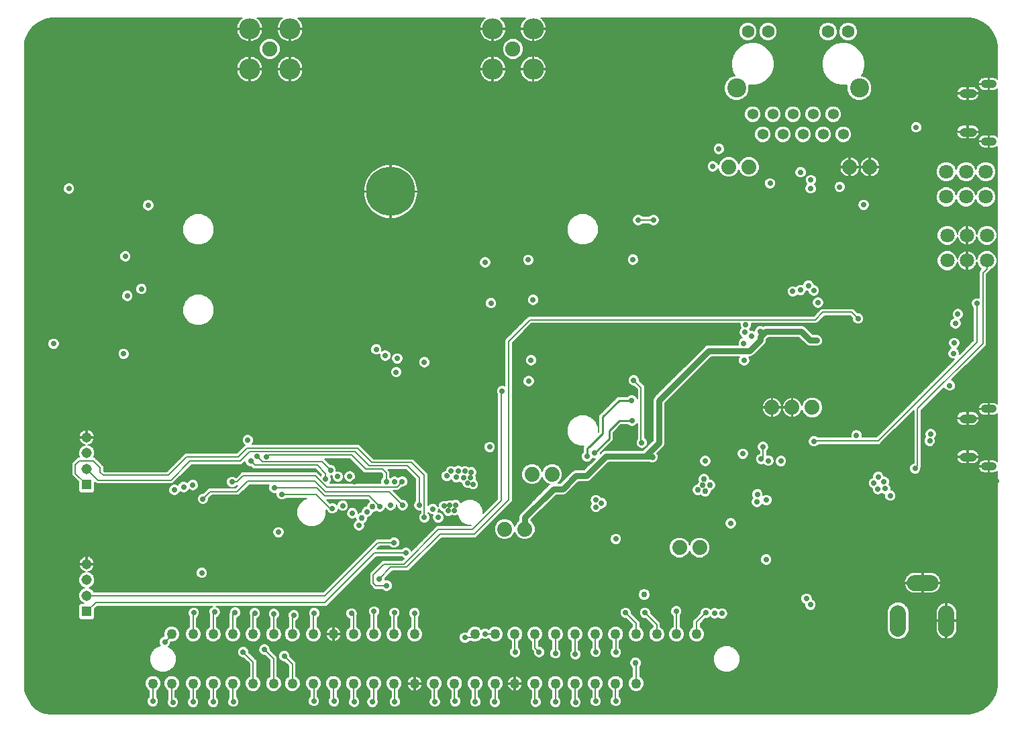
<source format=gbl>
G75*
%MOIN*%
%OFA0B0*%
%FSLAX25Y25*%
%IPPOS*%
%LPD*%
%AMOC8*
5,1,8,0,0,1.08239X$1,22.5*
%
%ADD10C,0.06299*%
%ADD11C,0.09449*%
%ADD12C,0.05346*%
%ADD13C,0.07087*%
%ADD14C,0.03181*%
%ADD15C,0.04362*%
%ADD16C,0.03969*%
%ADD17C,0.07500*%
%ADD18C,0.10500*%
%ADD19C,0.07400*%
%ADD20C,0.07874*%
%ADD21R,0.05150X0.05150*%
%ADD22C,0.05150*%
%ADD23C,0.24409*%
%ADD24C,0.05000*%
%ADD25C,0.02978*%
%ADD26C,0.00800*%
%ADD27C,0.02800*%
%ADD28C,0.23622*%
%ADD29C,0.00600*%
%ADD30C,0.03000*%
%ADD31C,0.01000*%
D10*
X0364898Y0345443D03*
X0374898Y0345443D03*
X0404702Y0345443D03*
X0414702Y0345443D03*
D11*
X0420312Y0317373D03*
X0359288Y0317373D03*
D12*
X0367300Y0304420D03*
X0377300Y0304420D03*
X0387300Y0304420D03*
X0397300Y0304420D03*
X0407300Y0304420D03*
X0402300Y0294420D03*
X0392300Y0294420D03*
X0382300Y0294420D03*
X0372300Y0294420D03*
X0412300Y0294420D03*
D13*
X0463411Y0275886D03*
X0473254Y0275886D03*
X0483096Y0275886D03*
X0483096Y0263288D03*
X0473254Y0263288D03*
X0463411Y0263288D03*
X0463926Y0244236D03*
X0473769Y0244236D03*
X0483611Y0244236D03*
X0483611Y0231637D03*
X0473769Y0231637D03*
X0463926Y0231637D03*
D14*
X0358953Y0116256D03*
X0358953Y0112713D03*
X0355409Y0112713D03*
X0351866Y0112713D03*
X0351866Y0116256D03*
X0355409Y0116256D03*
X0355409Y0109169D03*
X0351866Y0109169D03*
X0358953Y0109169D03*
D15*
X0471950Y0134167D02*
X0476312Y0134167D01*
X0476312Y0153262D02*
X0471950Y0153262D01*
X0471950Y0295584D02*
X0476312Y0295584D01*
X0476312Y0314679D02*
X0471950Y0314679D01*
D16*
X0482580Y0319403D02*
X0486548Y0319403D01*
X0486548Y0290860D02*
X0482580Y0290860D01*
X0482580Y0157986D02*
X0486548Y0157986D01*
X0486548Y0129443D02*
X0482580Y0129443D01*
D17*
X0248200Y0336821D03*
X0127400Y0336821D03*
D18*
X0117361Y0346860D03*
X0137439Y0346860D03*
X0137439Y0326782D03*
X0117361Y0326782D03*
X0238161Y0326782D03*
X0258239Y0326782D03*
X0258239Y0346860D03*
X0238161Y0346860D03*
D19*
X0355367Y0278185D03*
X0365367Y0278185D03*
X0415489Y0278185D03*
X0425489Y0278185D03*
X0396867Y0158685D03*
X0386867Y0158685D03*
X0376867Y0158685D03*
X0340911Y0089082D03*
X0330911Y0089082D03*
X0267611Y0125582D03*
X0257611Y0125582D03*
X0254111Y0098282D03*
X0244111Y0098282D03*
D20*
X0439495Y0056600D02*
X0439495Y0048726D01*
X0463511Y0048726D02*
X0463511Y0056600D01*
X0455637Y0071561D02*
X0447763Y0071561D01*
D21*
X0036433Y0057294D03*
X0036433Y0120286D03*
D22*
X0036433Y0128160D03*
X0036433Y0136034D03*
X0036433Y0143908D03*
X0036433Y0080916D03*
X0036433Y0073042D03*
X0036433Y0065168D03*
D23*
X0187421Y0265955D03*
D24*
X0189143Y0046147D03*
X0179083Y0046147D03*
X0168928Y0046147D03*
X0159013Y0046147D03*
X0149098Y0046147D03*
X0138583Y0046147D03*
X0129258Y0046147D03*
X0119153Y0046147D03*
X0109088Y0046147D03*
X0099223Y0046147D03*
X0089308Y0046147D03*
X0078633Y0046147D03*
X0078633Y0021578D03*
X0069448Y0021578D03*
X0089308Y0021578D03*
X0099223Y0021578D03*
X0109088Y0021578D03*
X0119153Y0021578D03*
X0129258Y0021578D03*
X0138583Y0021578D03*
X0149098Y0021578D03*
X0159013Y0021578D03*
X0168928Y0021578D03*
X0179083Y0021578D03*
X0189143Y0021578D03*
X0199321Y0021578D03*
X0209161Y0021578D03*
X0219213Y0021578D03*
X0229291Y0021578D03*
X0239306Y0021578D03*
X0249183Y0021578D03*
X0259136Y0021578D03*
X0269251Y0021578D03*
X0278938Y0021578D03*
X0289123Y0021578D03*
X0299208Y0021578D03*
X0309400Y0021578D03*
X0309400Y0046147D03*
X0319578Y0046147D03*
X0329463Y0046147D03*
X0339428Y0046147D03*
X0299208Y0046147D03*
X0289123Y0046147D03*
X0278938Y0046147D03*
X0269251Y0046147D03*
X0259136Y0046147D03*
X0249183Y0046147D03*
X0239306Y0046147D03*
X0229291Y0046147D03*
X0199321Y0046147D03*
D25*
X0173200Y0103876D03*
X0178400Y0109376D03*
X0313400Y0065776D03*
X0309100Y0031776D03*
X0340111Y0117682D03*
X0342511Y0119982D03*
X0343011Y0123082D03*
X0345911Y0120182D03*
X0343611Y0116982D03*
X0030700Y0198276D03*
D26*
X0086200Y0134176D02*
X0111800Y0134176D01*
X0116200Y0138576D01*
X0171000Y0138576D01*
X0178200Y0131376D01*
X0197800Y0131376D01*
X0204200Y0124976D01*
X0204200Y0103976D01*
X0211200Y0098176D02*
X0228137Y0098176D01*
X0242400Y0112438D01*
X0242400Y0166376D01*
X0242800Y0166776D01*
X0246000Y0191576D02*
X0246000Y0112776D01*
X0229000Y0095776D01*
X0211954Y0095776D01*
X0195488Y0079310D01*
X0187534Y0079310D01*
X0181800Y0073576D01*
X0178800Y0071576D02*
X0178800Y0075576D01*
X0184134Y0080910D01*
X0193934Y0080910D01*
X0211200Y0098176D01*
X0201700Y0110176D02*
X0201700Y0123876D01*
X0195800Y0129776D01*
X0176600Y0129776D01*
X0169600Y0136776D01*
X0117400Y0136776D01*
X0112600Y0131976D01*
X0087800Y0131976D01*
X0078400Y0122576D01*
X0042017Y0122576D01*
X0036433Y0128160D01*
X0039600Y0132176D02*
X0032800Y0132176D01*
X0030800Y0130176D01*
X0030800Y0125919D01*
X0036433Y0120286D01*
X0043000Y0126576D02*
X0044600Y0124976D01*
X0077000Y0124976D01*
X0086200Y0134176D01*
X0097800Y0116876D02*
X0094200Y0113276D01*
X0097800Y0116876D02*
X0111200Y0116876D01*
X0116500Y0122176D01*
X0149700Y0122176D01*
X0155000Y0116876D01*
X0186700Y0116876D01*
X0193400Y0110176D01*
X0190600Y0119276D02*
X0155600Y0119276D01*
X0150100Y0124776D01*
X0114200Y0124776D01*
X0111100Y0121676D01*
X0108600Y0121676D01*
X0118000Y0131976D02*
X0120000Y0129976D01*
X0151000Y0129976D01*
X0155200Y0125776D01*
X0155200Y0123176D01*
X0157600Y0127576D02*
X0153400Y0131776D01*
X0123800Y0131776D01*
X0121200Y0134376D01*
X0125800Y0134176D02*
X0126600Y0134976D01*
X0168000Y0134976D01*
X0175000Y0127976D01*
X0183400Y0127976D01*
X0185300Y0126076D01*
X0185300Y0121876D01*
X0190600Y0119276D02*
X0193200Y0121876D01*
X0182000Y0109476D02*
X0176700Y0114776D01*
X0154600Y0114776D01*
X0150600Y0118776D01*
X0129600Y0118776D01*
X0133400Y0115576D02*
X0133461Y0115515D01*
X0150361Y0115515D01*
X0157300Y0108576D01*
X0158500Y0108576D01*
X0181170Y0091546D02*
X0154792Y0065168D01*
X0036433Y0065168D01*
X0040915Y0061776D02*
X0154800Y0061776D01*
X0179452Y0086428D01*
X0195094Y0086428D01*
X0189189Y0091546D02*
X0181170Y0091546D01*
X0178800Y0071576D02*
X0180200Y0070176D01*
X0185500Y0070176D01*
X0189300Y0056676D02*
X0189143Y0056518D01*
X0189143Y0046147D01*
X0179083Y0046147D02*
X0179083Y0057259D01*
X0179200Y0057376D01*
X0168928Y0055448D02*
X0168000Y0056376D01*
X0168928Y0055448D02*
X0168928Y0046147D01*
X0159500Y0045661D02*
X0159500Y0036076D01*
X0159500Y0045661D02*
X0159013Y0046147D01*
X0149098Y0046147D02*
X0149098Y0056173D01*
X0149500Y0056576D01*
X0139300Y0055476D02*
X0138583Y0054758D01*
X0138583Y0046147D01*
X0129258Y0046147D02*
X0129258Y0055834D01*
X0129500Y0056076D01*
X0119900Y0056576D02*
X0119153Y0055828D01*
X0119153Y0046147D01*
X0124700Y0038476D02*
X0129258Y0033917D01*
X0129258Y0021578D01*
X0138583Y0021578D02*
X0138583Y0031193D01*
X0134600Y0035176D01*
X0149098Y0021578D02*
X0149300Y0021376D01*
X0149300Y0012876D01*
X0159013Y0012962D02*
X0159013Y0021578D01*
X0159013Y0012962D02*
X0159300Y0012676D01*
X0168928Y0012848D02*
X0168928Y0021578D01*
X0168928Y0012848D02*
X0169300Y0012476D01*
X0178400Y0012376D02*
X0179083Y0013059D01*
X0179083Y0021578D01*
X0189143Y0021578D02*
X0189500Y0021221D01*
X0189500Y0012576D01*
X0199300Y0012476D02*
X0199321Y0012497D01*
X0199321Y0021578D01*
X0209161Y0021578D02*
X0209161Y0012814D01*
X0209400Y0012576D01*
X0219213Y0012963D02*
X0219213Y0021578D01*
X0219213Y0012963D02*
X0219500Y0012676D01*
X0229291Y0012784D02*
X0229291Y0021578D01*
X0229291Y0012784D02*
X0229500Y0012576D01*
X0239200Y0012376D02*
X0239306Y0012482D01*
X0239306Y0021578D01*
X0249183Y0021578D02*
X0249183Y0012893D01*
X0249600Y0012476D01*
X0259136Y0012840D02*
X0259136Y0021578D01*
X0259136Y0012840D02*
X0259500Y0012476D01*
X0269251Y0012425D02*
X0269251Y0021578D01*
X0269251Y0012425D02*
X0269300Y0012376D01*
X0278938Y0012638D02*
X0278938Y0021578D01*
X0278938Y0012638D02*
X0279300Y0012276D01*
X0289123Y0013053D02*
X0289123Y0021578D01*
X0289123Y0013053D02*
X0289300Y0012876D01*
X0299208Y0012968D02*
X0299208Y0021578D01*
X0299208Y0012968D02*
X0299300Y0012876D01*
X0309400Y0021578D02*
X0309400Y0031476D01*
X0309100Y0031776D01*
X0299300Y0037076D02*
X0299300Y0046055D01*
X0299208Y0046147D01*
X0289123Y0046147D02*
X0289123Y0037453D01*
X0289300Y0037276D01*
X0279200Y0035976D02*
X0278938Y0036238D01*
X0278938Y0046147D01*
X0269251Y0046147D02*
X0269251Y0036625D01*
X0269300Y0036576D01*
X0261200Y0037176D02*
X0259136Y0039240D01*
X0259136Y0046147D01*
X0249183Y0046147D02*
X0249183Y0037293D01*
X0249300Y0037176D01*
X0239306Y0046147D02*
X0234428Y0046147D01*
X0234300Y0046276D01*
X0229291Y0046147D02*
X0227520Y0044376D01*
X0224300Y0044376D01*
X0199321Y0046147D02*
X0199321Y0056554D01*
X0199300Y0056576D01*
X0119153Y0032223D02*
X0119153Y0021578D01*
X0119153Y0030528D01*
X0119200Y0030576D01*
X0119153Y0032223D02*
X0114200Y0037176D01*
X0109088Y0046147D02*
X0109088Y0055764D01*
X0110200Y0056876D01*
X0100000Y0057076D02*
X0099223Y0056299D01*
X0099223Y0046147D01*
X0089308Y0046147D02*
X0089308Y0056384D01*
X0089600Y0056676D01*
X0078633Y0046147D02*
X0078633Y0045509D01*
X0075300Y0042176D01*
X0078633Y0021578D02*
X0078633Y0012943D01*
X0079300Y0012276D01*
X0069448Y0012824D02*
X0069448Y0021578D01*
X0069448Y0012824D02*
X0069300Y0012676D01*
X0089300Y0012376D02*
X0089308Y0012384D01*
X0089308Y0021578D01*
X0099223Y0021578D02*
X0099223Y0012453D01*
X0099300Y0012376D01*
X0109088Y0012788D02*
X0109088Y0021578D01*
X0109088Y0012788D02*
X0109300Y0012576D01*
X0040915Y0061776D02*
X0036433Y0057294D01*
X0043000Y0126576D02*
X0043000Y0128776D01*
X0039600Y0132176D01*
X0246000Y0191576D02*
X0256656Y0202232D01*
X0353550Y0202232D01*
X0353600Y0202282D01*
X0398411Y0202282D01*
X0402111Y0205982D01*
X0416511Y0205982D01*
X0419611Y0202882D01*
X0449200Y0157976D02*
X0449200Y0129671D01*
X0447911Y0128382D01*
X0429600Y0142076D02*
X0397905Y0142076D01*
X0397702Y0141873D01*
X0372511Y0138982D02*
X0372511Y0134082D01*
X0371511Y0133082D01*
X0372511Y0138982D02*
X0372359Y0139134D01*
X0429600Y0142076D02*
X0478700Y0191176D01*
X0478700Y0210376D01*
X0481600Y0225576D02*
X0481600Y0190376D01*
X0449200Y0157976D01*
X0481600Y0225576D02*
X0483611Y0227587D01*
X0483611Y0231637D01*
X0318012Y0251791D02*
X0310393Y0251791D01*
X0308200Y0172176D02*
X0311800Y0168576D01*
X0311800Y0141593D01*
X0312211Y0141182D01*
X0313800Y0056676D02*
X0319578Y0050898D01*
X0319578Y0046147D01*
X0329463Y0046147D02*
X0329463Y0057313D01*
X0329300Y0057476D01*
X0339428Y0052004D02*
X0344100Y0056676D01*
X0339428Y0052004D02*
X0339428Y0046147D01*
X0309400Y0046147D02*
X0309400Y0051476D01*
X0304200Y0056676D01*
D27*
X0304200Y0056676D03*
X0313800Y0056676D03*
X0308311Y0066282D03*
X0298011Y0066082D03*
X0291011Y0065982D03*
X0284111Y0065982D03*
X0274211Y0065982D03*
X0260311Y0065982D03*
X0252011Y0066082D03*
X0250911Y0072882D03*
X0244411Y0072782D03*
X0245211Y0077182D03*
X0244611Y0082382D03*
X0241100Y0083076D03*
X0236100Y0082776D03*
X0232600Y0082776D03*
X0232700Y0086476D03*
X0232700Y0089776D03*
X0232600Y0092976D03*
X0236100Y0092876D03*
X0236200Y0089576D03*
X0236300Y0086276D03*
X0239611Y0076382D03*
X0256200Y0085176D03*
X0260911Y0086682D03*
X0264600Y0081676D03*
X0268311Y0079482D03*
X0269711Y0083682D03*
X0274511Y0082682D03*
X0281511Y0083682D03*
X0281811Y0080082D03*
X0287700Y0080576D03*
X0287811Y0085382D03*
X0282511Y0087982D03*
X0282011Y0092482D03*
X0280811Y0096882D03*
X0284211Y0097582D03*
X0276411Y0094882D03*
X0272411Y0094882D03*
X0268811Y0094882D03*
X0263111Y0092282D03*
X0271511Y0088782D03*
X0283611Y0107682D03*
X0275211Y0109682D03*
X0275111Y0114282D03*
X0289411Y0112682D03*
X0292111Y0111182D03*
X0289411Y0109282D03*
X0295311Y0101282D03*
X0299311Y0093382D03*
X0308700Y0092776D03*
X0314711Y0094382D03*
X0317600Y0090376D03*
X0320411Y0094382D03*
X0315200Y0078776D03*
X0321900Y0073976D03*
X0328911Y0066082D03*
X0329300Y0057476D03*
X0344100Y0056676D03*
X0348400Y0056476D03*
X0352000Y0056376D03*
X0347011Y0066182D03*
X0347111Y0074182D03*
X0339911Y0074482D03*
X0346511Y0082382D03*
X0357411Y0087782D03*
X0362811Y0087782D03*
X0368211Y0087782D03*
X0373911Y0083182D03*
X0380811Y0087482D03*
X0382311Y0082382D03*
X0387111Y0080682D03*
X0387611Y0085282D03*
X0387911Y0093082D03*
X0379611Y0097982D03*
X0384311Y0100482D03*
X0374211Y0097982D03*
X0369411Y0111782D03*
X0369611Y0115582D03*
X0374111Y0112682D03*
X0376111Y0116482D03*
X0380611Y0112782D03*
X0382011Y0117382D03*
X0388011Y0112482D03*
X0388911Y0117182D03*
X0381300Y0132076D03*
X0375100Y0132276D03*
X0371511Y0133082D03*
X0372359Y0139134D03*
X0380911Y0137382D03*
X0385811Y0138382D03*
X0388211Y0133682D03*
X0391811Y0138682D03*
X0397702Y0141873D03*
X0409411Y0158582D03*
X0417511Y0159382D03*
X0418111Y0153182D03*
X0418811Y0144882D03*
X0424211Y0147482D03*
X0429711Y0146682D03*
X0438011Y0145082D03*
X0444211Y0144482D03*
X0455311Y0141982D03*
X0458111Y0139882D03*
X0455711Y0145482D03*
X0458211Y0149282D03*
X0458011Y0153582D03*
X0457311Y0159382D03*
X0445911Y0163882D03*
X0441211Y0164182D03*
X0436911Y0154582D03*
X0427511Y0156882D03*
X0427511Y0164782D03*
X0426811Y0179082D03*
X0417911Y0179182D03*
X0409511Y0179582D03*
X0407211Y0184282D03*
X0409411Y0188282D03*
X0416611Y0188582D03*
X0416511Y0197382D03*
X0414311Y0202582D03*
X0419611Y0202882D03*
X0423611Y0205882D03*
X0424011Y0210182D03*
X0422811Y0218582D03*
X0422811Y0222782D03*
X0422811Y0226982D03*
X0434611Y0223882D03*
X0434711Y0217882D03*
X0434811Y0212482D03*
X0438811Y0210282D03*
X0435211Y0206682D03*
X0435311Y0200582D03*
X0440911Y0201282D03*
X0453111Y0198982D03*
X0453011Y0193182D03*
X0452411Y0189482D03*
X0445711Y0190382D03*
X0438111Y0190782D03*
X0433911Y0190782D03*
X0426711Y0188482D03*
X0426311Y0192782D03*
X0409011Y0197082D03*
X0407911Y0202982D03*
X0406811Y0210782D03*
X0411511Y0210282D03*
X0399711Y0210782D03*
X0397600Y0216776D03*
X0395000Y0219276D03*
X0391000Y0216976D03*
X0387200Y0216376D03*
X0383211Y0216182D03*
X0374211Y0219282D03*
X0374211Y0226982D03*
X0384711Y0223482D03*
X0390311Y0228782D03*
X0395011Y0233082D03*
X0384611Y0233582D03*
X0394711Y0224182D03*
X0409611Y0238982D03*
X0417911Y0241282D03*
X0427711Y0244682D03*
X0427911Y0252182D03*
X0434411Y0250482D03*
X0434111Y0257982D03*
X0444311Y0260882D03*
X0444411Y0276182D03*
X0439211Y0275482D03*
X0439611Y0281882D03*
X0446011Y0283382D03*
X0441411Y0288282D03*
X0446011Y0292682D03*
X0448511Y0297882D03*
X0452511Y0293282D03*
X0451311Y0304282D03*
X0456311Y0304182D03*
X0451311Y0308982D03*
X0446411Y0308982D03*
X0445911Y0313882D03*
X0440811Y0318382D03*
X0436711Y0321782D03*
X0443911Y0329382D03*
X0448598Y0328931D03*
X0448311Y0324682D03*
X0455100Y0331476D03*
X0460100Y0325976D03*
X0458823Y0318019D03*
X0453511Y0320482D03*
X0462461Y0312732D03*
X0466100Y0319376D03*
X0480411Y0308382D03*
X0463411Y0295982D03*
X0462911Y0288782D03*
X0470011Y0283982D03*
X0440411Y0299982D03*
X0428311Y0298582D03*
X0428511Y0306882D03*
X0428111Y0289682D03*
X0405911Y0280782D03*
X0406211Y0274282D03*
X0410511Y0268282D03*
X0417111Y0270682D03*
X0418700Y0264476D03*
X0417111Y0258582D03*
X0422411Y0259382D03*
X0424811Y0267082D03*
X0425011Y0270982D03*
X0410111Y0260082D03*
X0412411Y0252982D03*
X0407711Y0250882D03*
X0395211Y0257582D03*
X0394211Y0261582D03*
X0396111Y0267582D03*
X0396211Y0271682D03*
X0391111Y0275582D03*
X0391311Y0281482D03*
X0375900Y0269976D03*
X0365000Y0266976D03*
X0364000Y0260076D03*
X0370611Y0256982D03*
X0367011Y0251582D03*
X0359411Y0251082D03*
X0354100Y0259176D03*
X0355600Y0266976D03*
X0347511Y0278482D03*
X0350511Y0287182D03*
X0343511Y0287582D03*
X0344411Y0294682D03*
X0340611Y0300282D03*
X0334711Y0294282D03*
X0330511Y0287282D03*
X0327111Y0282082D03*
X0319111Y0283182D03*
X0319011Y0290082D03*
X0322011Y0295482D03*
X0328311Y0299682D03*
X0332211Y0303982D03*
X0336211Y0308514D03*
X0343411Y0308714D03*
X0343774Y0315128D03*
X0351011Y0312782D03*
X0350711Y0319682D03*
X0344011Y0321182D03*
X0336011Y0321682D03*
X0335837Y0315277D03*
X0320200Y0318876D03*
X0320300Y0330876D03*
X0332000Y0337076D03*
X0338411Y0328982D03*
X0344111Y0334682D03*
X0352611Y0329082D03*
X0356411Y0333182D03*
X0352911Y0342082D03*
X0357811Y0345482D03*
X0344385Y0341067D03*
X0340200Y0345676D03*
X0320200Y0345076D03*
X0304800Y0344476D03*
X0304700Y0330876D03*
X0303200Y0319576D03*
X0286300Y0319576D03*
X0286500Y0331076D03*
X0285900Y0344376D03*
X0271500Y0344476D03*
X0271400Y0332076D03*
X0270200Y0320476D03*
X0279400Y0300476D03*
X0284100Y0284176D03*
X0301311Y0271782D03*
X0305011Y0275882D03*
X0308311Y0270582D03*
X0313111Y0277682D03*
X0318211Y0276182D03*
X0318911Y0269182D03*
X0327111Y0269382D03*
X0327411Y0276082D03*
X0334900Y0277276D03*
X0334700Y0264976D03*
X0326811Y0262582D03*
X0319011Y0263482D03*
X0314611Y0257982D03*
X0318012Y0251791D03*
X0310393Y0251791D03*
X0300311Y0258682D03*
X0305311Y0262282D03*
X0293611Y0264082D03*
X0290900Y0258576D03*
X0306111Y0282682D03*
X0310711Y0287882D03*
X0312911Y0295382D03*
X0301800Y0303176D03*
X0260800Y0284976D03*
X0261000Y0267776D03*
X0253111Y0253682D03*
X0247511Y0252182D03*
X0242900Y0250176D03*
X0239100Y0241876D03*
X0247400Y0240276D03*
X0247500Y0235776D03*
X0239400Y0236076D03*
X0234400Y0230776D03*
X0239500Y0227476D03*
X0239800Y0222376D03*
X0239400Y0216476D03*
X0247500Y0215176D03*
X0247800Y0220776D03*
X0247600Y0225976D03*
X0255000Y0225676D03*
X0255800Y0231976D03*
X0258200Y0212176D03*
X0245300Y0203876D03*
X0235700Y0204676D03*
X0237300Y0210576D03*
X0230124Y0219302D03*
X0222100Y0213376D03*
X0217500Y0222476D03*
X0211600Y0232376D03*
X0228300Y0235676D03*
X0213600Y0244676D03*
X0190600Y0235876D03*
X0189000Y0225376D03*
X0197800Y0219676D03*
X0197600Y0209376D03*
X0187800Y0213276D03*
X0188800Y0202476D03*
X0180200Y0195876D03*
X0180300Y0187576D03*
X0184800Y0184476D03*
X0190700Y0182976D03*
X0190200Y0176276D03*
X0196800Y0165276D03*
X0202700Y0171476D03*
X0209455Y0167906D03*
X0212500Y0163876D03*
X0211000Y0158176D03*
X0206100Y0153376D03*
X0200400Y0157276D03*
X0196200Y0152476D03*
X0200600Y0149076D03*
X0195900Y0144276D03*
X0192100Y0148576D03*
X0189100Y0145376D03*
X0187000Y0142076D03*
X0184600Y0137776D03*
X0190200Y0135376D03*
X0189400Y0126276D03*
X0189300Y0121776D03*
X0193200Y0121876D03*
X0185300Y0121876D03*
X0187500Y0110176D03*
X0182000Y0109476D03*
X0175700Y0106876D03*
X0168400Y0106176D03*
X0163600Y0109876D03*
X0158500Y0108576D03*
X0155200Y0123176D03*
X0157600Y0127576D03*
X0161200Y0124376D03*
X0167100Y0124476D03*
X0169300Y0121676D03*
X0175700Y0139176D03*
X0177300Y0145276D03*
X0181800Y0150676D03*
X0185900Y0154676D03*
X0190900Y0159676D03*
X0205124Y0162788D03*
X0214573Y0173417D03*
X0209300Y0178376D03*
X0204200Y0181176D03*
X0216800Y0185876D03*
X0221800Y0190976D03*
X0226384Y0185228D03*
X0232290Y0191134D03*
X0242300Y0186476D03*
X0250200Y0186576D03*
X0257200Y0187076D03*
X0257200Y0182176D03*
X0252500Y0177376D03*
X0256000Y0171776D03*
X0252200Y0164276D03*
X0242800Y0166776D03*
X0235000Y0163976D03*
X0227700Y0168376D03*
X0232400Y0172976D03*
X0237700Y0177276D03*
X0220479Y0178929D03*
X0224100Y0162376D03*
X0235000Y0151976D03*
X0230600Y0148676D03*
X0226300Y0144576D03*
X0237700Y0144976D03*
X0236600Y0138976D03*
X0249400Y0145776D03*
X0255300Y0147476D03*
X0257900Y0143276D03*
X0255800Y0153776D03*
X0250100Y0152576D03*
X0278511Y0135282D03*
X0284911Y0134382D03*
X0288811Y0136082D03*
X0295911Y0127482D03*
X0296300Y0119476D03*
X0303811Y0117782D03*
X0305711Y0122682D03*
X0305811Y0128982D03*
X0317411Y0134082D03*
X0324411Y0131382D03*
X0329811Y0133082D03*
X0335511Y0134182D03*
X0343711Y0132082D03*
X0350811Y0134882D03*
X0356011Y0134782D03*
X0362411Y0135682D03*
X0365711Y0153082D03*
X0362311Y0158082D03*
X0361511Y0162482D03*
X0368511Y0162782D03*
X0353911Y0160382D03*
X0350211Y0170082D03*
X0342911Y0175582D03*
X0338911Y0171482D03*
X0342111Y0164982D03*
X0342711Y0157582D03*
X0334711Y0157782D03*
X0326911Y0158182D03*
X0332611Y0166182D03*
X0320300Y0168776D03*
X0327000Y0177676D03*
X0330500Y0186576D03*
X0320300Y0186476D03*
X0311400Y0186576D03*
X0312900Y0177476D03*
X0308200Y0172176D03*
X0307200Y0162176D03*
X0315711Y0159782D03*
X0307300Y0152176D03*
X0301900Y0146776D03*
X0312211Y0141182D03*
X0326811Y0120382D03*
X0317511Y0117982D03*
X0311500Y0114976D03*
X0309500Y0109376D03*
X0304111Y0111482D03*
X0293100Y0081076D03*
X0299400Y0079676D03*
X0308200Y0079476D03*
X0343411Y0108582D03*
X0356411Y0101182D03*
X0357211Y0074182D03*
X0357511Y0066082D03*
X0365111Y0065982D03*
X0373011Y0065882D03*
X0380511Y0065982D03*
X0380011Y0060982D03*
X0385411Y0063282D03*
X0389911Y0058782D03*
X0389211Y0054082D03*
X0391011Y0049282D03*
X0396611Y0046082D03*
X0400111Y0040882D03*
X0405211Y0036382D03*
X0408811Y0030482D03*
X0414411Y0025982D03*
X0414011Y0017782D03*
X0408600Y0014876D03*
X0414000Y0010076D03*
X0427700Y0011676D03*
X0447211Y0023582D03*
X0455443Y0019482D03*
X0457400Y0010476D03*
X0465311Y0029482D03*
X0456611Y0034082D03*
X0450511Y0043282D03*
X0440411Y0038782D03*
X0433911Y0032782D03*
X0440911Y0030982D03*
X0427411Y0037582D03*
X0426011Y0047082D03*
X0419411Y0050682D03*
X0414111Y0054782D03*
X0411611Y0058982D03*
X0405611Y0057982D03*
X0398111Y0057082D03*
X0395911Y0060682D03*
X0394011Y0063682D03*
X0398611Y0067282D03*
X0404111Y0066882D03*
X0396111Y0073882D03*
X0401611Y0078882D03*
X0401111Y0082982D03*
X0396411Y0080782D03*
X0396511Y0085482D03*
X0400711Y0091082D03*
X0397011Y0094282D03*
X0400811Y0097882D03*
X0413111Y0095582D03*
X0418911Y0091482D03*
X0424811Y0089082D03*
X0430711Y0083482D03*
X0437011Y0077882D03*
X0431611Y0072982D03*
X0425211Y0070182D03*
X0421411Y0067182D03*
X0417911Y0071682D03*
X0414111Y0078382D03*
X0419011Y0083082D03*
X0413311Y0087882D03*
X0413311Y0102882D03*
X0413911Y0112682D03*
X0416811Y0116382D03*
X0423511Y0116082D03*
X0429511Y0118182D03*
X0427511Y0121082D03*
X0429611Y0124182D03*
X0432511Y0121782D03*
X0433111Y0118382D03*
X0435611Y0114882D03*
X0440811Y0112682D03*
X0441211Y0116882D03*
X0441011Y0123182D03*
X0447911Y0128382D03*
X0457811Y0129882D03*
X0460311Y0122682D03*
X0456500Y0119676D03*
X0460111Y0116282D03*
X0467611Y0122082D03*
X0477811Y0121982D03*
X0488511Y0121982D03*
X0485000Y0135776D03*
X0484700Y0140976D03*
X0484300Y0148676D03*
X0474011Y0157882D03*
X0465211Y0169582D03*
X0471800Y0174876D03*
X0478500Y0175276D03*
X0486100Y0175076D03*
X0487311Y0169482D03*
X0467111Y0185582D03*
X0467411Y0190682D03*
X0468011Y0200482D03*
X0469211Y0205082D03*
X0478700Y0210376D03*
X0473811Y0216582D03*
X0461311Y0216582D03*
X0455911Y0211782D03*
X0444111Y0226382D03*
X0453311Y0228982D03*
X0450311Y0245382D03*
X0434011Y0241482D03*
X0428711Y0238082D03*
X0435000Y0232176D03*
X0399011Y0191982D03*
X0395811Y0192182D03*
X0396211Y0187982D03*
X0401711Y0187782D03*
X0399611Y0179982D03*
X0404011Y0179582D03*
X0406011Y0164682D03*
X0436711Y0178582D03*
X0381411Y0191382D03*
X0377611Y0191782D03*
X0373911Y0187382D03*
X0366600Y0194176D03*
X0363400Y0195976D03*
X0363800Y0199776D03*
X0371111Y0196582D03*
X0362800Y0190576D03*
X0363000Y0182176D03*
X0343100Y0206476D03*
X0336600Y0211976D03*
X0330500Y0217876D03*
X0336011Y0221882D03*
X0336900Y0228176D03*
X0336211Y0235082D03*
X0337400Y0240976D03*
X0333311Y0243782D03*
X0325700Y0244476D03*
X0319911Y0237682D03*
X0314200Y0235476D03*
X0307800Y0232176D03*
X0309800Y0226276D03*
X0316900Y0225876D03*
X0317500Y0216776D03*
X0309500Y0216676D03*
X0310000Y0205276D03*
X0316900Y0205076D03*
X0323800Y0204976D03*
X0350811Y0215582D03*
X0351411Y0219782D03*
X0349911Y0225182D03*
X0354511Y0239382D03*
X0363011Y0237882D03*
X0367711Y0243682D03*
X0349611Y0251282D03*
X0347711Y0241182D03*
X0334300Y0254976D03*
X0326311Y0254782D03*
X0327911Y0235082D03*
X0350811Y0306082D03*
X0375400Y0313176D03*
X0386200Y0325276D03*
X0381211Y0329382D03*
X0384711Y0334982D03*
X0389211Y0343882D03*
X0395511Y0343882D03*
X0394811Y0335482D03*
X0397200Y0325276D03*
X0423211Y0335582D03*
X0427911Y0331882D03*
X0433711Y0339782D03*
X0440536Y0334550D03*
X0446400Y0338776D03*
X0450000Y0347076D03*
X0455411Y0341282D03*
X0428211Y0346082D03*
X0229100Y0267076D03*
X0214400Y0266376D03*
X0228300Y0284676D03*
X0203900Y0300876D03*
X0208700Y0320476D03*
X0217200Y0319976D03*
X0221900Y0324176D03*
X0221400Y0334876D03*
X0222100Y0344576D03*
X0209500Y0335076D03*
X0209000Y0344576D03*
X0196600Y0344576D03*
X0197300Y0335276D03*
X0184500Y0334376D03*
X0183200Y0344676D03*
X0167600Y0344576D03*
X0152500Y0344576D03*
X0152600Y0333076D03*
X0154200Y0322476D03*
X0145700Y0317876D03*
X0134000Y0317876D03*
X0140300Y0301476D03*
X0151100Y0284676D03*
X0167000Y0284176D03*
X0175000Y0302476D03*
X0190200Y0285176D03*
X0198200Y0320476D03*
X0184600Y0320976D03*
X0171200Y0320976D03*
X0111900Y0301776D03*
X0113700Y0285176D03*
X0128000Y0272676D03*
X0113600Y0261676D03*
X0098500Y0261276D03*
X0080900Y0261476D03*
X0067000Y0259176D03*
X0052900Y0271676D03*
X0051000Y0281676D03*
X0036800Y0283076D03*
X0044300Y0295376D03*
X0038400Y0305576D03*
X0026800Y0313176D03*
X0022400Y0319076D03*
X0030000Y0323876D03*
X0042900Y0318776D03*
X0047800Y0332676D03*
X0037100Y0333476D03*
X0037400Y0345276D03*
X0047800Y0344976D03*
X0060800Y0345176D03*
X0074800Y0344976D03*
X0086700Y0344676D03*
X0096600Y0344976D03*
X0106900Y0345476D03*
X0107800Y0332076D03*
X0097200Y0332076D03*
X0085500Y0332076D03*
X0074000Y0332676D03*
X0061100Y0332676D03*
X0060300Y0318776D03*
X0075200Y0319476D03*
X0085900Y0319476D03*
X0097100Y0319476D03*
X0108500Y0319476D03*
X0088300Y0301776D03*
X0063300Y0301776D03*
X0083000Y0280276D03*
X0125600Y0251976D03*
X0135700Y0243676D03*
X0151600Y0236776D03*
X0141500Y0226276D03*
X0151600Y0216676D03*
X0141200Y0204276D03*
X0151500Y0194276D03*
X0140200Y0189176D03*
X0147400Y0180376D03*
X0158100Y0176576D03*
X0164500Y0171176D03*
X0158400Y0165276D03*
X0152111Y0170182D03*
X0142000Y0172176D03*
X0138800Y0163676D03*
X0137100Y0145976D03*
X0136300Y0141776D03*
X0125800Y0134176D03*
X0121200Y0134376D03*
X0118000Y0131976D03*
X0109200Y0126376D03*
X0108600Y0121676D03*
X0101500Y0126376D03*
X0093000Y0126476D03*
X0089200Y0120176D03*
X0084600Y0119176D03*
X0080000Y0117776D03*
X0075000Y0119376D03*
X0067600Y0110276D03*
X0061100Y0115076D03*
X0051011Y0112782D03*
X0051011Y0104682D03*
X0050911Y0096882D03*
X0051011Y0088482D03*
X0046000Y0083876D03*
X0055811Y0073482D03*
X0063411Y0069782D03*
X0072311Y0072482D03*
X0075811Y0082282D03*
X0075311Y0094482D03*
X0075611Y0104082D03*
X0062411Y0103082D03*
X0062011Y0092382D03*
X0061311Y0081982D03*
X0057900Y0056276D03*
X0059200Y0044876D03*
X0047200Y0046676D03*
X0049800Y0035676D03*
X0059100Y0029576D03*
X0045400Y0022076D03*
X0048500Y0012676D03*
X0037200Y0013776D03*
X0036800Y0032276D03*
X0028200Y0040076D03*
X0059900Y0015676D03*
X0069300Y0012676D03*
X0065100Y0007876D03*
X0079300Y0012276D03*
X0089300Y0012376D03*
X0099300Y0012376D03*
X0109300Y0012576D03*
X0114200Y0037176D03*
X0124700Y0038476D03*
X0134600Y0035176D03*
X0139300Y0055476D03*
X0129500Y0056076D03*
X0119900Y0056576D03*
X0110200Y0056876D03*
X0100000Y0057076D03*
X0089600Y0056676D03*
X0075300Y0042176D03*
X0093600Y0076576D03*
X0095111Y0085382D03*
X0109511Y0086582D03*
X0116011Y0093482D03*
X0122511Y0099982D03*
X0113911Y0103282D03*
X0110411Y0111482D03*
X0124011Y0118482D03*
X0129600Y0118776D03*
X0133400Y0115576D03*
X0138800Y0110076D03*
X0130211Y0105682D03*
X0124611Y0111382D03*
X0131700Y0096676D03*
X0138111Y0100182D03*
X0138200Y0092776D03*
X0137900Y0089276D03*
X0137900Y0085976D03*
X0141700Y0086076D03*
X0141800Y0089676D03*
X0141900Y0092876D03*
X0151400Y0093276D03*
X0130800Y0090076D03*
X0131700Y0085076D03*
X0126900Y0085876D03*
X0121911Y0085582D03*
X0094011Y0096782D03*
X0094211Y0103782D03*
X0094200Y0113276D03*
X0075700Y0133576D03*
X0076400Y0141676D03*
X0066000Y0152376D03*
X0061300Y0147776D03*
X0047500Y0139576D03*
X0069100Y0128476D03*
X0096000Y0142676D03*
X0102000Y0139576D03*
X0107900Y0138776D03*
X0108400Y0145376D03*
X0111800Y0150876D03*
X0105100Y0154176D03*
X0097500Y0154376D03*
X0097400Y0163976D03*
X0104100Y0163676D03*
X0111600Y0163976D03*
X0111100Y0175276D03*
X0111400Y0185276D03*
X0111000Y0194576D03*
X0097400Y0193076D03*
X0097400Y0184576D03*
X0097500Y0173876D03*
X0070500Y0163476D03*
X0065600Y0167576D03*
X0060400Y0172376D03*
X0056011Y0176282D03*
X0051500Y0179276D03*
X0054833Y0185310D03*
X0036200Y0186776D03*
X0035700Y0194076D03*
X0024900Y0185876D03*
X0020000Y0190376D03*
X0015700Y0185576D03*
X0014900Y0192576D03*
X0016700Y0198476D03*
X0029899Y0212125D03*
X0011999Y0213925D03*
X0056600Y0214176D03*
X0062811Y0210382D03*
X0063600Y0217576D03*
X0055600Y0233776D03*
X0027600Y0267476D03*
X0015000Y0275776D03*
X0012900Y0295176D03*
X0012700Y0303676D03*
X0024100Y0302376D03*
X0012500Y0312776D03*
X0013300Y0319876D03*
X0151600Y0262576D03*
X0166800Y0245176D03*
X0169600Y0218976D03*
X0168700Y0202376D03*
X0172200Y0190276D03*
X0166300Y0185176D03*
X0171300Y0178076D03*
X0175500Y0182276D03*
X0158600Y0155476D03*
X0116500Y0142476D03*
X0171700Y0100176D03*
X0189189Y0091546D03*
X0195094Y0086428D03*
X0181800Y0073576D03*
X0185500Y0070176D03*
X0175843Y0064341D03*
X0179200Y0057376D03*
X0168000Y0056376D03*
X0149500Y0056576D03*
X0159500Y0036076D03*
X0184100Y0020876D03*
X0184300Y0013276D03*
X0189500Y0012576D03*
X0194400Y0019676D03*
X0199300Y0012476D03*
X0209400Y0012576D03*
X0219500Y0012676D03*
X0229500Y0012576D03*
X0239200Y0012376D03*
X0249600Y0012476D03*
X0259500Y0012476D03*
X0269300Y0012376D03*
X0279300Y0012276D03*
X0289300Y0012876D03*
X0294200Y0021376D03*
X0299300Y0012876D03*
X0304200Y0021276D03*
X0314300Y0021076D03*
X0324300Y0021276D03*
X0334200Y0021276D03*
X0344200Y0021576D03*
X0354300Y0021376D03*
X0365111Y0015782D03*
X0369111Y0013382D03*
X0382811Y0017382D03*
X0383111Y0021882D03*
X0382811Y0026882D03*
X0390411Y0033482D03*
X0394111Y0030482D03*
X0385411Y0038682D03*
X0379711Y0043482D03*
X0375311Y0048782D03*
X0383111Y0055582D03*
X0367011Y0054982D03*
X0365111Y0050282D03*
X0365911Y0041582D03*
X0366611Y0026382D03*
X0384100Y0010976D03*
X0388300Y0014876D03*
X0403311Y0013482D03*
X0386711Y0073482D03*
X0380811Y0073682D03*
X0374011Y0073482D03*
X0365911Y0073682D03*
X0299300Y0037076D03*
X0289300Y0037276D03*
X0279200Y0035976D03*
X0269300Y0036576D03*
X0261200Y0037176D03*
X0249300Y0037176D03*
X0234300Y0046276D03*
X0224300Y0044376D03*
X0199300Y0056576D03*
X0189300Y0056676D03*
X0223700Y0092076D03*
X0211100Y0103976D03*
X0216100Y0107376D03*
X0216800Y0109976D03*
X0219700Y0110276D03*
X0219200Y0107576D03*
X0213900Y0109676D03*
X0208400Y0108276D03*
X0201700Y0110176D03*
X0204200Y0103976D03*
X0193400Y0110176D03*
X0215300Y0124676D03*
X0217500Y0126976D03*
X0221000Y0127076D03*
X0220100Y0123976D03*
X0223800Y0123676D03*
X0225600Y0121276D03*
X0228300Y0120576D03*
X0227200Y0123676D03*
X0227400Y0126576D03*
X0224400Y0126976D03*
X0234200Y0108976D03*
X0178400Y0012376D03*
X0169300Y0012476D03*
X0159300Y0012676D03*
X0149300Y0012876D03*
X0043400Y0159076D03*
X0034200Y0166276D03*
X0025000Y0169076D03*
X0022600Y0164576D03*
X0013300Y0165576D03*
X0209400Y0212076D03*
X0441700Y0105276D03*
X0447900Y0108576D03*
X0456811Y0108482D03*
X0460111Y0108382D03*
X0463311Y0108382D03*
X0466411Y0108482D03*
X0469511Y0108382D03*
X0472811Y0108282D03*
X0478911Y0104682D03*
X0485211Y0104582D03*
X0481011Y0095082D03*
X0463811Y0090382D03*
X0457011Y0090482D03*
X0446111Y0100082D03*
X0440611Y0099682D03*
X0442511Y0083182D03*
X0458611Y0079182D03*
X0468511Y0073282D03*
X0473411Y0079482D03*
X0481411Y0073182D03*
X0487811Y0079182D03*
X0474511Y0033382D03*
D28*
X0473441Y0017924D03*
X0473441Y0338790D03*
X0018717Y0338790D03*
X0018717Y0017924D03*
D29*
X0009806Y0010982D02*
X0007658Y0013675D01*
X0006163Y0016779D01*
X0005800Y0018371D01*
X0005800Y0340311D01*
X0006163Y0341903D01*
X0007658Y0345007D01*
X0009806Y0347700D01*
X0012500Y0349848D01*
X0015604Y0351343D01*
X0018962Y0352110D01*
X0020685Y0352206D01*
X0113569Y0352206D01*
X0113033Y0351795D01*
X0112426Y0351188D01*
X0111903Y0350507D01*
X0111474Y0349764D01*
X0111145Y0348970D01*
X0110923Y0348141D01*
X0110811Y0347290D01*
X0110811Y0347160D01*
X0117061Y0347160D01*
X0117061Y0346560D01*
X0117661Y0346560D01*
X0117661Y0340310D01*
X0117790Y0340310D01*
X0118642Y0340422D01*
X0119471Y0340645D01*
X0120264Y0340973D01*
X0121008Y0341403D01*
X0121689Y0341925D01*
X0122296Y0342532D01*
X0122819Y0343214D01*
X0123248Y0343957D01*
X0123577Y0344750D01*
X0123799Y0345580D01*
X0123911Y0346431D01*
X0123911Y0346560D01*
X0117661Y0346560D01*
X0117661Y0347160D01*
X0123911Y0347160D01*
X0123911Y0347290D01*
X0123799Y0348141D01*
X0123577Y0348970D01*
X0123248Y0349764D01*
X0122819Y0350507D01*
X0122296Y0351188D01*
X0121689Y0351795D01*
X0121153Y0352206D01*
X0133647Y0352206D01*
X0133111Y0351795D01*
X0132504Y0351188D01*
X0131981Y0350507D01*
X0131552Y0349764D01*
X0131223Y0348970D01*
X0131001Y0348141D01*
X0130889Y0347290D01*
X0130889Y0347160D01*
X0137139Y0347160D01*
X0137139Y0346560D01*
X0137739Y0346560D01*
X0137739Y0340310D01*
X0137868Y0340310D01*
X0138720Y0340422D01*
X0139549Y0340645D01*
X0140342Y0340973D01*
X0141086Y0341403D01*
X0141767Y0341925D01*
X0142374Y0342532D01*
X0142897Y0343214D01*
X0143326Y0343957D01*
X0143655Y0344750D01*
X0143877Y0345580D01*
X0143989Y0346431D01*
X0143989Y0346560D01*
X0137739Y0346560D01*
X0137739Y0347160D01*
X0143989Y0347160D01*
X0143989Y0347290D01*
X0143877Y0348141D01*
X0143655Y0348970D01*
X0143326Y0349764D01*
X0142897Y0350507D01*
X0142374Y0351188D01*
X0141767Y0351795D01*
X0141231Y0352206D01*
X0234369Y0352206D01*
X0233833Y0351795D01*
X0233226Y0351188D01*
X0232703Y0350507D01*
X0232274Y0349764D01*
X0231945Y0348970D01*
X0231723Y0348141D01*
X0231611Y0347290D01*
X0231611Y0347160D01*
X0237861Y0347160D01*
X0237861Y0346560D01*
X0238461Y0346560D01*
X0238461Y0340310D01*
X0238590Y0340310D01*
X0239442Y0340422D01*
X0240271Y0340645D01*
X0241064Y0340973D01*
X0241808Y0341403D01*
X0242489Y0341925D01*
X0243096Y0342532D01*
X0243619Y0343214D01*
X0244048Y0343957D01*
X0244377Y0344750D01*
X0244599Y0345580D01*
X0244711Y0346431D01*
X0244711Y0346560D01*
X0238461Y0346560D01*
X0238461Y0347160D01*
X0244711Y0347160D01*
X0244711Y0347290D01*
X0244599Y0348141D01*
X0244377Y0348970D01*
X0244048Y0349764D01*
X0243619Y0350507D01*
X0243096Y0351188D01*
X0242489Y0351795D01*
X0241953Y0352206D01*
X0254447Y0352206D01*
X0253911Y0351795D01*
X0253304Y0351188D01*
X0252781Y0350507D01*
X0252352Y0349764D01*
X0252023Y0348970D01*
X0251801Y0348141D01*
X0251689Y0347290D01*
X0251689Y0347160D01*
X0257939Y0347160D01*
X0257939Y0346560D01*
X0258539Y0346560D01*
X0258539Y0340310D01*
X0258668Y0340310D01*
X0259520Y0340422D01*
X0260349Y0340645D01*
X0261142Y0340973D01*
X0261886Y0341403D01*
X0262567Y0341925D01*
X0263174Y0342532D01*
X0263697Y0343214D01*
X0264126Y0343957D01*
X0264455Y0344750D01*
X0264677Y0345580D01*
X0264789Y0346431D01*
X0264789Y0346560D01*
X0258539Y0346560D01*
X0258539Y0347160D01*
X0264789Y0347160D01*
X0264789Y0347290D01*
X0264677Y0348141D01*
X0264455Y0348970D01*
X0264126Y0349764D01*
X0263697Y0350507D01*
X0263174Y0351188D01*
X0262567Y0351795D01*
X0262031Y0352206D01*
X0473441Y0352206D01*
X0475164Y0352110D01*
X0478522Y0351343D01*
X0481626Y0349848D01*
X0484320Y0347700D01*
X0486468Y0345007D01*
X0487963Y0341903D01*
X0488729Y0338544D01*
X0488826Y0336821D01*
X0488826Y0321770D01*
X0488642Y0321954D01*
X0488104Y0322314D01*
X0487506Y0322561D01*
X0486872Y0322688D01*
X0484756Y0322688D01*
X0484756Y0319595D01*
X0484372Y0319595D01*
X0484372Y0319211D01*
X0484756Y0319211D01*
X0484756Y0316119D01*
X0486872Y0316119D01*
X0487506Y0316245D01*
X0488104Y0316493D01*
X0488642Y0316852D01*
X0488826Y0317037D01*
X0488826Y0293227D01*
X0488642Y0293411D01*
X0488104Y0293770D01*
X0487506Y0294018D01*
X0486872Y0294144D01*
X0484756Y0294144D01*
X0484756Y0291052D01*
X0484372Y0291052D01*
X0484372Y0294144D01*
X0482256Y0294144D01*
X0481622Y0294018D01*
X0481024Y0293770D01*
X0480486Y0293411D01*
X0480028Y0292954D01*
X0479669Y0292416D01*
X0479421Y0291818D01*
X0479295Y0291183D01*
X0479295Y0291052D01*
X0484372Y0291052D01*
X0484372Y0290668D01*
X0484756Y0290668D01*
X0484756Y0287576D01*
X0486872Y0287576D01*
X0487506Y0287702D01*
X0488104Y0287950D01*
X0488642Y0288309D01*
X0488826Y0288493D01*
X0488826Y0160353D01*
X0488642Y0160537D01*
X0488104Y0160896D01*
X0487506Y0161144D01*
X0486872Y0161270D01*
X0484756Y0161270D01*
X0484756Y0158178D01*
X0484372Y0158178D01*
X0484372Y0161270D01*
X0482256Y0161270D01*
X0481622Y0161144D01*
X0481024Y0160896D01*
X0480486Y0160537D01*
X0480028Y0160080D01*
X0479669Y0159542D01*
X0479421Y0158944D01*
X0479295Y0158309D01*
X0479295Y0158178D01*
X0484372Y0158178D01*
X0484372Y0157794D01*
X0484756Y0157794D01*
X0484756Y0154702D01*
X0486872Y0154702D01*
X0487506Y0154828D01*
X0488104Y0155076D01*
X0488642Y0155435D01*
X0488826Y0155619D01*
X0488826Y0131809D01*
X0488642Y0131994D01*
X0488104Y0132353D01*
X0487506Y0132601D01*
X0486872Y0132727D01*
X0484756Y0132727D01*
X0484756Y0129635D01*
X0484372Y0129635D01*
X0484372Y0132727D01*
X0482256Y0132727D01*
X0481622Y0132601D01*
X0481024Y0132353D01*
X0480486Y0131994D01*
X0480028Y0131536D01*
X0479669Y0130998D01*
X0479421Y0130401D01*
X0479295Y0129766D01*
X0479295Y0129635D01*
X0484372Y0129635D01*
X0484372Y0129251D01*
X0479295Y0129251D01*
X0479295Y0129119D01*
X0479421Y0128485D01*
X0479669Y0127887D01*
X0480028Y0127349D01*
X0480486Y0126892D01*
X0481024Y0126532D01*
X0481622Y0126285D01*
X0482256Y0126158D01*
X0484372Y0126158D01*
X0484372Y0129250D01*
X0484756Y0129250D01*
X0484756Y0126158D01*
X0486872Y0126158D01*
X0487506Y0126285D01*
X0488104Y0126532D01*
X0488642Y0126892D01*
X0488826Y0127076D01*
X0488826Y0021861D01*
X0488729Y0020138D01*
X0487963Y0016779D01*
X0486468Y0013675D01*
X0484320Y0010982D01*
X0481626Y0008834D01*
X0478522Y0007339D01*
X0475164Y0006572D01*
X0473441Y0006476D01*
X0020685Y0006476D01*
X0018962Y0006572D01*
X0015604Y0007339D01*
X0012500Y0008834D01*
X0009806Y0010982D01*
X0009669Y0011153D02*
X0066792Y0011153D01*
X0066841Y0011033D02*
X0067657Y0010217D01*
X0068723Y0009776D01*
X0069877Y0009776D01*
X0070943Y0010217D01*
X0071758Y0011033D01*
X0072200Y0012099D01*
X0072200Y0013253D01*
X0071758Y0014318D01*
X0071348Y0014729D01*
X0071348Y0018036D01*
X0071714Y0018187D01*
X0072839Y0019312D01*
X0073448Y0020782D01*
X0073448Y0022374D01*
X0072839Y0023844D01*
X0071714Y0024969D01*
X0070244Y0025578D01*
X0068652Y0025578D01*
X0067182Y0024969D01*
X0066057Y0023844D01*
X0065448Y0022374D01*
X0065448Y0020782D01*
X0066057Y0019312D01*
X0067182Y0018187D01*
X0067548Y0018036D01*
X0067548Y0015025D01*
X0066841Y0014318D01*
X0066400Y0013253D01*
X0066400Y0012099D01*
X0066841Y0011033D01*
X0067320Y0010555D02*
X0010342Y0010555D01*
X0011092Y0009956D02*
X0068287Y0009956D01*
X0070313Y0009956D02*
X0077518Y0009956D01*
X0077657Y0009817D02*
X0078723Y0009376D01*
X0079877Y0009376D01*
X0080943Y0009817D01*
X0081758Y0010633D01*
X0082200Y0011699D01*
X0082200Y0012853D01*
X0081758Y0013918D01*
X0080943Y0014734D01*
X0080533Y0014904D01*
X0080533Y0018036D01*
X0080899Y0018187D01*
X0082024Y0019312D01*
X0082633Y0020782D01*
X0082633Y0022374D01*
X0082024Y0023844D01*
X0080899Y0024969D01*
X0079429Y0025578D01*
X0077837Y0025578D01*
X0076367Y0024969D01*
X0075242Y0023844D01*
X0074633Y0022374D01*
X0074633Y0020782D01*
X0075242Y0019312D01*
X0076367Y0018187D01*
X0076733Y0018036D01*
X0076733Y0013657D01*
X0076400Y0012853D01*
X0076400Y0011699D01*
X0076841Y0010633D01*
X0077657Y0009817D01*
X0076920Y0010555D02*
X0071280Y0010555D01*
X0071808Y0011153D02*
X0076626Y0011153D01*
X0076400Y0011752D02*
X0072056Y0011752D01*
X0072200Y0012350D02*
X0076400Y0012350D01*
X0076440Y0012949D02*
X0072200Y0012949D01*
X0072078Y0013547D02*
X0076688Y0013547D01*
X0076733Y0014146D02*
X0071830Y0014146D01*
X0071348Y0014744D02*
X0076733Y0014744D01*
X0076733Y0015343D02*
X0071348Y0015343D01*
X0071348Y0015941D02*
X0076733Y0015941D01*
X0076733Y0016540D02*
X0071348Y0016540D01*
X0071348Y0017139D02*
X0076733Y0017139D01*
X0076733Y0017737D02*
X0071348Y0017737D01*
X0071862Y0018336D02*
X0076219Y0018336D01*
X0075620Y0018934D02*
X0072461Y0018934D01*
X0072930Y0019533D02*
X0075151Y0019533D01*
X0074903Y0020131D02*
X0073178Y0020131D01*
X0073426Y0020730D02*
X0074655Y0020730D01*
X0074633Y0021328D02*
X0073448Y0021328D01*
X0073448Y0021927D02*
X0074633Y0021927D01*
X0074696Y0022525D02*
X0073385Y0022525D01*
X0073137Y0023124D02*
X0074944Y0023124D01*
X0075192Y0023722D02*
X0072890Y0023722D01*
X0072362Y0024321D02*
X0075719Y0024321D01*
X0076317Y0024919D02*
X0071764Y0024919D01*
X0070390Y0025518D02*
X0077692Y0025518D01*
X0079575Y0025518D02*
X0088366Y0025518D01*
X0088512Y0025578D02*
X0087042Y0024969D01*
X0085917Y0023844D01*
X0085308Y0022374D01*
X0085308Y0020782D01*
X0085917Y0019312D01*
X0087042Y0018187D01*
X0087408Y0018036D01*
X0087408Y0014585D01*
X0086841Y0014018D01*
X0086400Y0012953D01*
X0086400Y0011799D01*
X0086841Y0010733D01*
X0087657Y0009917D01*
X0088723Y0009476D01*
X0089877Y0009476D01*
X0090943Y0009917D01*
X0091758Y0010733D01*
X0092200Y0011799D01*
X0092200Y0012953D01*
X0091758Y0014018D01*
X0091208Y0014569D01*
X0091208Y0018036D01*
X0091574Y0018187D01*
X0092699Y0019312D01*
X0093308Y0020782D01*
X0093308Y0022374D01*
X0092699Y0023844D01*
X0091574Y0024969D01*
X0090104Y0025578D01*
X0088512Y0025578D01*
X0086992Y0024919D02*
X0080949Y0024919D01*
X0081547Y0024321D02*
X0086394Y0024321D01*
X0085866Y0023722D02*
X0082075Y0023722D01*
X0082322Y0023124D02*
X0085618Y0023124D01*
X0085371Y0022525D02*
X0082570Y0022525D01*
X0082633Y0021927D02*
X0085308Y0021927D01*
X0085308Y0021328D02*
X0082633Y0021328D01*
X0082611Y0020730D02*
X0085330Y0020730D01*
X0085578Y0020131D02*
X0082363Y0020131D01*
X0082115Y0019533D02*
X0085826Y0019533D01*
X0086295Y0018934D02*
X0081646Y0018934D01*
X0081047Y0018336D02*
X0086894Y0018336D01*
X0087408Y0017737D02*
X0080533Y0017737D01*
X0080533Y0017139D02*
X0087408Y0017139D01*
X0087408Y0016540D02*
X0080533Y0016540D01*
X0080533Y0015941D02*
X0087408Y0015941D01*
X0087408Y0015343D02*
X0080533Y0015343D01*
X0080918Y0014744D02*
X0087408Y0014744D01*
X0086969Y0014146D02*
X0081531Y0014146D01*
X0081912Y0013547D02*
X0086646Y0013547D01*
X0086400Y0012949D02*
X0082160Y0012949D01*
X0082200Y0012350D02*
X0086400Y0012350D01*
X0086419Y0011752D02*
X0082200Y0011752D01*
X0081974Y0011153D02*
X0086667Y0011153D01*
X0087020Y0010555D02*
X0081680Y0010555D01*
X0081082Y0009956D02*
X0087618Y0009956D01*
X0090982Y0009956D02*
X0097618Y0009956D01*
X0097657Y0009917D02*
X0098723Y0009476D01*
X0099877Y0009476D01*
X0100943Y0009917D01*
X0101758Y0010733D01*
X0102200Y0011799D01*
X0102200Y0012953D01*
X0101758Y0014018D01*
X0101123Y0014654D01*
X0101123Y0018036D01*
X0101489Y0018187D01*
X0102614Y0019312D01*
X0103223Y0020782D01*
X0103223Y0022374D01*
X0102614Y0023844D01*
X0101489Y0024969D01*
X0100018Y0025578D01*
X0098427Y0025578D01*
X0096957Y0024969D01*
X0095832Y0023844D01*
X0095223Y0022374D01*
X0095223Y0020782D01*
X0095832Y0019312D01*
X0096957Y0018187D01*
X0097323Y0018036D01*
X0097323Y0014500D01*
X0096841Y0014018D01*
X0096400Y0012953D01*
X0096400Y0011799D01*
X0096841Y0010733D01*
X0097657Y0009917D01*
X0097020Y0010555D02*
X0091580Y0010555D01*
X0091933Y0011153D02*
X0096667Y0011153D01*
X0096419Y0011752D02*
X0092181Y0011752D01*
X0092200Y0012350D02*
X0096400Y0012350D01*
X0096400Y0012949D02*
X0092200Y0012949D01*
X0091954Y0013547D02*
X0096646Y0013547D01*
X0096969Y0014146D02*
X0091631Y0014146D01*
X0091208Y0014744D02*
X0097323Y0014744D01*
X0097323Y0015343D02*
X0091208Y0015343D01*
X0091208Y0015941D02*
X0097323Y0015941D01*
X0097323Y0016540D02*
X0091208Y0016540D01*
X0091208Y0017139D02*
X0097323Y0017139D01*
X0097323Y0017737D02*
X0091208Y0017737D01*
X0091722Y0018336D02*
X0096809Y0018336D01*
X0096210Y0018934D02*
X0092321Y0018934D01*
X0092790Y0019533D02*
X0095741Y0019533D01*
X0095493Y0020131D02*
X0093038Y0020131D01*
X0093286Y0020730D02*
X0095245Y0020730D01*
X0095223Y0021328D02*
X0093308Y0021328D01*
X0093308Y0021927D02*
X0095223Y0021927D01*
X0095286Y0022525D02*
X0093245Y0022525D01*
X0092997Y0023124D02*
X0095533Y0023124D01*
X0095781Y0023722D02*
X0092749Y0023722D01*
X0092222Y0024321D02*
X0096309Y0024321D01*
X0096907Y0024919D02*
X0091624Y0024919D01*
X0090249Y0025518D02*
X0098281Y0025518D01*
X0100164Y0025518D02*
X0108147Y0025518D01*
X0108293Y0025578D02*
X0106822Y0024969D01*
X0105697Y0023844D01*
X0105088Y0022374D01*
X0105088Y0020782D01*
X0105697Y0019312D01*
X0106822Y0018187D01*
X0107188Y0018036D01*
X0107188Y0014565D01*
X0106841Y0014218D01*
X0106400Y0013153D01*
X0106400Y0011999D01*
X0106841Y0010933D01*
X0107657Y0010117D01*
X0108723Y0009676D01*
X0109877Y0009676D01*
X0110943Y0010117D01*
X0111758Y0010933D01*
X0112200Y0011999D01*
X0112200Y0013153D01*
X0111758Y0014218D01*
X0110988Y0014989D01*
X0110988Y0018036D01*
X0111354Y0018187D01*
X0112479Y0019312D01*
X0113088Y0020782D01*
X0113088Y0022374D01*
X0112479Y0023844D01*
X0111354Y0024969D01*
X0109884Y0025578D01*
X0108293Y0025578D01*
X0106772Y0024919D02*
X0101539Y0024919D01*
X0102137Y0024321D02*
X0106174Y0024321D01*
X0105647Y0023722D02*
X0102664Y0023722D01*
X0102912Y0023124D02*
X0105399Y0023124D01*
X0105151Y0022525D02*
X0103160Y0022525D01*
X0103223Y0021927D02*
X0105088Y0021927D01*
X0105088Y0021328D02*
X0103223Y0021328D01*
X0103201Y0020730D02*
X0105110Y0020730D01*
X0105358Y0020131D02*
X0102953Y0020131D01*
X0102705Y0019533D02*
X0105606Y0019533D01*
X0106075Y0018934D02*
X0102236Y0018934D01*
X0101637Y0018336D02*
X0106674Y0018336D01*
X0107188Y0017737D02*
X0101123Y0017737D01*
X0101123Y0017139D02*
X0107188Y0017139D01*
X0107188Y0016540D02*
X0101123Y0016540D01*
X0101123Y0015941D02*
X0107188Y0015941D01*
X0107188Y0015343D02*
X0101123Y0015343D01*
X0101123Y0014744D02*
X0107188Y0014744D01*
X0106811Y0014146D02*
X0101631Y0014146D01*
X0101954Y0013547D02*
X0106564Y0013547D01*
X0106400Y0012949D02*
X0102200Y0012949D01*
X0102200Y0012350D02*
X0106400Y0012350D01*
X0106502Y0011752D02*
X0102181Y0011752D01*
X0101933Y0011153D02*
X0106750Y0011153D01*
X0107220Y0010555D02*
X0101580Y0010555D01*
X0100982Y0009956D02*
X0108046Y0009956D01*
X0110554Y0009956D02*
X0158287Y0009956D01*
X0158723Y0009776D02*
X0159877Y0009776D01*
X0160943Y0010217D01*
X0161758Y0011033D01*
X0162200Y0012099D01*
X0162200Y0013253D01*
X0161758Y0014318D01*
X0160943Y0015134D01*
X0160913Y0015146D01*
X0160913Y0018036D01*
X0161279Y0018187D01*
X0162404Y0019312D01*
X0163013Y0020782D01*
X0163013Y0022374D01*
X0162404Y0023844D01*
X0161279Y0024969D01*
X0159809Y0025578D01*
X0158218Y0025578D01*
X0156748Y0024969D01*
X0155622Y0023844D01*
X0155013Y0022374D01*
X0155013Y0020782D01*
X0155622Y0019312D01*
X0156748Y0018187D01*
X0157113Y0018036D01*
X0157113Y0014590D01*
X0156841Y0014318D01*
X0156400Y0013253D01*
X0156400Y0012099D01*
X0156841Y0011033D01*
X0157657Y0010217D01*
X0158723Y0009776D01*
X0160313Y0009956D02*
X0167804Y0009956D01*
X0167657Y0010017D02*
X0168723Y0009576D01*
X0169877Y0009576D01*
X0170943Y0010017D01*
X0171758Y0010833D01*
X0172200Y0011899D01*
X0172200Y0013053D01*
X0171758Y0014118D01*
X0170943Y0014934D01*
X0170828Y0014982D01*
X0170828Y0018036D01*
X0171193Y0018187D01*
X0172319Y0019312D01*
X0172928Y0020782D01*
X0172928Y0022374D01*
X0172319Y0023844D01*
X0171193Y0024969D01*
X0169723Y0025578D01*
X0168132Y0025578D01*
X0166662Y0024969D01*
X0165537Y0023844D01*
X0164928Y0022374D01*
X0164928Y0020782D01*
X0165537Y0019312D01*
X0166662Y0018187D01*
X0167028Y0018036D01*
X0167028Y0014305D01*
X0166841Y0014118D01*
X0166400Y0013053D01*
X0166400Y0011899D01*
X0166841Y0010833D01*
X0167657Y0010017D01*
X0167120Y0010555D02*
X0161280Y0010555D01*
X0161808Y0011153D02*
X0166709Y0011153D01*
X0166461Y0011752D02*
X0162056Y0011752D01*
X0162200Y0012350D02*
X0166400Y0012350D01*
X0166400Y0012949D02*
X0162200Y0012949D01*
X0162078Y0013547D02*
X0166605Y0013547D01*
X0166869Y0014146D02*
X0161830Y0014146D01*
X0161332Y0014744D02*
X0167028Y0014744D01*
X0167028Y0015343D02*
X0160913Y0015343D01*
X0160913Y0015941D02*
X0167028Y0015941D01*
X0167028Y0016540D02*
X0160913Y0016540D01*
X0160913Y0017139D02*
X0167028Y0017139D01*
X0167028Y0017737D02*
X0160913Y0017737D01*
X0161428Y0018336D02*
X0166513Y0018336D01*
X0165915Y0018934D02*
X0162026Y0018934D01*
X0162496Y0019533D02*
X0165445Y0019533D01*
X0165197Y0020131D02*
X0162744Y0020131D01*
X0162991Y0020730D02*
X0164949Y0020730D01*
X0164928Y0021328D02*
X0163013Y0021328D01*
X0163013Y0021927D02*
X0164928Y0021927D01*
X0164990Y0022525D02*
X0162951Y0022525D01*
X0162703Y0023124D02*
X0165238Y0023124D01*
X0165486Y0023722D02*
X0162455Y0023722D01*
X0161928Y0024321D02*
X0166013Y0024321D01*
X0166612Y0024919D02*
X0161329Y0024919D01*
X0159955Y0025518D02*
X0167986Y0025518D01*
X0169869Y0025518D02*
X0178142Y0025518D01*
X0178288Y0025578D02*
X0176818Y0024969D01*
X0175692Y0023844D01*
X0175083Y0022374D01*
X0175083Y0020782D01*
X0175692Y0019312D01*
X0176818Y0018187D01*
X0177183Y0018036D01*
X0177183Y0015011D01*
X0176757Y0014834D01*
X0175941Y0014018D01*
X0175500Y0012953D01*
X0175500Y0011799D01*
X0175941Y0010733D01*
X0176757Y0009917D01*
X0177823Y0009476D01*
X0178977Y0009476D01*
X0180043Y0009917D01*
X0180858Y0010733D01*
X0181300Y0011799D01*
X0181300Y0012953D01*
X0180983Y0013717D01*
X0180983Y0018036D01*
X0181349Y0018187D01*
X0182474Y0019312D01*
X0183083Y0020782D01*
X0183083Y0022374D01*
X0182474Y0023844D01*
X0181349Y0024969D01*
X0179879Y0025578D01*
X0178288Y0025578D01*
X0176768Y0024919D02*
X0171243Y0024919D01*
X0171842Y0024321D02*
X0176169Y0024321D01*
X0175642Y0023722D02*
X0172369Y0023722D01*
X0172617Y0023124D02*
X0175394Y0023124D01*
X0175146Y0022525D02*
X0172865Y0022525D01*
X0172928Y0021927D02*
X0175083Y0021927D01*
X0175083Y0021328D02*
X0172928Y0021328D01*
X0172906Y0020730D02*
X0175105Y0020730D01*
X0175353Y0020131D02*
X0172658Y0020131D01*
X0172410Y0019533D02*
X0175601Y0019533D01*
X0176071Y0018934D02*
X0171940Y0018934D01*
X0171342Y0018336D02*
X0176669Y0018336D01*
X0177183Y0017737D02*
X0170828Y0017737D01*
X0170828Y0017139D02*
X0177183Y0017139D01*
X0177183Y0016540D02*
X0170828Y0016540D01*
X0170828Y0015941D02*
X0177183Y0015941D01*
X0177183Y0015343D02*
X0170828Y0015343D01*
X0171132Y0014744D02*
X0176668Y0014744D01*
X0176069Y0014146D02*
X0171731Y0014146D01*
X0171995Y0013547D02*
X0175746Y0013547D01*
X0175500Y0012949D02*
X0172200Y0012949D01*
X0172200Y0012350D02*
X0175500Y0012350D01*
X0175519Y0011752D02*
X0172139Y0011752D01*
X0171891Y0011153D02*
X0175767Y0011153D01*
X0176120Y0010555D02*
X0171480Y0010555D01*
X0170796Y0009956D02*
X0176718Y0009956D01*
X0180082Y0009956D02*
X0188246Y0009956D01*
X0187857Y0010117D02*
X0188923Y0009676D01*
X0190077Y0009676D01*
X0191143Y0010117D01*
X0191958Y0010933D01*
X0192400Y0011999D01*
X0192400Y0013153D01*
X0191958Y0014218D01*
X0191400Y0014777D01*
X0191400Y0018184D01*
X0191408Y0018187D01*
X0192534Y0019312D01*
X0193143Y0020782D01*
X0193143Y0022374D01*
X0192534Y0023844D01*
X0191408Y0024969D01*
X0189938Y0025578D01*
X0188347Y0025578D01*
X0186877Y0024969D01*
X0185751Y0023844D01*
X0185143Y0022374D01*
X0185143Y0020782D01*
X0185751Y0019312D01*
X0186877Y0018187D01*
X0187600Y0017887D01*
X0187600Y0014777D01*
X0187041Y0014218D01*
X0186600Y0013153D01*
X0186600Y0011999D01*
X0187041Y0010933D01*
X0187857Y0010117D01*
X0187420Y0010555D02*
X0180680Y0010555D01*
X0181033Y0011153D02*
X0186950Y0011153D01*
X0186702Y0011752D02*
X0181281Y0011752D01*
X0181300Y0012350D02*
X0186600Y0012350D01*
X0186600Y0012949D02*
X0181300Y0012949D01*
X0181054Y0013547D02*
X0186764Y0013547D01*
X0187011Y0014146D02*
X0180983Y0014146D01*
X0180983Y0014744D02*
X0187568Y0014744D01*
X0187600Y0015343D02*
X0180983Y0015343D01*
X0180983Y0015941D02*
X0187600Y0015941D01*
X0187600Y0016540D02*
X0180983Y0016540D01*
X0180983Y0017139D02*
X0187600Y0017139D01*
X0187600Y0017737D02*
X0180983Y0017737D01*
X0181498Y0018336D02*
X0186728Y0018336D01*
X0186130Y0018934D02*
X0182096Y0018934D01*
X0182566Y0019533D02*
X0185660Y0019533D01*
X0185412Y0020131D02*
X0182814Y0020131D01*
X0183062Y0020730D02*
X0185164Y0020730D01*
X0185143Y0021328D02*
X0183083Y0021328D01*
X0183083Y0021927D02*
X0185143Y0021927D01*
X0185205Y0022525D02*
X0183021Y0022525D01*
X0182773Y0023124D02*
X0185453Y0023124D01*
X0185701Y0023722D02*
X0182525Y0023722D01*
X0181998Y0024321D02*
X0186228Y0024321D01*
X0186827Y0024919D02*
X0181399Y0024919D01*
X0180025Y0025518D02*
X0188201Y0025518D01*
X0190084Y0025518D02*
X0208220Y0025518D01*
X0208366Y0025578D02*
X0206896Y0024969D01*
X0205770Y0023844D01*
X0205161Y0022374D01*
X0205161Y0020782D01*
X0205770Y0019312D01*
X0206896Y0018187D01*
X0207261Y0018036D01*
X0207261Y0014538D01*
X0206941Y0014218D01*
X0206500Y0013153D01*
X0206500Y0011999D01*
X0206941Y0010933D01*
X0207757Y0010117D01*
X0208823Y0009676D01*
X0209977Y0009676D01*
X0211043Y0010117D01*
X0211858Y0010933D01*
X0212300Y0011999D01*
X0212300Y0013153D01*
X0211858Y0014218D01*
X0211061Y0015016D01*
X0211061Y0018036D01*
X0211427Y0018187D01*
X0212552Y0019312D01*
X0213161Y0020782D01*
X0213161Y0022374D01*
X0212552Y0023844D01*
X0211427Y0024969D01*
X0209957Y0025578D01*
X0208366Y0025578D01*
X0206846Y0024919D02*
X0201161Y0024919D01*
X0201121Y0024946D02*
X0200430Y0025232D01*
X0199696Y0025378D01*
X0199621Y0025378D01*
X0199621Y0021878D01*
X0199021Y0021878D01*
X0199021Y0021278D01*
X0195521Y0021278D01*
X0195521Y0021204D01*
X0195667Y0020470D01*
X0195954Y0019778D01*
X0196370Y0019156D01*
X0196899Y0018626D01*
X0197521Y0018211D01*
X0198213Y0017924D01*
X0198947Y0017778D01*
X0199021Y0017778D01*
X0199021Y0021278D01*
X0199621Y0021278D01*
X0199621Y0017778D01*
X0199696Y0017778D01*
X0200430Y0017924D01*
X0201121Y0018211D01*
X0201744Y0018626D01*
X0202273Y0019156D01*
X0202689Y0019778D01*
X0202975Y0020470D01*
X0203121Y0021204D01*
X0203121Y0021278D01*
X0199621Y0021278D01*
X0199621Y0021878D01*
X0203121Y0021878D01*
X0203121Y0021952D01*
X0202975Y0022687D01*
X0202689Y0023378D01*
X0202273Y0024000D01*
X0201744Y0024530D01*
X0201121Y0024946D01*
X0201953Y0024321D02*
X0206247Y0024321D01*
X0205720Y0023722D02*
X0202459Y0023722D01*
X0202794Y0023124D02*
X0205472Y0023124D01*
X0205224Y0022525D02*
X0203007Y0022525D01*
X0203121Y0021927D02*
X0205161Y0021927D01*
X0205161Y0021328D02*
X0199621Y0021328D01*
X0199621Y0020730D02*
X0199021Y0020730D01*
X0199021Y0021328D02*
X0193143Y0021328D01*
X0193143Y0021927D02*
X0195521Y0021927D01*
X0195521Y0021952D02*
X0195521Y0021878D01*
X0199021Y0021878D01*
X0199021Y0025378D01*
X0198947Y0025378D01*
X0198213Y0025232D01*
X0197521Y0024946D01*
X0196899Y0024530D01*
X0196370Y0024000D01*
X0195954Y0023378D01*
X0195667Y0022687D01*
X0195521Y0021952D01*
X0195635Y0022525D02*
X0193080Y0022525D01*
X0192832Y0023124D02*
X0195848Y0023124D01*
X0196184Y0023722D02*
X0192584Y0023722D01*
X0192057Y0024321D02*
X0196690Y0024321D01*
X0197482Y0024919D02*
X0191458Y0024919D01*
X0193121Y0020730D02*
X0195616Y0020730D01*
X0195808Y0020131D02*
X0192873Y0020131D01*
X0192625Y0019533D02*
X0196118Y0019533D01*
X0196591Y0018934D02*
X0192155Y0018934D01*
X0191557Y0018336D02*
X0197334Y0018336D01*
X0199021Y0018336D02*
X0199621Y0018336D01*
X0199621Y0018934D02*
X0199021Y0018934D01*
X0199021Y0019533D02*
X0199621Y0019533D01*
X0199621Y0020131D02*
X0199021Y0020131D01*
X0199021Y0021927D02*
X0199621Y0021927D01*
X0199621Y0022525D02*
X0199021Y0022525D01*
X0199021Y0023124D02*
X0199621Y0023124D01*
X0199621Y0023722D02*
X0199021Y0023722D01*
X0199021Y0024321D02*
X0199621Y0024321D01*
X0199621Y0024919D02*
X0199021Y0024919D01*
X0203027Y0020730D02*
X0205183Y0020730D01*
X0205431Y0020131D02*
X0202835Y0020131D01*
X0202525Y0019533D02*
X0205679Y0019533D01*
X0206149Y0018934D02*
X0202051Y0018934D01*
X0201308Y0018336D02*
X0206747Y0018336D01*
X0207261Y0017737D02*
X0191400Y0017737D01*
X0191400Y0017139D02*
X0207261Y0017139D01*
X0207261Y0016540D02*
X0191400Y0016540D01*
X0191400Y0015941D02*
X0207261Y0015941D01*
X0207261Y0015343D02*
X0191400Y0015343D01*
X0191432Y0014744D02*
X0207261Y0014744D01*
X0206911Y0014146D02*
X0191989Y0014146D01*
X0192236Y0013547D02*
X0206664Y0013547D01*
X0206500Y0012949D02*
X0192400Y0012949D01*
X0192400Y0012350D02*
X0206500Y0012350D01*
X0206602Y0011752D02*
X0192298Y0011752D01*
X0192050Y0011153D02*
X0206850Y0011153D01*
X0207320Y0010555D02*
X0191580Y0010555D01*
X0190754Y0009956D02*
X0208146Y0009956D01*
X0210654Y0009956D02*
X0218487Y0009956D01*
X0218923Y0009776D02*
X0220077Y0009776D01*
X0221143Y0010217D01*
X0221958Y0011033D01*
X0222400Y0012099D01*
X0222400Y0013253D01*
X0221958Y0014318D01*
X0221143Y0015134D01*
X0221113Y0015147D01*
X0221113Y0018036D01*
X0221478Y0018187D01*
X0222604Y0019312D01*
X0223213Y0020782D01*
X0223213Y0022374D01*
X0222604Y0023844D01*
X0221478Y0024969D01*
X0220008Y0025578D01*
X0218417Y0025578D01*
X0216947Y0024969D01*
X0215822Y0023844D01*
X0215213Y0022374D01*
X0215213Y0020782D01*
X0215822Y0019312D01*
X0216947Y0018187D01*
X0217313Y0018036D01*
X0217313Y0014590D01*
X0217041Y0014318D01*
X0216600Y0013253D01*
X0216600Y0012099D01*
X0217041Y0011033D01*
X0217857Y0010217D01*
X0218923Y0009776D01*
X0220513Y0009956D02*
X0228246Y0009956D01*
X0227857Y0010117D02*
X0228923Y0009676D01*
X0230077Y0009676D01*
X0231143Y0010117D01*
X0231958Y0010933D01*
X0232400Y0011999D01*
X0232400Y0013153D01*
X0231958Y0014218D01*
X0231191Y0014986D01*
X0231191Y0018036D01*
X0231557Y0018187D01*
X0232682Y0019312D01*
X0233291Y0020782D01*
X0233291Y0022374D01*
X0232682Y0023844D01*
X0231557Y0024969D01*
X0230087Y0025578D01*
X0228496Y0025578D01*
X0227026Y0024969D01*
X0225900Y0023844D01*
X0225291Y0022374D01*
X0225291Y0020782D01*
X0225900Y0019312D01*
X0227026Y0018187D01*
X0227391Y0018036D01*
X0227391Y0014568D01*
X0227041Y0014218D01*
X0226600Y0013153D01*
X0226600Y0011999D01*
X0227041Y0010933D01*
X0227857Y0010117D01*
X0227420Y0010555D02*
X0221480Y0010555D01*
X0222008Y0011153D02*
X0226950Y0011153D01*
X0226702Y0011752D02*
X0222256Y0011752D01*
X0222400Y0012350D02*
X0226600Y0012350D01*
X0226600Y0012949D02*
X0222400Y0012949D01*
X0222278Y0013547D02*
X0226764Y0013547D01*
X0227011Y0014146D02*
X0222030Y0014146D01*
X0221532Y0014744D02*
X0227391Y0014744D01*
X0227391Y0015343D02*
X0221113Y0015343D01*
X0221113Y0015941D02*
X0227391Y0015941D01*
X0227391Y0016540D02*
X0221113Y0016540D01*
X0221113Y0017139D02*
X0227391Y0017139D01*
X0227391Y0017737D02*
X0221113Y0017737D01*
X0221627Y0018336D02*
X0226877Y0018336D01*
X0226279Y0018934D02*
X0222225Y0018934D01*
X0222695Y0019533D02*
X0225809Y0019533D01*
X0225561Y0020131D02*
X0222943Y0020131D01*
X0223191Y0020730D02*
X0225313Y0020730D01*
X0225291Y0021328D02*
X0223213Y0021328D01*
X0223213Y0021927D02*
X0225291Y0021927D01*
X0225354Y0022525D02*
X0223150Y0022525D01*
X0222902Y0023124D02*
X0225602Y0023124D01*
X0225850Y0023722D02*
X0222654Y0023722D01*
X0222127Y0024321D02*
X0226377Y0024321D01*
X0226976Y0024919D02*
X0221528Y0024919D01*
X0220154Y0025518D02*
X0228350Y0025518D01*
X0230233Y0025518D02*
X0238365Y0025518D01*
X0238511Y0025578D02*
X0237040Y0024969D01*
X0235915Y0023844D01*
X0235306Y0022374D01*
X0235306Y0020782D01*
X0235915Y0019312D01*
X0237040Y0018187D01*
X0237406Y0018036D01*
X0237406Y0014683D01*
X0236741Y0014018D01*
X0236300Y0012953D01*
X0236300Y0011799D01*
X0236741Y0010733D01*
X0237557Y0009917D01*
X0238623Y0009476D01*
X0239777Y0009476D01*
X0240843Y0009917D01*
X0241658Y0010733D01*
X0242100Y0011799D01*
X0242100Y0012953D01*
X0241658Y0014018D01*
X0241206Y0014471D01*
X0241206Y0018036D01*
X0241572Y0018187D01*
X0242697Y0019312D01*
X0243306Y0020782D01*
X0243306Y0022374D01*
X0242697Y0023844D01*
X0241572Y0024969D01*
X0240102Y0025578D01*
X0238511Y0025578D01*
X0236991Y0024919D02*
X0231607Y0024919D01*
X0232206Y0024321D02*
X0236392Y0024321D01*
X0235865Y0023722D02*
X0232733Y0023722D01*
X0232981Y0023124D02*
X0235617Y0023124D01*
X0235369Y0022525D02*
X0233229Y0022525D01*
X0233291Y0021927D02*
X0235306Y0021927D01*
X0235306Y0021328D02*
X0233291Y0021328D01*
X0233269Y0020730D02*
X0235328Y0020730D01*
X0235576Y0020131D02*
X0233022Y0020131D01*
X0232774Y0019533D02*
X0235824Y0019533D01*
X0236293Y0018934D02*
X0232304Y0018934D01*
X0231706Y0018336D02*
X0236892Y0018336D01*
X0237406Y0017737D02*
X0231191Y0017737D01*
X0231191Y0017139D02*
X0237406Y0017139D01*
X0237406Y0016540D02*
X0231191Y0016540D01*
X0231191Y0015941D02*
X0237406Y0015941D01*
X0237406Y0015343D02*
X0231191Y0015343D01*
X0231432Y0014744D02*
X0237406Y0014744D01*
X0236869Y0014146D02*
X0231989Y0014146D01*
X0232236Y0013547D02*
X0236546Y0013547D01*
X0236300Y0012949D02*
X0232400Y0012949D01*
X0232400Y0012350D02*
X0236300Y0012350D01*
X0236319Y0011752D02*
X0232298Y0011752D01*
X0232050Y0011153D02*
X0236567Y0011153D01*
X0236920Y0010555D02*
X0231580Y0010555D01*
X0230754Y0009956D02*
X0237518Y0009956D01*
X0240882Y0009956D02*
X0258004Y0009956D01*
X0257857Y0010017D02*
X0258923Y0009576D01*
X0260077Y0009576D01*
X0261143Y0010017D01*
X0261958Y0010833D01*
X0262400Y0011899D01*
X0262400Y0013053D01*
X0261958Y0014118D01*
X0261143Y0014934D01*
X0261036Y0014978D01*
X0261036Y0018036D01*
X0261402Y0018187D01*
X0262527Y0019312D01*
X0263136Y0020782D01*
X0263136Y0022374D01*
X0262527Y0023844D01*
X0261402Y0024969D01*
X0259932Y0025578D01*
X0258341Y0025578D01*
X0256870Y0024969D01*
X0255745Y0023844D01*
X0255136Y0022374D01*
X0255136Y0020782D01*
X0255745Y0019312D01*
X0256870Y0018187D01*
X0257236Y0018036D01*
X0257236Y0014313D01*
X0257041Y0014118D01*
X0256600Y0013053D01*
X0256600Y0011899D01*
X0257041Y0010833D01*
X0257857Y0010017D01*
X0257320Y0010555D02*
X0241480Y0010555D01*
X0241833Y0011153D02*
X0256909Y0011153D01*
X0256661Y0011752D02*
X0242081Y0011752D01*
X0242100Y0012350D02*
X0256600Y0012350D01*
X0256600Y0012949D02*
X0242100Y0012949D01*
X0241854Y0013547D02*
X0256805Y0013547D01*
X0257069Y0014146D02*
X0241531Y0014146D01*
X0241206Y0014744D02*
X0257236Y0014744D01*
X0257236Y0015343D02*
X0241206Y0015343D01*
X0241206Y0015941D02*
X0257236Y0015941D01*
X0257236Y0016540D02*
X0241206Y0016540D01*
X0241206Y0017139D02*
X0257236Y0017139D01*
X0257236Y0017737D02*
X0241206Y0017737D01*
X0241721Y0018336D02*
X0247196Y0018336D01*
X0247383Y0018211D02*
X0248074Y0017924D01*
X0248808Y0017778D01*
X0248883Y0017778D01*
X0248883Y0021278D01*
X0249483Y0021278D01*
X0249483Y0021878D01*
X0252983Y0021878D01*
X0252983Y0021952D01*
X0252837Y0022687D01*
X0252550Y0023378D01*
X0252134Y0024000D01*
X0251605Y0024530D01*
X0250983Y0024946D01*
X0250291Y0025232D01*
X0249557Y0025378D01*
X0249483Y0025378D01*
X0249483Y0021878D01*
X0248883Y0021878D01*
X0248883Y0025378D01*
X0248808Y0025378D01*
X0248074Y0025232D01*
X0247383Y0024946D01*
X0246760Y0024530D01*
X0246231Y0024000D01*
X0245815Y0023378D01*
X0245529Y0022687D01*
X0245383Y0021952D01*
X0245383Y0021878D01*
X0248883Y0021878D01*
X0248883Y0021278D01*
X0245383Y0021278D01*
X0245383Y0021204D01*
X0245529Y0020470D01*
X0245815Y0019778D01*
X0246231Y0019156D01*
X0246760Y0018626D01*
X0247383Y0018211D01*
X0246453Y0018934D02*
X0242319Y0018934D01*
X0242789Y0019533D02*
X0245979Y0019533D01*
X0245669Y0020131D02*
X0243036Y0020131D01*
X0243284Y0020730D02*
X0245477Y0020730D01*
X0245383Y0021927D02*
X0243306Y0021927D01*
X0243306Y0021328D02*
X0248883Y0021328D01*
X0248883Y0020730D02*
X0249483Y0020730D01*
X0249483Y0021278D02*
X0249483Y0017778D01*
X0249557Y0017778D01*
X0250291Y0017924D01*
X0250983Y0018211D01*
X0251605Y0018626D01*
X0252134Y0019156D01*
X0252550Y0019778D01*
X0252837Y0020470D01*
X0252983Y0021204D01*
X0252983Y0021278D01*
X0249483Y0021278D01*
X0249483Y0021328D02*
X0255136Y0021328D01*
X0255136Y0021927D02*
X0252983Y0021927D01*
X0252869Y0022525D02*
X0255199Y0022525D01*
X0255447Y0023124D02*
X0252656Y0023124D01*
X0252320Y0023722D02*
X0255695Y0023722D01*
X0256222Y0024321D02*
X0251814Y0024321D01*
X0251022Y0024919D02*
X0256820Y0024919D01*
X0258195Y0025518D02*
X0240248Y0025518D01*
X0241622Y0024919D02*
X0247343Y0024919D01*
X0246551Y0024321D02*
X0242221Y0024321D01*
X0242748Y0023722D02*
X0246045Y0023722D01*
X0245710Y0023124D02*
X0242996Y0023124D01*
X0243244Y0022525D02*
X0245497Y0022525D01*
X0248883Y0022525D02*
X0249483Y0022525D01*
X0249483Y0021927D02*
X0248883Y0021927D01*
X0248883Y0023124D02*
X0249483Y0023124D01*
X0249483Y0023722D02*
X0248883Y0023722D01*
X0248883Y0024321D02*
X0249483Y0024321D01*
X0249483Y0024919D02*
X0248883Y0024919D01*
X0248883Y0020131D02*
X0249483Y0020131D01*
X0249483Y0019533D02*
X0248883Y0019533D01*
X0248883Y0018934D02*
X0249483Y0018934D01*
X0249483Y0018336D02*
X0248883Y0018336D01*
X0251170Y0018336D02*
X0256722Y0018336D01*
X0256123Y0018934D02*
X0251913Y0018934D01*
X0252386Y0019533D02*
X0255654Y0019533D01*
X0255406Y0020131D02*
X0252696Y0020131D01*
X0252888Y0020730D02*
X0255158Y0020730D01*
X0261036Y0017737D02*
X0267351Y0017737D01*
X0267351Y0018036D02*
X0267351Y0014528D01*
X0266841Y0014018D01*
X0266400Y0012953D01*
X0266400Y0011799D01*
X0266841Y0010733D01*
X0267657Y0009917D01*
X0268723Y0009476D01*
X0269877Y0009476D01*
X0270943Y0009917D01*
X0271758Y0010733D01*
X0272200Y0011799D01*
X0272200Y0012953D01*
X0271758Y0014018D01*
X0271151Y0014626D01*
X0271151Y0018036D01*
X0271517Y0018187D01*
X0272642Y0019312D01*
X0273251Y0020782D01*
X0273251Y0022374D01*
X0272642Y0023844D01*
X0271517Y0024969D01*
X0270047Y0025578D01*
X0268456Y0025578D01*
X0266985Y0024969D01*
X0265860Y0023844D01*
X0265251Y0022374D01*
X0265251Y0020782D01*
X0265860Y0019312D01*
X0266985Y0018187D01*
X0267351Y0018036D01*
X0266837Y0018336D02*
X0261551Y0018336D01*
X0262149Y0018934D02*
X0266238Y0018934D01*
X0265769Y0019533D02*
X0262618Y0019533D01*
X0262866Y0020131D02*
X0265521Y0020131D01*
X0265273Y0020730D02*
X0263114Y0020730D01*
X0263136Y0021328D02*
X0265251Y0021328D01*
X0265251Y0021927D02*
X0263136Y0021927D01*
X0263074Y0022525D02*
X0265314Y0022525D01*
X0265562Y0023124D02*
X0262826Y0023124D01*
X0262578Y0023722D02*
X0265810Y0023722D01*
X0266337Y0024321D02*
X0262051Y0024321D01*
X0261452Y0024919D02*
X0266935Y0024919D01*
X0268310Y0025518D02*
X0260078Y0025518D01*
X0261036Y0017139D02*
X0267351Y0017139D01*
X0267351Y0016540D02*
X0261036Y0016540D01*
X0261036Y0015941D02*
X0267351Y0015941D01*
X0267351Y0015343D02*
X0261036Y0015343D01*
X0261332Y0014744D02*
X0267351Y0014744D01*
X0266969Y0014146D02*
X0261931Y0014146D01*
X0262195Y0013547D02*
X0266646Y0013547D01*
X0266400Y0012949D02*
X0262400Y0012949D01*
X0262400Y0012350D02*
X0266400Y0012350D01*
X0266419Y0011752D02*
X0262339Y0011752D01*
X0262091Y0011153D02*
X0266667Y0011153D01*
X0267020Y0010555D02*
X0261680Y0010555D01*
X0260996Y0009956D02*
X0267618Y0009956D01*
X0270982Y0009956D02*
X0277518Y0009956D01*
X0277657Y0009817D02*
X0278723Y0009376D01*
X0279877Y0009376D01*
X0280943Y0009817D01*
X0281758Y0010633D01*
X0282200Y0011699D01*
X0282200Y0012853D01*
X0281758Y0013918D01*
X0280943Y0014734D01*
X0280838Y0014778D01*
X0280838Y0018036D01*
X0281204Y0018187D01*
X0282329Y0019312D01*
X0282938Y0020782D01*
X0282938Y0022374D01*
X0282329Y0023844D01*
X0281204Y0024969D01*
X0279733Y0025578D01*
X0278142Y0025578D01*
X0276672Y0024969D01*
X0275547Y0023844D01*
X0274938Y0022374D01*
X0274938Y0020782D01*
X0275547Y0019312D01*
X0276672Y0018187D01*
X0277038Y0018036D01*
X0277038Y0014115D01*
X0276841Y0013918D01*
X0276400Y0012853D01*
X0276400Y0011699D01*
X0276841Y0010633D01*
X0277657Y0009817D01*
X0276920Y0010555D02*
X0271580Y0010555D01*
X0271933Y0011153D02*
X0276626Y0011153D01*
X0276400Y0011752D02*
X0272181Y0011752D01*
X0272200Y0012350D02*
X0276400Y0012350D01*
X0276440Y0012949D02*
X0272200Y0012949D01*
X0271954Y0013547D02*
X0276688Y0013547D01*
X0277038Y0014146D02*
X0271631Y0014146D01*
X0271151Y0014744D02*
X0277038Y0014744D01*
X0277038Y0015343D02*
X0271151Y0015343D01*
X0271151Y0015941D02*
X0277038Y0015941D01*
X0277038Y0016540D02*
X0271151Y0016540D01*
X0271151Y0017139D02*
X0277038Y0017139D01*
X0277038Y0017737D02*
X0271151Y0017737D01*
X0271665Y0018336D02*
X0276523Y0018336D01*
X0275925Y0018934D02*
X0272264Y0018934D01*
X0272733Y0019533D02*
X0275455Y0019533D01*
X0275208Y0020131D02*
X0272981Y0020131D01*
X0273229Y0020730D02*
X0274960Y0020730D01*
X0274938Y0021328D02*
X0273251Y0021328D01*
X0273251Y0021927D02*
X0274938Y0021927D01*
X0275001Y0022525D02*
X0273188Y0022525D01*
X0272941Y0023124D02*
X0275248Y0023124D01*
X0275496Y0023722D02*
X0272693Y0023722D01*
X0272165Y0024321D02*
X0276023Y0024321D01*
X0276622Y0024919D02*
X0271567Y0024919D01*
X0270193Y0025518D02*
X0277996Y0025518D01*
X0279879Y0025518D02*
X0288181Y0025518D01*
X0288327Y0025578D02*
X0286857Y0024969D01*
X0285732Y0023844D01*
X0285123Y0022374D01*
X0285123Y0020782D01*
X0285732Y0019312D01*
X0286857Y0018187D01*
X0287223Y0018036D01*
X0287223Y0014900D01*
X0286841Y0014518D01*
X0286400Y0013453D01*
X0286400Y0012299D01*
X0286841Y0011233D01*
X0287657Y0010417D01*
X0288723Y0009976D01*
X0289877Y0009976D01*
X0290943Y0010417D01*
X0291758Y0011233D01*
X0292200Y0012299D01*
X0292200Y0013453D01*
X0291758Y0014518D01*
X0291023Y0015254D01*
X0291023Y0018036D01*
X0291389Y0018187D01*
X0292514Y0019312D01*
X0293123Y0020782D01*
X0293123Y0022374D01*
X0292514Y0023844D01*
X0291389Y0024969D01*
X0289918Y0025578D01*
X0288327Y0025578D01*
X0286807Y0024919D02*
X0281254Y0024919D01*
X0281852Y0024321D02*
X0286209Y0024321D01*
X0285681Y0023722D02*
X0282379Y0023722D01*
X0282627Y0023124D02*
X0285433Y0023124D01*
X0285186Y0022525D02*
X0282875Y0022525D01*
X0282938Y0021927D02*
X0285123Y0021927D01*
X0285123Y0021328D02*
X0282938Y0021328D01*
X0282916Y0020730D02*
X0285145Y0020730D01*
X0285393Y0020131D02*
X0282668Y0020131D01*
X0282420Y0019533D02*
X0285641Y0019533D01*
X0286110Y0018934D02*
X0281951Y0018934D01*
X0281352Y0018336D02*
X0286709Y0018336D01*
X0287223Y0017737D02*
X0280838Y0017737D01*
X0280838Y0017139D02*
X0287223Y0017139D01*
X0287223Y0016540D02*
X0280838Y0016540D01*
X0280838Y0015941D02*
X0287223Y0015941D01*
X0287223Y0015343D02*
X0280838Y0015343D01*
X0280918Y0014744D02*
X0287068Y0014744D01*
X0286687Y0014146D02*
X0281531Y0014146D01*
X0281912Y0013547D02*
X0286439Y0013547D01*
X0286400Y0012949D02*
X0282160Y0012949D01*
X0282200Y0012350D02*
X0286400Y0012350D01*
X0286627Y0011752D02*
X0282200Y0011752D01*
X0281974Y0011153D02*
X0286921Y0011153D01*
X0287520Y0010555D02*
X0281680Y0010555D01*
X0281082Y0009956D02*
X0483034Y0009956D01*
X0482283Y0009358D02*
X0011843Y0009358D01*
X0012654Y0008759D02*
X0481472Y0008759D01*
X0481626Y0008834D02*
X0481626Y0008834D01*
X0480229Y0008161D02*
X0013897Y0008161D01*
X0015140Y0007562D02*
X0478986Y0007562D01*
X0476878Y0006964D02*
X0017248Y0006964D01*
X0009192Y0011752D02*
X0066544Y0011752D01*
X0066400Y0012350D02*
X0008715Y0012350D01*
X0008238Y0012949D02*
X0066400Y0012949D01*
X0066522Y0013547D02*
X0007760Y0013547D01*
X0007432Y0014146D02*
X0066770Y0014146D01*
X0067268Y0014744D02*
X0007143Y0014744D01*
X0006855Y0015343D02*
X0067548Y0015343D01*
X0067548Y0015941D02*
X0006567Y0015941D01*
X0006279Y0016540D02*
X0067548Y0016540D01*
X0067548Y0017139D02*
X0006081Y0017139D01*
X0005945Y0017737D02*
X0067548Y0017737D01*
X0067034Y0018336D02*
X0005808Y0018336D01*
X0005800Y0018934D02*
X0066435Y0018934D01*
X0065966Y0019533D02*
X0005800Y0019533D01*
X0005800Y0020131D02*
X0065718Y0020131D01*
X0065470Y0020730D02*
X0005800Y0020730D01*
X0005800Y0021328D02*
X0065448Y0021328D01*
X0065448Y0021927D02*
X0005800Y0021927D01*
X0005800Y0022525D02*
X0065511Y0022525D01*
X0065759Y0023124D02*
X0005800Y0023124D01*
X0005800Y0023722D02*
X0066007Y0023722D01*
X0066534Y0024321D02*
X0005800Y0024321D01*
X0005800Y0024919D02*
X0067132Y0024919D01*
X0068507Y0025518D02*
X0005800Y0025518D01*
X0005800Y0026116D02*
X0117253Y0026116D01*
X0117253Y0025518D02*
X0110030Y0025518D01*
X0111404Y0024919D02*
X0116837Y0024919D01*
X0116887Y0024969D02*
X0115762Y0023844D01*
X0115153Y0022374D01*
X0115153Y0020782D01*
X0115762Y0019312D01*
X0116887Y0018187D01*
X0118357Y0017578D01*
X0119948Y0017578D01*
X0121419Y0018187D01*
X0122544Y0019312D01*
X0123153Y0020782D01*
X0123153Y0022374D01*
X0122544Y0023844D01*
X0121419Y0024969D01*
X0121053Y0025121D01*
X0121053Y0029741D01*
X0121100Y0029789D01*
X0121100Y0031363D01*
X0121053Y0031410D01*
X0121053Y0033010D01*
X0119940Y0034123D01*
X0117100Y0036963D01*
X0117100Y0037753D01*
X0116658Y0038818D01*
X0115843Y0039634D01*
X0114777Y0040076D01*
X0113623Y0040076D01*
X0112557Y0039634D01*
X0111741Y0038818D01*
X0111300Y0037753D01*
X0111300Y0036599D01*
X0111741Y0035533D01*
X0112557Y0034717D01*
X0113623Y0034276D01*
X0114413Y0034276D01*
X0117253Y0031436D01*
X0117253Y0025121D01*
X0116887Y0024969D01*
X0116238Y0024321D02*
X0112002Y0024321D01*
X0112530Y0023722D02*
X0115711Y0023722D01*
X0115463Y0023124D02*
X0112778Y0023124D01*
X0113025Y0022525D02*
X0115215Y0022525D01*
X0115153Y0021927D02*
X0113088Y0021927D01*
X0113088Y0021328D02*
X0115153Y0021328D01*
X0115175Y0020730D02*
X0113066Y0020730D01*
X0112818Y0020131D02*
X0115423Y0020131D01*
X0115670Y0019533D02*
X0112570Y0019533D01*
X0112101Y0018934D02*
X0116140Y0018934D01*
X0116738Y0018336D02*
X0111502Y0018336D01*
X0110988Y0017737D02*
X0117973Y0017737D01*
X0120332Y0017737D02*
X0128079Y0017737D01*
X0128463Y0017578D02*
X0130054Y0017578D01*
X0131524Y0018187D01*
X0132649Y0019312D01*
X0133258Y0020782D01*
X0133258Y0022374D01*
X0132649Y0023844D01*
X0131524Y0024969D01*
X0131158Y0025121D01*
X0131158Y0034704D01*
X0127600Y0038263D01*
X0127600Y0039053D01*
X0127158Y0040118D01*
X0126343Y0040934D01*
X0125277Y0041376D01*
X0124123Y0041376D01*
X0123057Y0040934D01*
X0122241Y0040118D01*
X0121800Y0039053D01*
X0121800Y0037899D01*
X0122241Y0036833D01*
X0123057Y0036017D01*
X0124123Y0035576D01*
X0124913Y0035576D01*
X0127358Y0033130D01*
X0127358Y0025121D01*
X0126992Y0024969D01*
X0125867Y0023844D01*
X0125258Y0022374D01*
X0125258Y0020782D01*
X0125867Y0019312D01*
X0126992Y0018187D01*
X0128463Y0017578D01*
X0126844Y0018336D02*
X0121567Y0018336D01*
X0122166Y0018934D02*
X0126245Y0018934D01*
X0125776Y0019533D02*
X0122635Y0019533D01*
X0122883Y0020131D02*
X0125528Y0020131D01*
X0125280Y0020730D02*
X0123131Y0020730D01*
X0123153Y0021328D02*
X0125258Y0021328D01*
X0125258Y0021927D02*
X0123153Y0021927D01*
X0123090Y0022525D02*
X0125321Y0022525D01*
X0125569Y0023124D02*
X0122842Y0023124D01*
X0122594Y0023722D02*
X0125817Y0023722D01*
X0126344Y0024321D02*
X0122067Y0024321D01*
X0121469Y0024919D02*
X0126942Y0024919D01*
X0127358Y0025518D02*
X0121053Y0025518D01*
X0121053Y0026116D02*
X0127358Y0026116D01*
X0127358Y0026715D02*
X0121053Y0026715D01*
X0121053Y0027313D02*
X0127358Y0027313D01*
X0127358Y0027912D02*
X0121053Y0027912D01*
X0121053Y0028510D02*
X0127358Y0028510D01*
X0127358Y0029109D02*
X0121053Y0029109D01*
X0121053Y0029707D02*
X0127358Y0029707D01*
X0127358Y0030306D02*
X0121100Y0030306D01*
X0121100Y0030904D02*
X0127358Y0030904D01*
X0127358Y0031503D02*
X0121053Y0031503D01*
X0121053Y0032101D02*
X0127358Y0032101D01*
X0127358Y0032700D02*
X0121053Y0032700D01*
X0120764Y0033298D02*
X0127190Y0033298D01*
X0126592Y0033897D02*
X0120166Y0033897D01*
X0119567Y0034495D02*
X0125993Y0034495D01*
X0125395Y0035094D02*
X0118969Y0035094D01*
X0118370Y0035692D02*
X0123842Y0035692D01*
X0122784Y0036291D02*
X0117772Y0036291D01*
X0117173Y0036889D02*
X0122218Y0036889D01*
X0121970Y0037488D02*
X0117100Y0037488D01*
X0116962Y0038086D02*
X0121800Y0038086D01*
X0121800Y0038685D02*
X0116714Y0038685D01*
X0116194Y0039283D02*
X0121896Y0039283D01*
X0122144Y0039882D02*
X0115245Y0039882D01*
X0113155Y0039882D02*
X0077107Y0039882D01*
X0076983Y0039758D02*
X0077758Y0040533D01*
X0078200Y0041599D01*
X0078200Y0042147D01*
X0079429Y0042147D01*
X0080899Y0042756D01*
X0082024Y0043882D01*
X0082633Y0045352D01*
X0082633Y0046943D01*
X0082024Y0048413D01*
X0080899Y0049538D01*
X0079429Y0050147D01*
X0077837Y0050147D01*
X0076367Y0049538D01*
X0075242Y0048413D01*
X0074633Y0046943D01*
X0074633Y0045352D01*
X0074747Y0045076D01*
X0074723Y0045076D01*
X0073657Y0044634D01*
X0072841Y0043818D01*
X0072400Y0042753D01*
X0072400Y0041599D01*
X0072841Y0040533D01*
X0073041Y0040334D01*
X0072943Y0040334D01*
X0070494Y0039320D01*
X0068620Y0037446D01*
X0067606Y0034997D01*
X0067606Y0032347D01*
X0068620Y0029898D01*
X0070494Y0028024D01*
X0072943Y0027010D01*
X0075593Y0027010D01*
X0078042Y0028024D01*
X0079916Y0029898D01*
X0080930Y0032347D01*
X0080930Y0034997D01*
X0079916Y0037446D01*
X0078042Y0039320D01*
X0076983Y0039758D01*
X0077706Y0040480D02*
X0122604Y0040480D01*
X0123407Y0041079D02*
X0077985Y0041079D01*
X0078200Y0041677D02*
X0223236Y0041677D01*
X0223723Y0041476D02*
X0224877Y0041476D01*
X0225943Y0041917D01*
X0226501Y0042476D01*
X0227703Y0042476D01*
X0228496Y0042147D01*
X0230087Y0042147D01*
X0231557Y0042756D01*
X0232638Y0043837D01*
X0232657Y0043817D01*
X0233723Y0043376D01*
X0234877Y0043376D01*
X0235943Y0043817D01*
X0235961Y0043836D01*
X0237040Y0042756D01*
X0238511Y0042147D01*
X0240102Y0042147D01*
X0241572Y0042756D01*
X0242697Y0043882D01*
X0243306Y0045352D01*
X0243306Y0046943D01*
X0242697Y0048413D01*
X0241572Y0049538D01*
X0240102Y0050147D01*
X0238511Y0050147D01*
X0237040Y0049538D01*
X0236090Y0048587D01*
X0235943Y0048734D01*
X0234877Y0049176D01*
X0233723Y0049176D01*
X0232657Y0048734D01*
X0232509Y0048586D01*
X0231557Y0049538D01*
X0230087Y0050147D01*
X0228496Y0050147D01*
X0227026Y0049538D01*
X0225900Y0048413D01*
X0225348Y0047080D01*
X0224877Y0047276D01*
X0223723Y0047276D01*
X0222657Y0046834D01*
X0221841Y0046018D01*
X0221400Y0044953D01*
X0221400Y0043799D01*
X0221841Y0042733D01*
X0222657Y0041917D01*
X0223723Y0041476D01*
X0222299Y0042276D02*
X0200427Y0042276D01*
X0200117Y0042147D02*
X0201587Y0042756D01*
X0202712Y0043882D01*
X0203321Y0045352D01*
X0203321Y0046943D01*
X0202712Y0048413D01*
X0201587Y0049538D01*
X0201221Y0049690D01*
X0201221Y0054396D01*
X0201758Y0054933D01*
X0202200Y0055999D01*
X0202200Y0057153D01*
X0201758Y0058218D01*
X0200943Y0059034D01*
X0199877Y0059476D01*
X0198723Y0059476D01*
X0197657Y0059034D01*
X0196841Y0058218D01*
X0196400Y0057153D01*
X0196400Y0055999D01*
X0196841Y0054933D01*
X0197421Y0054353D01*
X0197421Y0049690D01*
X0197055Y0049538D01*
X0195930Y0048413D01*
X0195321Y0046943D01*
X0195321Y0045352D01*
X0195930Y0043882D01*
X0197055Y0042756D01*
X0198526Y0042147D01*
X0200117Y0042147D01*
X0201705Y0042875D02*
X0221783Y0042875D01*
X0221535Y0043473D02*
X0202304Y0043473D01*
X0202791Y0044072D02*
X0221400Y0044072D01*
X0221400Y0044670D02*
X0203039Y0044670D01*
X0203287Y0045269D02*
X0221531Y0045269D01*
X0221779Y0045867D02*
X0203321Y0045867D01*
X0203321Y0046466D02*
X0222289Y0046466D01*
X0223212Y0047064D02*
X0203271Y0047064D01*
X0203023Y0047663D02*
X0225589Y0047663D01*
X0225837Y0048261D02*
X0202775Y0048261D01*
X0202266Y0048860D02*
X0226347Y0048860D01*
X0226945Y0049458D02*
X0201667Y0049458D01*
X0201221Y0050057D02*
X0228277Y0050057D01*
X0230306Y0050057D02*
X0238292Y0050057D01*
X0236960Y0049458D02*
X0231637Y0049458D01*
X0232236Y0048860D02*
X0232960Y0048860D01*
X0235640Y0048860D02*
X0236362Y0048860D01*
X0240321Y0050057D02*
X0248168Y0050057D01*
X0248387Y0050147D02*
X0246917Y0049538D01*
X0245792Y0048413D01*
X0245183Y0046943D01*
X0245183Y0045352D01*
X0245792Y0043882D01*
X0246917Y0042756D01*
X0247283Y0042605D01*
X0247283Y0039260D01*
X0246841Y0038818D01*
X0246400Y0037753D01*
X0246400Y0036599D01*
X0246841Y0035533D01*
X0247657Y0034717D01*
X0248723Y0034276D01*
X0249877Y0034276D01*
X0250943Y0034717D01*
X0251758Y0035533D01*
X0252200Y0036599D01*
X0252200Y0037753D01*
X0251758Y0038818D01*
X0251083Y0039494D01*
X0251083Y0042605D01*
X0251448Y0042756D01*
X0252574Y0043882D01*
X0253183Y0045352D01*
X0253183Y0046943D01*
X0252574Y0048413D01*
X0251448Y0049538D01*
X0249978Y0050147D01*
X0248387Y0050147D01*
X0246837Y0049458D02*
X0241652Y0049458D01*
X0242251Y0048860D02*
X0246238Y0048860D01*
X0245729Y0048261D02*
X0242760Y0048261D01*
X0243008Y0047663D02*
X0245481Y0047663D01*
X0245233Y0047064D02*
X0243256Y0047064D01*
X0243306Y0046466D02*
X0245183Y0046466D01*
X0245183Y0045867D02*
X0243306Y0045867D01*
X0243272Y0045269D02*
X0245217Y0045269D01*
X0245465Y0044670D02*
X0243024Y0044670D01*
X0242776Y0044072D02*
X0245713Y0044072D01*
X0246200Y0043473D02*
X0242289Y0043473D01*
X0241690Y0042875D02*
X0246799Y0042875D01*
X0247283Y0042276D02*
X0240412Y0042276D01*
X0238200Y0042276D02*
X0230397Y0042276D01*
X0231675Y0042875D02*
X0236922Y0042875D01*
X0236324Y0043473D02*
X0235112Y0043473D01*
X0233488Y0043473D02*
X0232274Y0043473D01*
X0228185Y0042276D02*
X0226301Y0042276D01*
X0225364Y0041677D02*
X0247283Y0041677D01*
X0247283Y0041079D02*
X0125993Y0041079D01*
X0126796Y0040480D02*
X0247283Y0040480D01*
X0247283Y0039882D02*
X0127256Y0039882D01*
X0127504Y0039283D02*
X0247283Y0039283D01*
X0246786Y0038685D02*
X0127600Y0038685D01*
X0127776Y0038086D02*
X0246538Y0038086D01*
X0246400Y0037488D02*
X0136389Y0037488D01*
X0136243Y0037634D02*
X0135177Y0038076D01*
X0134023Y0038076D01*
X0132957Y0037634D01*
X0132141Y0036818D01*
X0131700Y0035753D01*
X0131700Y0034599D01*
X0132141Y0033533D01*
X0132957Y0032717D01*
X0134023Y0032276D01*
X0134813Y0032276D01*
X0136683Y0030406D01*
X0136683Y0025121D01*
X0136317Y0024969D01*
X0135192Y0023844D01*
X0134583Y0022374D01*
X0134583Y0020782D01*
X0135192Y0019312D01*
X0136317Y0018187D01*
X0137787Y0017578D01*
X0139378Y0017578D01*
X0140848Y0018187D01*
X0141974Y0019312D01*
X0142583Y0020782D01*
X0142583Y0022374D01*
X0141974Y0023844D01*
X0140848Y0024969D01*
X0140483Y0025121D01*
X0140483Y0031980D01*
X0137500Y0034963D01*
X0137500Y0035753D01*
X0137058Y0036818D01*
X0136243Y0037634D01*
X0136988Y0036889D02*
X0246400Y0036889D01*
X0246528Y0036291D02*
X0137277Y0036291D01*
X0137500Y0035692D02*
X0246775Y0035692D01*
X0247281Y0035094D02*
X0137500Y0035094D01*
X0137967Y0034495D02*
X0248193Y0034495D01*
X0250407Y0034495D02*
X0260093Y0034495D01*
X0260623Y0034276D02*
X0261777Y0034276D01*
X0262843Y0034717D01*
X0263658Y0035533D01*
X0264100Y0036599D01*
X0264100Y0037753D01*
X0263658Y0038818D01*
X0262843Y0039634D01*
X0261777Y0040076D01*
X0261036Y0040076D01*
X0261036Y0042605D01*
X0261402Y0042756D01*
X0262527Y0043882D01*
X0263136Y0045352D01*
X0263136Y0046943D01*
X0262527Y0048413D01*
X0261402Y0049538D01*
X0259932Y0050147D01*
X0258341Y0050147D01*
X0256870Y0049538D01*
X0255745Y0048413D01*
X0255136Y0046943D01*
X0255136Y0045352D01*
X0255745Y0043882D01*
X0256870Y0042756D01*
X0257236Y0042605D01*
X0257236Y0038453D01*
X0258300Y0037389D01*
X0258300Y0036599D01*
X0258741Y0035533D01*
X0259557Y0034717D01*
X0260623Y0034276D01*
X0259181Y0035094D02*
X0251319Y0035094D01*
X0251824Y0035692D02*
X0258675Y0035692D01*
X0258428Y0036291D02*
X0252072Y0036291D01*
X0252200Y0036889D02*
X0258300Y0036889D01*
X0258201Y0037488D02*
X0252200Y0037488D01*
X0252062Y0038086D02*
X0257602Y0038086D01*
X0257236Y0038685D02*
X0251814Y0038685D01*
X0251294Y0039283D02*
X0257236Y0039283D01*
X0257236Y0039882D02*
X0251083Y0039882D01*
X0251083Y0040480D02*
X0257236Y0040480D01*
X0257236Y0041079D02*
X0251083Y0041079D01*
X0251083Y0041677D02*
X0257236Y0041677D01*
X0257236Y0042276D02*
X0251083Y0042276D01*
X0251567Y0042875D02*
X0256752Y0042875D01*
X0256154Y0043473D02*
X0252165Y0043473D01*
X0252652Y0044072D02*
X0255666Y0044072D01*
X0255419Y0044670D02*
X0252900Y0044670D01*
X0253148Y0045269D02*
X0255171Y0045269D01*
X0255136Y0045867D02*
X0253183Y0045867D01*
X0253183Y0046466D02*
X0255136Y0046466D01*
X0255186Y0047064D02*
X0253133Y0047064D01*
X0252885Y0047663D02*
X0255434Y0047663D01*
X0255682Y0048261D02*
X0252637Y0048261D01*
X0252127Y0048860D02*
X0256192Y0048860D01*
X0256790Y0049458D02*
X0251529Y0049458D01*
X0250197Y0050057D02*
X0258122Y0050057D01*
X0260151Y0050057D02*
X0268236Y0050057D01*
X0268456Y0050147D02*
X0266985Y0049538D01*
X0265860Y0048413D01*
X0265251Y0046943D01*
X0265251Y0045352D01*
X0265860Y0043882D01*
X0266985Y0042756D01*
X0267351Y0042605D01*
X0267351Y0038728D01*
X0266841Y0038218D01*
X0266400Y0037153D01*
X0266400Y0035999D01*
X0266841Y0034933D01*
X0267657Y0034117D01*
X0268723Y0033676D01*
X0269877Y0033676D01*
X0270943Y0034117D01*
X0271758Y0034933D01*
X0272200Y0035999D01*
X0272200Y0037153D01*
X0271758Y0038218D01*
X0271151Y0038826D01*
X0271151Y0042605D01*
X0271517Y0042756D01*
X0272642Y0043882D01*
X0273251Y0045352D01*
X0273251Y0046943D01*
X0272642Y0048413D01*
X0271517Y0049538D01*
X0270047Y0050147D01*
X0268456Y0050147D01*
X0266905Y0049458D02*
X0261482Y0049458D01*
X0262081Y0048860D02*
X0266307Y0048860D01*
X0265797Y0048261D02*
X0262590Y0048261D01*
X0262838Y0047663D02*
X0265549Y0047663D01*
X0265301Y0047064D02*
X0263086Y0047064D01*
X0263136Y0046466D02*
X0265251Y0046466D01*
X0265251Y0045867D02*
X0263136Y0045867D01*
X0263102Y0045269D02*
X0265286Y0045269D01*
X0265534Y0044670D02*
X0262854Y0044670D01*
X0262606Y0044072D02*
X0265781Y0044072D01*
X0266269Y0043473D02*
X0262119Y0043473D01*
X0261520Y0042875D02*
X0266867Y0042875D01*
X0267351Y0042276D02*
X0261036Y0042276D01*
X0261036Y0041677D02*
X0267351Y0041677D01*
X0267351Y0041079D02*
X0261036Y0041079D01*
X0261036Y0040480D02*
X0267351Y0040480D01*
X0267351Y0039882D02*
X0262245Y0039882D01*
X0263194Y0039283D02*
X0267351Y0039283D01*
X0267308Y0038685D02*
X0263714Y0038685D01*
X0263962Y0038086D02*
X0266787Y0038086D01*
X0266539Y0037488D02*
X0264100Y0037488D01*
X0264100Y0036889D02*
X0266400Y0036889D01*
X0266400Y0036291D02*
X0263972Y0036291D01*
X0263724Y0035692D02*
X0266527Y0035692D01*
X0266775Y0035094D02*
X0263219Y0035094D01*
X0262307Y0034495D02*
X0267279Y0034495D01*
X0268189Y0033897D02*
X0138566Y0033897D01*
X0139164Y0033298D02*
X0278086Y0033298D01*
X0277557Y0033517D02*
X0278623Y0033076D01*
X0279777Y0033076D01*
X0280843Y0033517D01*
X0281658Y0034333D01*
X0282100Y0035399D01*
X0282100Y0036553D01*
X0281658Y0037618D01*
X0280843Y0038434D01*
X0280838Y0038436D01*
X0280838Y0042605D01*
X0281204Y0042756D01*
X0282329Y0043882D01*
X0282938Y0045352D01*
X0282938Y0046943D01*
X0282329Y0048413D01*
X0281204Y0049538D01*
X0279733Y0050147D01*
X0278142Y0050147D01*
X0276672Y0049538D01*
X0275547Y0048413D01*
X0274938Y0046943D01*
X0274938Y0045352D01*
X0275547Y0043882D01*
X0276672Y0042756D01*
X0277038Y0042605D01*
X0277038Y0037915D01*
X0276741Y0037618D01*
X0276300Y0036553D01*
X0276300Y0035399D01*
X0276741Y0034333D01*
X0277557Y0033517D01*
X0277178Y0033897D02*
X0270411Y0033897D01*
X0271321Y0034495D02*
X0276674Y0034495D01*
X0276426Y0035094D02*
X0271825Y0035094D01*
X0272073Y0035692D02*
X0276300Y0035692D01*
X0276300Y0036291D02*
X0272200Y0036291D01*
X0272200Y0036889D02*
X0276440Y0036889D01*
X0276687Y0037488D02*
X0272061Y0037488D01*
X0271813Y0038086D02*
X0277038Y0038086D01*
X0277038Y0038685D02*
X0271292Y0038685D01*
X0271151Y0039283D02*
X0277038Y0039283D01*
X0277038Y0039882D02*
X0271151Y0039882D01*
X0271151Y0040480D02*
X0277038Y0040480D01*
X0277038Y0041079D02*
X0271151Y0041079D01*
X0271151Y0041677D02*
X0277038Y0041677D01*
X0277038Y0042276D02*
X0271151Y0042276D01*
X0271635Y0042875D02*
X0276554Y0042875D01*
X0275955Y0043473D02*
X0272234Y0043473D01*
X0272721Y0044072D02*
X0275468Y0044072D01*
X0275220Y0044670D02*
X0272969Y0044670D01*
X0273217Y0045269D02*
X0274972Y0045269D01*
X0274938Y0045867D02*
X0273251Y0045867D01*
X0273251Y0046466D02*
X0274938Y0046466D01*
X0274988Y0047064D02*
X0273201Y0047064D01*
X0272953Y0047663D02*
X0275236Y0047663D01*
X0275484Y0048261D02*
X0272705Y0048261D01*
X0272196Y0048860D02*
X0275993Y0048860D01*
X0276592Y0049458D02*
X0271597Y0049458D01*
X0270266Y0050057D02*
X0277923Y0050057D01*
X0279952Y0050057D02*
X0288108Y0050057D01*
X0288327Y0050147D02*
X0286857Y0049538D01*
X0285732Y0048413D01*
X0285123Y0046943D01*
X0285123Y0045352D01*
X0285732Y0043882D01*
X0286857Y0042756D01*
X0287223Y0042605D01*
X0287223Y0039300D01*
X0286841Y0038918D01*
X0286400Y0037853D01*
X0286400Y0036699D01*
X0286841Y0035633D01*
X0287657Y0034817D01*
X0288723Y0034376D01*
X0289877Y0034376D01*
X0290943Y0034817D01*
X0291758Y0035633D01*
X0292200Y0036699D01*
X0292200Y0037853D01*
X0291758Y0038918D01*
X0291023Y0039654D01*
X0291023Y0042605D01*
X0291389Y0042756D01*
X0292514Y0043882D01*
X0293123Y0045352D01*
X0293123Y0046943D01*
X0292514Y0048413D01*
X0291389Y0049538D01*
X0289918Y0050147D01*
X0288327Y0050147D01*
X0286777Y0049458D02*
X0281284Y0049458D01*
X0281882Y0048860D02*
X0286178Y0048860D01*
X0285669Y0048261D02*
X0282392Y0048261D01*
X0282640Y0047663D02*
X0285421Y0047663D01*
X0285173Y0047064D02*
X0282888Y0047064D01*
X0282938Y0046466D02*
X0285123Y0046466D01*
X0285123Y0045867D02*
X0282938Y0045867D01*
X0282903Y0045269D02*
X0285157Y0045269D01*
X0285405Y0044670D02*
X0282655Y0044670D01*
X0282408Y0044072D02*
X0285653Y0044072D01*
X0286140Y0043473D02*
X0281920Y0043473D01*
X0281322Y0042875D02*
X0286739Y0042875D01*
X0287223Y0042276D02*
X0280838Y0042276D01*
X0280838Y0041677D02*
X0287223Y0041677D01*
X0287223Y0041079D02*
X0280838Y0041079D01*
X0280838Y0040480D02*
X0287223Y0040480D01*
X0287223Y0039882D02*
X0280838Y0039882D01*
X0280838Y0039283D02*
X0287206Y0039283D01*
X0286745Y0038685D02*
X0280838Y0038685D01*
X0281191Y0038086D02*
X0286497Y0038086D01*
X0286400Y0037488D02*
X0281713Y0037488D01*
X0281960Y0036889D02*
X0286400Y0036889D01*
X0286569Y0036291D02*
X0282100Y0036291D01*
X0282100Y0035692D02*
X0286817Y0035692D01*
X0287381Y0035094D02*
X0281974Y0035094D01*
X0281726Y0034495D02*
X0288434Y0034495D01*
X0290166Y0034495D02*
X0297952Y0034495D01*
X0297657Y0034617D02*
X0298723Y0034176D01*
X0299877Y0034176D01*
X0300943Y0034617D01*
X0301758Y0035433D01*
X0302200Y0036499D01*
X0302200Y0037653D01*
X0301758Y0038718D01*
X0301200Y0039277D01*
X0301200Y0042643D01*
X0301474Y0042756D01*
X0302599Y0043882D01*
X0303208Y0045352D01*
X0303208Y0046943D01*
X0302599Y0048413D01*
X0301474Y0049538D01*
X0300004Y0050147D01*
X0298412Y0050147D01*
X0296942Y0049538D01*
X0295817Y0048413D01*
X0295208Y0046943D01*
X0295208Y0045352D01*
X0295817Y0043882D01*
X0296942Y0042756D01*
X0297400Y0042567D01*
X0297400Y0039277D01*
X0296841Y0038718D01*
X0296400Y0037653D01*
X0296400Y0036499D01*
X0296841Y0035433D01*
X0297657Y0034617D01*
X0297181Y0035094D02*
X0291219Y0035094D01*
X0291783Y0035692D02*
X0296734Y0035692D01*
X0296486Y0036291D02*
X0292031Y0036291D01*
X0292200Y0036889D02*
X0296400Y0036889D01*
X0296400Y0037488D02*
X0292200Y0037488D01*
X0292103Y0038086D02*
X0296580Y0038086D01*
X0296828Y0038685D02*
X0291855Y0038685D01*
X0291394Y0039283D02*
X0297400Y0039283D01*
X0297400Y0039882D02*
X0291023Y0039882D01*
X0291023Y0040480D02*
X0297400Y0040480D01*
X0297400Y0041079D02*
X0291023Y0041079D01*
X0291023Y0041677D02*
X0297400Y0041677D01*
X0297400Y0042276D02*
X0291023Y0042276D01*
X0291507Y0042875D02*
X0296824Y0042875D01*
X0296225Y0043473D02*
X0292105Y0043473D01*
X0292593Y0044072D02*
X0295738Y0044072D01*
X0295490Y0044670D02*
X0292840Y0044670D01*
X0293088Y0045269D02*
X0295242Y0045269D01*
X0295208Y0045867D02*
X0293123Y0045867D01*
X0293123Y0046466D02*
X0295208Y0046466D01*
X0295258Y0047064D02*
X0293073Y0047064D01*
X0292825Y0047663D02*
X0295506Y0047663D01*
X0295754Y0048261D02*
X0292577Y0048261D01*
X0292067Y0048860D02*
X0296263Y0048860D01*
X0296862Y0049458D02*
X0291469Y0049458D01*
X0290138Y0050057D02*
X0298193Y0050057D01*
X0300223Y0050057D02*
X0307500Y0050057D01*
X0307500Y0049690D02*
X0307134Y0049538D01*
X0306009Y0048413D01*
X0305400Y0046943D01*
X0305400Y0045352D01*
X0306009Y0043882D01*
X0307134Y0042756D01*
X0308604Y0042147D01*
X0310196Y0042147D01*
X0311666Y0042756D01*
X0312791Y0043882D01*
X0313400Y0045352D01*
X0313400Y0046943D01*
X0312791Y0048413D01*
X0311666Y0049538D01*
X0311300Y0049690D01*
X0311300Y0052263D01*
X0307100Y0056463D01*
X0307100Y0057253D01*
X0306658Y0058318D01*
X0305843Y0059134D01*
X0304777Y0059576D01*
X0303623Y0059576D01*
X0302557Y0059134D01*
X0301741Y0058318D01*
X0301300Y0057253D01*
X0301300Y0056099D01*
X0301741Y0055033D01*
X0302557Y0054217D01*
X0303623Y0053776D01*
X0304413Y0053776D01*
X0307500Y0050689D01*
X0307500Y0049690D01*
X0307054Y0049458D02*
X0301554Y0049458D01*
X0302152Y0048860D02*
X0306455Y0048860D01*
X0305946Y0048261D02*
X0302662Y0048261D01*
X0302910Y0047663D02*
X0305698Y0047663D01*
X0305450Y0047064D02*
X0303158Y0047064D01*
X0303208Y0046466D02*
X0305400Y0046466D01*
X0305400Y0045867D02*
X0303208Y0045867D01*
X0303173Y0045269D02*
X0305434Y0045269D01*
X0305682Y0044670D02*
X0302925Y0044670D01*
X0302678Y0044072D02*
X0305930Y0044072D01*
X0306418Y0043473D02*
X0302190Y0043473D01*
X0301592Y0042875D02*
X0307016Y0042875D01*
X0308294Y0042276D02*
X0301200Y0042276D01*
X0301200Y0041677D02*
X0488826Y0041677D01*
X0488826Y0041079D02*
X0301200Y0041079D01*
X0301200Y0040480D02*
X0488826Y0040480D01*
X0488826Y0039882D02*
X0356684Y0039882D01*
X0355593Y0040334D02*
X0358042Y0039320D01*
X0359916Y0037446D01*
X0360930Y0034997D01*
X0360930Y0032347D01*
X0359916Y0029898D01*
X0358042Y0028024D01*
X0355593Y0027010D01*
X0352943Y0027010D01*
X0350494Y0028024D01*
X0348620Y0029898D01*
X0347606Y0032347D01*
X0347606Y0034997D01*
X0348620Y0037446D01*
X0350494Y0039320D01*
X0352943Y0040334D01*
X0355593Y0040334D01*
X0358078Y0039283D02*
X0488826Y0039283D01*
X0488826Y0038685D02*
X0358676Y0038685D01*
X0359275Y0038086D02*
X0488826Y0038086D01*
X0488826Y0037488D02*
X0359873Y0037488D01*
X0360146Y0036889D02*
X0488826Y0036889D01*
X0488826Y0036291D02*
X0360394Y0036291D01*
X0360642Y0035692D02*
X0488826Y0035692D01*
X0488826Y0035094D02*
X0360890Y0035094D01*
X0360930Y0034495D02*
X0488826Y0034495D01*
X0488826Y0033897D02*
X0360930Y0033897D01*
X0360930Y0033298D02*
X0488826Y0033298D01*
X0488826Y0032700D02*
X0360930Y0032700D01*
X0360828Y0032101D02*
X0488826Y0032101D01*
X0488826Y0031503D02*
X0360580Y0031503D01*
X0360332Y0030904D02*
X0488826Y0030904D01*
X0488826Y0030306D02*
X0360085Y0030306D01*
X0359725Y0029707D02*
X0488826Y0029707D01*
X0488826Y0029109D02*
X0359126Y0029109D01*
X0358528Y0028510D02*
X0488826Y0028510D01*
X0488826Y0027912D02*
X0357771Y0027912D01*
X0356326Y0027313D02*
X0488826Y0027313D01*
X0488826Y0026715D02*
X0311300Y0026715D01*
X0311300Y0027313D02*
X0352210Y0027313D01*
X0350765Y0027912D02*
X0311300Y0027912D01*
X0311300Y0028510D02*
X0350007Y0028510D01*
X0349409Y0029109D02*
X0311300Y0029109D01*
X0311300Y0029707D02*
X0348810Y0029707D01*
X0348451Y0030306D02*
X0311726Y0030306D01*
X0311634Y0030083D02*
X0312089Y0031181D01*
X0312089Y0032370D01*
X0311634Y0033469D01*
X0310793Y0034310D01*
X0309695Y0034765D01*
X0308505Y0034765D01*
X0307407Y0034310D01*
X0306566Y0033469D01*
X0306111Y0032370D01*
X0306111Y0031181D01*
X0306566Y0030083D01*
X0307407Y0029242D01*
X0307500Y0029203D01*
X0307500Y0025121D01*
X0307134Y0024969D01*
X0306009Y0023844D01*
X0305400Y0022374D01*
X0305400Y0020782D01*
X0306009Y0019312D01*
X0307134Y0018187D01*
X0308604Y0017578D01*
X0310196Y0017578D01*
X0311666Y0018187D01*
X0312791Y0019312D01*
X0313400Y0020782D01*
X0313400Y0022374D01*
X0312791Y0023844D01*
X0311666Y0024969D01*
X0311300Y0025121D01*
X0311300Y0029749D01*
X0311634Y0030083D01*
X0311974Y0030904D02*
X0348203Y0030904D01*
X0347955Y0031503D02*
X0312089Y0031503D01*
X0312089Y0032101D02*
X0347707Y0032101D01*
X0347606Y0032700D02*
X0311952Y0032700D01*
X0311705Y0033298D02*
X0347606Y0033298D01*
X0347606Y0033897D02*
X0311206Y0033897D01*
X0310345Y0034495D02*
X0347606Y0034495D01*
X0347646Y0035094D02*
X0301419Y0035094D01*
X0301866Y0035692D02*
X0347894Y0035692D01*
X0348141Y0036291D02*
X0302114Y0036291D01*
X0302200Y0036889D02*
X0348389Y0036889D01*
X0348662Y0037488D02*
X0302200Y0037488D01*
X0302020Y0038086D02*
X0349261Y0038086D01*
X0349859Y0038685D02*
X0301772Y0038685D01*
X0301200Y0039283D02*
X0350458Y0039283D01*
X0351851Y0039882D02*
X0301200Y0039882D01*
X0300648Y0034495D02*
X0307855Y0034495D01*
X0306994Y0033897D02*
X0281222Y0033897D01*
X0280314Y0033298D02*
X0306495Y0033298D01*
X0306248Y0032700D02*
X0139763Y0032700D01*
X0140361Y0032101D02*
X0306111Y0032101D01*
X0306111Y0031503D02*
X0140483Y0031503D01*
X0140483Y0030904D02*
X0306226Y0030904D01*
X0306474Y0030306D02*
X0140483Y0030306D01*
X0140483Y0029707D02*
X0306941Y0029707D01*
X0307500Y0029109D02*
X0140483Y0029109D01*
X0140483Y0028510D02*
X0307500Y0028510D01*
X0307500Y0027912D02*
X0140483Y0027912D01*
X0140483Y0027313D02*
X0307500Y0027313D01*
X0307500Y0026715D02*
X0140483Y0026715D01*
X0140483Y0026116D02*
X0307500Y0026116D01*
X0307500Y0025518D02*
X0300149Y0025518D01*
X0300004Y0025578D02*
X0298412Y0025578D01*
X0296942Y0024969D01*
X0295817Y0023844D01*
X0295208Y0022374D01*
X0295208Y0020782D01*
X0295817Y0019312D01*
X0296942Y0018187D01*
X0297308Y0018036D01*
X0297308Y0014985D01*
X0296841Y0014518D01*
X0296400Y0013453D01*
X0296400Y0012299D01*
X0296841Y0011233D01*
X0297657Y0010417D01*
X0298723Y0009976D01*
X0299877Y0009976D01*
X0300943Y0010417D01*
X0301758Y0011233D01*
X0302200Y0012299D01*
X0302200Y0013453D01*
X0301758Y0014518D01*
X0301108Y0015169D01*
X0301108Y0018036D01*
X0301474Y0018187D01*
X0302599Y0019312D01*
X0303208Y0020782D01*
X0303208Y0022374D01*
X0302599Y0023844D01*
X0301474Y0024969D01*
X0300004Y0025578D01*
X0301524Y0024919D02*
X0307084Y0024919D01*
X0306486Y0024321D02*
X0302122Y0024321D01*
X0302649Y0023722D02*
X0305959Y0023722D01*
X0305711Y0023124D02*
X0302897Y0023124D01*
X0303145Y0022525D02*
X0305463Y0022525D01*
X0305400Y0021927D02*
X0303208Y0021927D01*
X0303208Y0021328D02*
X0305400Y0021328D01*
X0305422Y0020730D02*
X0303186Y0020730D01*
X0302938Y0020131D02*
X0305670Y0020131D01*
X0305918Y0019533D02*
X0302690Y0019533D01*
X0302221Y0018934D02*
X0306387Y0018934D01*
X0306986Y0018336D02*
X0301622Y0018336D01*
X0301108Y0017737D02*
X0308221Y0017737D01*
X0310579Y0017737D02*
X0488181Y0017737D01*
X0488045Y0017139D02*
X0301108Y0017139D01*
X0301108Y0016540D02*
X0487847Y0016540D01*
X0487559Y0015941D02*
X0301108Y0015941D01*
X0301108Y0015343D02*
X0487271Y0015343D01*
X0486983Y0014744D02*
X0301532Y0014744D01*
X0301913Y0014146D02*
X0486694Y0014146D01*
X0486366Y0013547D02*
X0302161Y0013547D01*
X0302200Y0012949D02*
X0485888Y0012949D01*
X0485411Y0012350D02*
X0302200Y0012350D01*
X0301973Y0011752D02*
X0484934Y0011752D01*
X0484457Y0011153D02*
X0301679Y0011153D01*
X0301080Y0010555D02*
X0483784Y0010555D01*
X0488318Y0018336D02*
X0311814Y0018336D01*
X0312413Y0018934D02*
X0488454Y0018934D01*
X0488591Y0019533D02*
X0312882Y0019533D01*
X0313130Y0020131D02*
X0488728Y0020131D01*
X0488762Y0020730D02*
X0313378Y0020730D01*
X0313400Y0021328D02*
X0488796Y0021328D01*
X0488826Y0021927D02*
X0313400Y0021927D01*
X0313337Y0022525D02*
X0488826Y0022525D01*
X0488826Y0023124D02*
X0313089Y0023124D01*
X0312841Y0023722D02*
X0488826Y0023722D01*
X0488826Y0024321D02*
X0312314Y0024321D01*
X0311716Y0024919D02*
X0488826Y0024919D01*
X0488826Y0025518D02*
X0311300Y0025518D01*
X0311300Y0026116D02*
X0488826Y0026116D01*
X0488826Y0042276D02*
X0340534Y0042276D01*
X0340224Y0042147D02*
X0341694Y0042756D01*
X0342819Y0043882D01*
X0343428Y0045352D01*
X0343428Y0046943D01*
X0342819Y0048413D01*
X0341694Y0049538D01*
X0341328Y0049690D01*
X0341328Y0051217D01*
X0343887Y0053776D01*
X0344677Y0053776D01*
X0345743Y0054217D01*
X0346150Y0054625D01*
X0346757Y0054017D01*
X0347823Y0053576D01*
X0348977Y0053576D01*
X0350043Y0054017D01*
X0350150Y0054125D01*
X0350357Y0053917D01*
X0351423Y0053476D01*
X0352577Y0053476D01*
X0353643Y0053917D01*
X0354458Y0054733D01*
X0354900Y0055799D01*
X0354900Y0056953D01*
X0354458Y0058018D01*
X0353643Y0058834D01*
X0352577Y0059276D01*
X0351423Y0059276D01*
X0350357Y0058834D01*
X0350250Y0058727D01*
X0350043Y0058934D01*
X0348977Y0059376D01*
X0347823Y0059376D01*
X0346757Y0058934D01*
X0346350Y0058527D01*
X0345743Y0059134D01*
X0344677Y0059576D01*
X0343523Y0059576D01*
X0342457Y0059134D01*
X0341641Y0058318D01*
X0341200Y0057253D01*
X0341200Y0056463D01*
X0337528Y0052791D01*
X0337528Y0049690D01*
X0337163Y0049538D01*
X0336037Y0048413D01*
X0335428Y0046943D01*
X0335428Y0045352D01*
X0336037Y0043882D01*
X0337163Y0042756D01*
X0338633Y0042147D01*
X0340224Y0042147D01*
X0341812Y0042875D02*
X0488826Y0042875D01*
X0488826Y0043473D02*
X0441021Y0043473D01*
X0440577Y0043289D02*
X0442575Y0044117D01*
X0444105Y0045646D01*
X0444932Y0047645D01*
X0444932Y0057682D01*
X0444105Y0059680D01*
X0442575Y0061209D01*
X0440577Y0062037D01*
X0438414Y0062037D01*
X0436415Y0061209D01*
X0434886Y0059680D01*
X0434058Y0057682D01*
X0434058Y0047645D01*
X0434886Y0045646D01*
X0436415Y0044117D01*
X0438414Y0043289D01*
X0440577Y0043289D01*
X0442466Y0044072D02*
X0461111Y0044072D01*
X0460766Y0044247D02*
X0461501Y0043873D01*
X0462285Y0043618D01*
X0463099Y0043489D01*
X0463211Y0043489D01*
X0463211Y0052363D01*
X0463811Y0052363D01*
X0463811Y0043489D01*
X0463923Y0043489D01*
X0464737Y0043618D01*
X0465521Y0043873D01*
X0466256Y0044247D01*
X0466923Y0044732D01*
X0467506Y0045314D01*
X0467990Y0045981D01*
X0468364Y0046716D01*
X0468619Y0047500D01*
X0468748Y0048314D01*
X0468748Y0052363D01*
X0463811Y0052363D01*
X0463811Y0052963D01*
X0468748Y0052963D01*
X0468748Y0057012D01*
X0468619Y0057826D01*
X0468364Y0058610D01*
X0467990Y0059345D01*
X0467506Y0060012D01*
X0466923Y0060595D01*
X0466256Y0061079D01*
X0465521Y0061453D01*
X0464737Y0061708D01*
X0463923Y0061837D01*
X0463811Y0061837D01*
X0463811Y0052963D01*
X0463211Y0052963D01*
X0463211Y0052363D01*
X0458274Y0052363D01*
X0458274Y0048314D01*
X0458403Y0047500D01*
X0458658Y0046716D01*
X0459032Y0045981D01*
X0459516Y0045314D01*
X0460099Y0044732D01*
X0460766Y0044247D01*
X0460184Y0044670D02*
X0443128Y0044670D01*
X0443727Y0045269D02*
X0459562Y0045269D01*
X0459115Y0045867D02*
X0444196Y0045867D01*
X0444444Y0046466D02*
X0458785Y0046466D01*
X0458545Y0047064D02*
X0444692Y0047064D01*
X0444932Y0047663D02*
X0458377Y0047663D01*
X0458282Y0048261D02*
X0444932Y0048261D01*
X0444932Y0048860D02*
X0458274Y0048860D01*
X0458274Y0049458D02*
X0444932Y0049458D01*
X0444932Y0050057D02*
X0458274Y0050057D01*
X0458274Y0050655D02*
X0444932Y0050655D01*
X0444932Y0051254D02*
X0458274Y0051254D01*
X0458274Y0051852D02*
X0444932Y0051852D01*
X0444932Y0052451D02*
X0463211Y0052451D01*
X0463211Y0052963D02*
X0458274Y0052963D01*
X0458274Y0057012D01*
X0458403Y0057826D01*
X0458658Y0058610D01*
X0459032Y0059345D01*
X0459516Y0060012D01*
X0460099Y0060595D01*
X0460766Y0061079D01*
X0461501Y0061453D01*
X0462285Y0061708D01*
X0463099Y0061837D01*
X0463211Y0061837D01*
X0463211Y0052963D01*
X0463211Y0053049D02*
X0463811Y0053049D01*
X0463811Y0052451D02*
X0488826Y0052451D01*
X0488826Y0053049D02*
X0468748Y0053049D01*
X0468748Y0053648D02*
X0488826Y0053648D01*
X0488826Y0054246D02*
X0468748Y0054246D01*
X0468748Y0054845D02*
X0488826Y0054845D01*
X0488826Y0055443D02*
X0468748Y0055443D01*
X0468748Y0056042D02*
X0488826Y0056042D01*
X0488826Y0056640D02*
X0468748Y0056640D01*
X0468712Y0057239D02*
X0488826Y0057239D01*
X0488826Y0057837D02*
X0468616Y0057837D01*
X0468421Y0058436D02*
X0488826Y0058436D01*
X0488826Y0059034D02*
X0468148Y0059034D01*
X0467781Y0059633D02*
X0488826Y0059633D01*
X0488826Y0060231D02*
X0467286Y0060231D01*
X0466599Y0060830D02*
X0488826Y0060830D01*
X0488826Y0061428D02*
X0465571Y0061428D01*
X0463811Y0061428D02*
X0463211Y0061428D01*
X0463211Y0060830D02*
X0463811Y0060830D01*
X0463811Y0060231D02*
X0463211Y0060231D01*
X0463211Y0059633D02*
X0463811Y0059633D01*
X0463811Y0059034D02*
X0463211Y0059034D01*
X0463211Y0058436D02*
X0463811Y0058436D01*
X0463811Y0057837D02*
X0463211Y0057837D01*
X0463211Y0057239D02*
X0463811Y0057239D01*
X0463811Y0056640D02*
X0463211Y0056640D01*
X0463211Y0056042D02*
X0463811Y0056042D01*
X0463811Y0055443D02*
X0463211Y0055443D01*
X0463211Y0054845D02*
X0463811Y0054845D01*
X0463811Y0054246D02*
X0463211Y0054246D01*
X0463211Y0053648D02*
X0463811Y0053648D01*
X0463811Y0051852D02*
X0463211Y0051852D01*
X0463211Y0051254D02*
X0463811Y0051254D01*
X0463811Y0050655D02*
X0463211Y0050655D01*
X0463211Y0050057D02*
X0463811Y0050057D01*
X0463811Y0049458D02*
X0463211Y0049458D01*
X0463211Y0048860D02*
X0463811Y0048860D01*
X0463811Y0048261D02*
X0463211Y0048261D01*
X0463211Y0047663D02*
X0463811Y0047663D01*
X0463811Y0047064D02*
X0463211Y0047064D01*
X0463211Y0046466D02*
X0463811Y0046466D01*
X0463811Y0045867D02*
X0463211Y0045867D01*
X0463211Y0045269D02*
X0463811Y0045269D01*
X0463811Y0044670D02*
X0463211Y0044670D01*
X0463211Y0044072D02*
X0463811Y0044072D01*
X0465911Y0044072D02*
X0488826Y0044072D01*
X0488826Y0044670D02*
X0466838Y0044670D01*
X0467460Y0045269D02*
X0488826Y0045269D01*
X0488826Y0045867D02*
X0467907Y0045867D01*
X0468237Y0046466D02*
X0488826Y0046466D01*
X0488826Y0047064D02*
X0468477Y0047064D01*
X0468645Y0047663D02*
X0488826Y0047663D01*
X0488826Y0048261D02*
X0468740Y0048261D01*
X0468748Y0048860D02*
X0488826Y0048860D01*
X0488826Y0049458D02*
X0468748Y0049458D01*
X0468748Y0050057D02*
X0488826Y0050057D01*
X0488826Y0050655D02*
X0468748Y0050655D01*
X0468748Y0051254D02*
X0488826Y0051254D01*
X0488826Y0051852D02*
X0468748Y0051852D01*
X0458274Y0053049D02*
X0444932Y0053049D01*
X0444932Y0053648D02*
X0458274Y0053648D01*
X0458274Y0054246D02*
X0444932Y0054246D01*
X0444932Y0054845D02*
X0458274Y0054845D01*
X0458274Y0055443D02*
X0444932Y0055443D01*
X0444932Y0056042D02*
X0458274Y0056042D01*
X0458274Y0056640D02*
X0444932Y0056640D01*
X0444932Y0057239D02*
X0458310Y0057239D01*
X0458406Y0057837D02*
X0444868Y0057837D01*
X0444620Y0058436D02*
X0458601Y0058436D01*
X0458874Y0059034D02*
X0444372Y0059034D01*
X0444124Y0059633D02*
X0459241Y0059633D01*
X0459736Y0060231D02*
X0443553Y0060231D01*
X0442955Y0060830D02*
X0460423Y0060830D01*
X0461451Y0061428D02*
X0442047Y0061428D01*
X0440602Y0062027D02*
X0488826Y0062027D01*
X0488826Y0062625D02*
X0398069Y0062625D01*
X0398370Y0062325D02*
X0397554Y0063141D01*
X0396911Y0063407D01*
X0396911Y0064259D01*
X0396470Y0065325D01*
X0395654Y0066141D01*
X0394588Y0066582D01*
X0393434Y0066582D01*
X0392368Y0066141D01*
X0391553Y0065325D01*
X0391111Y0064259D01*
X0391111Y0063105D01*
X0391553Y0062039D01*
X0392368Y0061224D01*
X0393011Y0060957D01*
X0393011Y0060105D01*
X0393453Y0059039D01*
X0394268Y0058224D01*
X0395334Y0057782D01*
X0396488Y0057782D01*
X0397554Y0058224D01*
X0398370Y0059039D01*
X0398811Y0060105D01*
X0398811Y0061259D01*
X0398370Y0062325D01*
X0398493Y0062027D02*
X0438389Y0062027D01*
X0436944Y0061428D02*
X0398741Y0061428D01*
X0398811Y0060830D02*
X0436036Y0060830D01*
X0435437Y0060231D02*
X0398811Y0060231D01*
X0398615Y0059633D02*
X0434866Y0059633D01*
X0434619Y0059034D02*
X0398365Y0059034D01*
X0397766Y0058436D02*
X0434371Y0058436D01*
X0434123Y0057837D02*
X0396621Y0057837D01*
X0395201Y0057837D02*
X0354534Y0057837D01*
X0354781Y0057239D02*
X0434058Y0057239D01*
X0434058Y0056640D02*
X0354900Y0056640D01*
X0354900Y0056042D02*
X0434058Y0056042D01*
X0434058Y0055443D02*
X0354753Y0055443D01*
X0354505Y0054845D02*
X0434058Y0054845D01*
X0434058Y0054246D02*
X0353972Y0054246D01*
X0352992Y0053648D02*
X0434058Y0053648D01*
X0434058Y0053049D02*
X0343160Y0053049D01*
X0342562Y0052451D02*
X0434058Y0052451D01*
X0434058Y0051852D02*
X0341963Y0051852D01*
X0341365Y0051254D02*
X0434058Y0051254D01*
X0434058Y0050655D02*
X0341328Y0050655D01*
X0341328Y0050057D02*
X0434058Y0050057D01*
X0434058Y0049458D02*
X0341774Y0049458D01*
X0342373Y0048860D02*
X0434058Y0048860D01*
X0434058Y0048261D02*
X0342882Y0048261D01*
X0343130Y0047663D02*
X0434058Y0047663D01*
X0434299Y0047064D02*
X0343378Y0047064D01*
X0343428Y0046466D02*
X0434547Y0046466D01*
X0434795Y0045867D02*
X0343428Y0045867D01*
X0343394Y0045269D02*
X0435264Y0045269D01*
X0435862Y0044670D02*
X0343146Y0044670D01*
X0342898Y0044072D02*
X0436525Y0044072D01*
X0437970Y0043473D02*
X0342411Y0043473D01*
X0338322Y0042276D02*
X0330569Y0042276D01*
X0330259Y0042147D02*
X0331729Y0042756D01*
X0332854Y0043882D01*
X0333463Y0045352D01*
X0333463Y0046943D01*
X0332854Y0048413D01*
X0331729Y0049538D01*
X0331363Y0049690D01*
X0331363Y0055437D01*
X0331758Y0055833D01*
X0332200Y0056899D01*
X0332200Y0058053D01*
X0331758Y0059118D01*
X0330943Y0059934D01*
X0329877Y0060376D01*
X0328723Y0060376D01*
X0327657Y0059934D01*
X0326841Y0059118D01*
X0326400Y0058053D01*
X0326400Y0056899D01*
X0326841Y0055833D01*
X0327563Y0055112D01*
X0327563Y0049690D01*
X0327197Y0049538D01*
X0326072Y0048413D01*
X0325463Y0046943D01*
X0325463Y0045352D01*
X0326072Y0043882D01*
X0327197Y0042756D01*
X0328667Y0042147D01*
X0330259Y0042147D01*
X0331847Y0042875D02*
X0337044Y0042875D01*
X0336446Y0043473D02*
X0332445Y0043473D01*
X0332933Y0044072D02*
X0335959Y0044072D01*
X0335711Y0044670D02*
X0333181Y0044670D01*
X0333429Y0045269D02*
X0335463Y0045269D01*
X0335428Y0045867D02*
X0333463Y0045867D01*
X0333463Y0046466D02*
X0335428Y0046466D01*
X0335478Y0047064D02*
X0333413Y0047064D01*
X0333165Y0047663D02*
X0335726Y0047663D01*
X0335974Y0048261D02*
X0332917Y0048261D01*
X0332408Y0048860D02*
X0336484Y0048860D01*
X0337082Y0049458D02*
X0331809Y0049458D01*
X0331363Y0050057D02*
X0337528Y0050057D01*
X0337528Y0050655D02*
X0331363Y0050655D01*
X0331363Y0051254D02*
X0337528Y0051254D01*
X0337528Y0051852D02*
X0331363Y0051852D01*
X0331363Y0052451D02*
X0337528Y0052451D01*
X0337786Y0053049D02*
X0331363Y0053049D01*
X0331363Y0053648D02*
X0338385Y0053648D01*
X0338983Y0054246D02*
X0331363Y0054246D01*
X0331363Y0054845D02*
X0339582Y0054845D01*
X0340181Y0055443D02*
X0331369Y0055443D01*
X0331845Y0056042D02*
X0340779Y0056042D01*
X0341200Y0056640D02*
X0332093Y0056640D01*
X0332200Y0057239D02*
X0341200Y0057239D01*
X0341442Y0057837D02*
X0332200Y0057837D01*
X0332041Y0058436D02*
X0341759Y0058436D01*
X0342357Y0059034D02*
X0331793Y0059034D01*
X0331244Y0059633D02*
X0393207Y0059633D01*
X0393011Y0060231D02*
X0330225Y0060231D01*
X0328375Y0060231D02*
X0179884Y0060231D01*
X0179777Y0060276D02*
X0178623Y0060276D01*
X0177557Y0059834D01*
X0176741Y0059018D01*
X0176300Y0057953D01*
X0176300Y0056799D01*
X0176741Y0055733D01*
X0177183Y0055291D01*
X0177183Y0049690D01*
X0176818Y0049538D01*
X0175692Y0048413D01*
X0175083Y0046943D01*
X0175083Y0045352D01*
X0175692Y0043882D01*
X0176818Y0042756D01*
X0178288Y0042147D01*
X0179879Y0042147D01*
X0181349Y0042756D01*
X0182474Y0043882D01*
X0183083Y0045352D01*
X0183083Y0046943D01*
X0182474Y0048413D01*
X0181349Y0049538D01*
X0180983Y0049690D01*
X0180983Y0055058D01*
X0181658Y0055733D01*
X0182100Y0056799D01*
X0182100Y0057953D01*
X0181658Y0059018D01*
X0180843Y0059834D01*
X0179777Y0060276D01*
X0178516Y0060231D02*
X0155943Y0060231D01*
X0155587Y0059876D02*
X0180239Y0084528D01*
X0192893Y0084528D01*
X0193452Y0083969D01*
X0194056Y0083719D01*
X0193147Y0082810D01*
X0183347Y0082810D01*
X0182234Y0081697D01*
X0182234Y0081697D01*
X0178013Y0077476D01*
X0176900Y0076363D01*
X0176900Y0070789D01*
X0178013Y0069676D01*
X0179413Y0068276D01*
X0183299Y0068276D01*
X0183857Y0067717D01*
X0184923Y0067276D01*
X0186077Y0067276D01*
X0187143Y0067717D01*
X0187958Y0068533D01*
X0188400Y0069599D01*
X0188400Y0070753D01*
X0187958Y0071818D01*
X0187143Y0072634D01*
X0186077Y0073076D01*
X0184923Y0073076D01*
X0184692Y0072980D01*
X0184700Y0072999D01*
X0184700Y0073789D01*
X0188321Y0077410D01*
X0196275Y0077410D01*
X0197388Y0078523D01*
X0212741Y0093876D01*
X0229787Y0093876D01*
X0246787Y0110876D01*
X0247900Y0111989D01*
X0247900Y0190789D01*
X0257443Y0200332D01*
X0354337Y0200332D01*
X0354387Y0200382D01*
X0360912Y0200382D01*
X0360900Y0200353D01*
X0360900Y0199199D01*
X0361341Y0198133D01*
X0361399Y0198076D01*
X0360941Y0197618D01*
X0360500Y0196553D01*
X0360500Y0195399D01*
X0360941Y0194333D01*
X0361757Y0193517D01*
X0362040Y0193400D01*
X0361157Y0193034D01*
X0360341Y0192218D01*
X0359900Y0191153D01*
X0359900Y0189999D01*
X0359948Y0189882D01*
X0344903Y0189882D01*
X0343801Y0189425D01*
X0342957Y0188581D01*
X0319101Y0164725D01*
X0319101Y0164725D01*
X0318257Y0163881D01*
X0317800Y0162779D01*
X0317800Y0142418D01*
X0312864Y0137482D01*
X0293910Y0137482D01*
X0292807Y0137025D01*
X0291711Y0135929D01*
X0291711Y0136154D01*
X0296728Y0141171D01*
X0297900Y0142343D01*
X0297900Y0146247D01*
X0301828Y0150176D01*
X0305199Y0150176D01*
X0305657Y0149717D01*
X0306723Y0149276D01*
X0307877Y0149276D01*
X0308943Y0149717D01*
X0309758Y0150533D01*
X0309900Y0150875D01*
X0309900Y0142972D01*
X0309753Y0142825D01*
X0309311Y0141759D01*
X0309311Y0140605D01*
X0309753Y0139539D01*
X0310568Y0138724D01*
X0311634Y0138282D01*
X0312788Y0138282D01*
X0313854Y0138724D01*
X0314670Y0139539D01*
X0315111Y0140605D01*
X0315111Y0141759D01*
X0314670Y0142825D01*
X0313854Y0143641D01*
X0313700Y0143704D01*
X0313700Y0169363D01*
X0311100Y0171963D01*
X0311100Y0172753D01*
X0310658Y0173818D01*
X0309843Y0174634D01*
X0308777Y0175076D01*
X0307623Y0175076D01*
X0306557Y0174634D01*
X0305741Y0173818D01*
X0305300Y0172753D01*
X0305300Y0171599D01*
X0305741Y0170533D01*
X0306557Y0169717D01*
X0307623Y0169276D01*
X0308413Y0169276D01*
X0309900Y0167789D01*
X0309900Y0163235D01*
X0309658Y0163818D01*
X0308843Y0164634D01*
X0307777Y0165076D01*
X0306623Y0165076D01*
X0305557Y0164634D01*
X0305099Y0164176D01*
X0300172Y0164176D01*
X0299000Y0163004D01*
X0290800Y0154804D01*
X0290800Y0146606D01*
X0290667Y0146472D01*
X0290667Y0148736D01*
X0289473Y0151619D01*
X0287266Y0153825D01*
X0284384Y0155019D01*
X0281263Y0155019D01*
X0278381Y0153825D01*
X0276174Y0151619D01*
X0274980Y0148736D01*
X0274980Y0145616D01*
X0276174Y0142733D01*
X0278381Y0140527D01*
X0281263Y0139332D01*
X0283228Y0139332D01*
X0282911Y0139015D01*
X0282911Y0136483D01*
X0282453Y0136025D01*
X0282011Y0134959D01*
X0282011Y0133805D01*
X0282453Y0132739D01*
X0283268Y0131924D01*
X0284334Y0131482D01*
X0285488Y0131482D01*
X0286554Y0131924D01*
X0287370Y0132739D01*
X0287653Y0133423D01*
X0288234Y0133182D01*
X0288964Y0133182D01*
X0283457Y0127676D01*
X0278908Y0127676D01*
X0277805Y0127219D01*
X0276961Y0126375D01*
X0271868Y0121282D01*
X0270665Y0121282D01*
X0272019Y0122636D01*
X0272811Y0124548D01*
X0272811Y0126616D01*
X0272019Y0128528D01*
X0270557Y0129990D01*
X0268645Y0130782D01*
X0266577Y0130782D01*
X0264665Y0129990D01*
X0263203Y0128528D01*
X0262611Y0127099D01*
X0262019Y0128528D01*
X0260557Y0129990D01*
X0258645Y0130782D01*
X0256577Y0130782D01*
X0254665Y0129990D01*
X0253203Y0128528D01*
X0252411Y0126616D01*
X0252411Y0124548D01*
X0253203Y0122636D01*
X0254665Y0121174D01*
X0256577Y0120382D01*
X0258645Y0120382D01*
X0260557Y0121174D01*
X0262019Y0122636D01*
X0262611Y0124065D01*
X0263203Y0122636D01*
X0264665Y0121174D01*
X0266288Y0120502D01*
X0265768Y0119981D01*
X0251568Y0105781D01*
X0251111Y0104679D01*
X0251111Y0102636D01*
X0249703Y0101228D01*
X0249111Y0099799D01*
X0248519Y0101228D01*
X0247057Y0102690D01*
X0245145Y0103482D01*
X0243077Y0103482D01*
X0241165Y0102690D01*
X0239703Y0101228D01*
X0238911Y0099316D01*
X0238911Y0097248D01*
X0239703Y0095336D01*
X0241165Y0093874D01*
X0243077Y0093082D01*
X0245145Y0093082D01*
X0247057Y0093874D01*
X0248519Y0095336D01*
X0249111Y0096765D01*
X0249703Y0095336D01*
X0251165Y0093874D01*
X0253077Y0093082D01*
X0255145Y0093082D01*
X0257057Y0093874D01*
X0258519Y0095336D01*
X0259311Y0097248D01*
X0259311Y0099316D01*
X0258519Y0101228D01*
X0257111Y0102636D01*
X0257111Y0102839D01*
X0269554Y0115282D01*
X0273708Y0115282D01*
X0274810Y0115739D01*
X0280747Y0121676D01*
X0285297Y0121676D01*
X0286399Y0122132D01*
X0295749Y0131482D01*
X0315849Y0131482D01*
X0316814Y0131082D01*
X0318008Y0131082D01*
X0319110Y0131539D01*
X0319954Y0132383D01*
X0320411Y0133485D01*
X0320411Y0134679D01*
X0319954Y0135781D01*
X0319801Y0135934D01*
X0323343Y0139476D01*
X0323800Y0140579D01*
X0323800Y0160939D01*
X0346743Y0183882D01*
X0360605Y0183882D01*
X0360541Y0183818D01*
X0360100Y0182753D01*
X0360100Y0181599D01*
X0360541Y0180533D01*
X0361357Y0179717D01*
X0362423Y0179276D01*
X0363577Y0179276D01*
X0364643Y0179717D01*
X0365458Y0180533D01*
X0365900Y0181599D01*
X0365900Y0182753D01*
X0365458Y0183818D01*
X0365395Y0183882D01*
X0366408Y0183882D01*
X0367510Y0184339D01*
X0368354Y0185183D01*
X0373654Y0190483D01*
X0374111Y0191585D01*
X0374111Y0192633D01*
X0374255Y0192777D01*
X0375060Y0193582D01*
X0390168Y0193582D01*
X0393268Y0190483D01*
X0393268Y0190483D01*
X0394112Y0189639D01*
X0395214Y0189182D01*
X0397931Y0189182D01*
X0398414Y0188982D01*
X0399608Y0188982D01*
X0400710Y0189439D01*
X0401554Y0190283D01*
X0402011Y0191385D01*
X0402011Y0192579D01*
X0401554Y0193681D01*
X0401354Y0193881D01*
X0401354Y0193881D01*
X0400510Y0194725D01*
X0399408Y0195182D01*
X0397054Y0195182D01*
X0393110Y0199125D01*
X0392008Y0199582D01*
X0373221Y0199582D01*
X0372464Y0199269D01*
X0371708Y0199582D01*
X0370514Y0199582D01*
X0369412Y0199125D01*
X0368568Y0198281D01*
X0368111Y0197179D01*
X0368111Y0196689D01*
X0367177Y0197076D01*
X0366083Y0197076D01*
X0365858Y0197618D01*
X0365801Y0197676D01*
X0366258Y0198133D01*
X0366700Y0199199D01*
X0366700Y0200353D01*
X0366688Y0200382D01*
X0399198Y0200382D01*
X0400311Y0201495D01*
X0400311Y0201495D01*
X0402898Y0204082D01*
X0415724Y0204082D01*
X0416711Y0203095D01*
X0416711Y0202305D01*
X0417153Y0201239D01*
X0417968Y0200424D01*
X0419034Y0199982D01*
X0420188Y0199982D01*
X0421254Y0200424D01*
X0422070Y0201239D01*
X0422511Y0202305D01*
X0422511Y0203459D01*
X0422070Y0204525D01*
X0421254Y0205341D01*
X0420188Y0205782D01*
X0419398Y0205782D01*
X0418411Y0206769D01*
X0417298Y0207882D01*
X0401324Y0207882D01*
X0400211Y0206769D01*
X0397624Y0204182D01*
X0352813Y0204182D01*
X0352763Y0204132D01*
X0255869Y0204132D01*
X0254756Y0203019D01*
X0245213Y0193476D01*
X0244100Y0192363D01*
X0244100Y0169376D01*
X0243377Y0169676D01*
X0242223Y0169676D01*
X0241157Y0169234D01*
X0240341Y0168418D01*
X0239900Y0167353D01*
X0239900Y0166199D01*
X0240341Y0165133D01*
X0240500Y0164975D01*
X0240500Y0113225D01*
X0233331Y0106057D01*
X0233331Y0107950D01*
X0232347Y0110326D01*
X0230528Y0112145D01*
X0228152Y0113129D01*
X0225580Y0113129D01*
X0223204Y0112145D01*
X0222398Y0111339D01*
X0222158Y0111918D01*
X0221343Y0112734D01*
X0220277Y0113176D01*
X0219123Y0113176D01*
X0218057Y0112734D01*
X0217958Y0112635D01*
X0217377Y0112876D01*
X0216223Y0112876D01*
X0215157Y0112434D01*
X0215058Y0112335D01*
X0214477Y0112576D01*
X0213323Y0112576D01*
X0212257Y0112134D01*
X0211441Y0111318D01*
X0211000Y0110253D01*
X0211000Y0109577D01*
X0210858Y0109918D01*
X0210043Y0110734D01*
X0208977Y0111176D01*
X0207823Y0111176D01*
X0206757Y0110734D01*
X0206100Y0110077D01*
X0206100Y0125763D01*
X0198587Y0133276D01*
X0178987Y0133276D01*
X0171787Y0140476D01*
X0118601Y0140476D01*
X0118958Y0140833D01*
X0119400Y0141899D01*
X0119400Y0143053D01*
X0118958Y0144118D01*
X0118143Y0144934D01*
X0117077Y0145376D01*
X0115923Y0145376D01*
X0114857Y0144934D01*
X0114041Y0144118D01*
X0113600Y0143053D01*
X0113600Y0141899D01*
X0114041Y0140833D01*
X0114857Y0140017D01*
X0114926Y0139989D01*
X0114300Y0139363D01*
X0111013Y0136076D01*
X0085413Y0136076D01*
X0084300Y0134963D01*
X0076213Y0126876D01*
X0045387Y0126876D01*
X0044900Y0127363D01*
X0044900Y0129563D01*
X0043787Y0130676D01*
X0040387Y0134076D01*
X0040032Y0134076D01*
X0040508Y0135223D01*
X0040508Y0136845D01*
X0039888Y0138342D01*
X0038741Y0139488D01*
X0037244Y0140109D01*
X0037195Y0140109D01*
X0037563Y0140182D01*
X0038268Y0140474D01*
X0038903Y0140898D01*
X0039443Y0141438D01*
X0039867Y0142073D01*
X0040159Y0142778D01*
X0040308Y0143526D01*
X0040308Y0143608D01*
X0036733Y0143608D01*
X0036733Y0144208D01*
X0036133Y0144208D01*
X0036133Y0143608D01*
X0032558Y0143608D01*
X0032558Y0143526D01*
X0032707Y0142778D01*
X0032999Y0142073D01*
X0033423Y0141438D01*
X0033963Y0140898D01*
X0034598Y0140474D01*
X0035303Y0140182D01*
X0035672Y0140109D01*
X0035623Y0140109D01*
X0034125Y0139488D01*
X0032979Y0138342D01*
X0032358Y0136845D01*
X0032358Y0135223D01*
X0032834Y0134076D01*
X0032013Y0134076D01*
X0030900Y0132963D01*
X0030013Y0132076D01*
X0028900Y0130963D01*
X0028900Y0125132D01*
X0030013Y0124019D01*
X0032358Y0121674D01*
X0032358Y0117090D01*
X0005800Y0117090D01*
X0005800Y0117688D02*
X0032358Y0117688D01*
X0032358Y0117090D02*
X0033237Y0116211D01*
X0039629Y0116211D01*
X0040508Y0117090D01*
X0077145Y0117090D01*
X0077100Y0117199D02*
X0077541Y0116133D01*
X0078357Y0115317D01*
X0079423Y0114876D01*
X0080577Y0114876D01*
X0081643Y0115317D01*
X0082458Y0116133D01*
X0082776Y0116899D01*
X0082957Y0116717D01*
X0084023Y0116276D01*
X0085177Y0116276D01*
X0086243Y0116717D01*
X0087058Y0117533D01*
X0087259Y0118016D01*
X0087557Y0117717D01*
X0088623Y0117276D01*
X0089777Y0117276D01*
X0090843Y0117717D01*
X0091658Y0118533D01*
X0092100Y0119599D01*
X0092100Y0120753D01*
X0091658Y0121818D01*
X0090843Y0122634D01*
X0089777Y0123076D01*
X0088623Y0123076D01*
X0087557Y0122634D01*
X0086741Y0121818D01*
X0086541Y0121335D01*
X0086243Y0121634D01*
X0085177Y0122076D01*
X0084023Y0122076D01*
X0082957Y0121634D01*
X0082141Y0120818D01*
X0081824Y0120053D01*
X0081643Y0120234D01*
X0080577Y0120676D01*
X0079423Y0120676D01*
X0078357Y0120234D01*
X0077541Y0119418D01*
X0077100Y0118353D01*
X0077100Y0117199D01*
X0077100Y0117688D02*
X0040508Y0117688D01*
X0040508Y0117090D02*
X0040508Y0121398D01*
X0041230Y0120676D01*
X0079187Y0120676D01*
X0088587Y0130076D01*
X0113387Y0130076D01*
X0115100Y0131789D01*
X0115100Y0131399D01*
X0115541Y0130333D01*
X0116357Y0129517D01*
X0117423Y0129076D01*
X0118213Y0129076D01*
X0119213Y0128076D01*
X0150213Y0128076D01*
X0153106Y0125183D01*
X0152743Y0124820D01*
X0150887Y0126676D01*
X0113413Y0126676D01*
X0112300Y0125563D01*
X0110557Y0123820D01*
X0110243Y0124134D01*
X0109177Y0124576D01*
X0108023Y0124576D01*
X0106957Y0124134D01*
X0106141Y0123318D01*
X0105700Y0122253D01*
X0105700Y0121099D01*
X0106141Y0120033D01*
X0106957Y0119217D01*
X0108023Y0118776D01*
X0109177Y0118776D01*
X0110243Y0119217D01*
X0110801Y0119776D01*
X0111413Y0119776D01*
X0110413Y0118776D01*
X0097013Y0118776D01*
X0094413Y0116176D01*
X0093623Y0116176D01*
X0092557Y0115734D01*
X0091741Y0114918D01*
X0091300Y0113853D01*
X0091300Y0112699D01*
X0091741Y0111633D01*
X0092557Y0110817D01*
X0093623Y0110376D01*
X0094777Y0110376D01*
X0095843Y0110817D01*
X0096658Y0111633D01*
X0097100Y0112699D01*
X0097100Y0113489D01*
X0098587Y0114976D01*
X0111987Y0114976D01*
X0117287Y0120276D01*
X0127082Y0120276D01*
X0126700Y0119353D01*
X0126700Y0118199D01*
X0127141Y0117133D01*
X0127957Y0116317D01*
X0129023Y0115876D01*
X0130177Y0115876D01*
X0130500Y0116010D01*
X0130500Y0114999D01*
X0130941Y0113933D01*
X0131757Y0113117D01*
X0132823Y0112676D01*
X0133977Y0112676D01*
X0135043Y0113117D01*
X0135541Y0113615D01*
X0145698Y0113615D01*
X0143962Y0112896D01*
X0141894Y0110828D01*
X0140775Y0108126D01*
X0140775Y0105202D01*
X0141894Y0102500D01*
X0143962Y0100432D01*
X0146664Y0099313D01*
X0149588Y0099313D01*
X0152290Y0100432D01*
X0154358Y0102500D01*
X0155477Y0105202D01*
X0155477Y0107712D01*
X0155890Y0107299D01*
X0156041Y0106933D01*
X0156857Y0106117D01*
X0157923Y0105676D01*
X0159077Y0105676D01*
X0160143Y0106117D01*
X0160958Y0106933D01*
X0161393Y0107982D01*
X0161957Y0107417D01*
X0163023Y0106976D01*
X0164177Y0106976D01*
X0165243Y0107417D01*
X0166058Y0108233D01*
X0166500Y0109299D01*
X0166500Y0110453D01*
X0166058Y0111518D01*
X0165243Y0112334D01*
X0164177Y0112776D01*
X0163023Y0112776D01*
X0161957Y0112334D01*
X0161141Y0111518D01*
X0160707Y0110470D01*
X0160143Y0111034D01*
X0159077Y0111476D01*
X0157923Y0111476D01*
X0157332Y0111231D01*
X0155687Y0112876D01*
X0175913Y0112876D01*
X0176829Y0111960D01*
X0176707Y0111910D01*
X0175866Y0111069D01*
X0175411Y0109970D01*
X0175411Y0109776D01*
X0175123Y0109776D01*
X0174057Y0109334D01*
X0173241Y0108518D01*
X0172800Y0107453D01*
X0172800Y0106865D01*
X0172605Y0106865D01*
X0171507Y0106410D01*
X0171300Y0106203D01*
X0171300Y0106753D01*
X0170858Y0107818D01*
X0170043Y0108634D01*
X0168977Y0109076D01*
X0167823Y0109076D01*
X0166757Y0108634D01*
X0165941Y0107818D01*
X0165500Y0106753D01*
X0165500Y0105599D01*
X0165941Y0104533D01*
X0166757Y0103717D01*
X0167823Y0103276D01*
X0168977Y0103276D01*
X0170043Y0103717D01*
X0170211Y0103886D01*
X0170211Y0103281D01*
X0170417Y0102783D01*
X0170057Y0102634D01*
X0169241Y0101818D01*
X0168800Y0100753D01*
X0168800Y0099599D01*
X0169241Y0098533D01*
X0170057Y0097717D01*
X0171123Y0097276D01*
X0172277Y0097276D01*
X0173343Y0097717D01*
X0174158Y0098533D01*
X0174600Y0099599D01*
X0174600Y0100753D01*
X0174435Y0101152D01*
X0174893Y0101342D01*
X0175734Y0102183D01*
X0176189Y0103281D01*
X0176189Y0103976D01*
X0176277Y0103976D01*
X0177343Y0104417D01*
X0178158Y0105233D01*
X0178600Y0106299D01*
X0178600Y0106387D01*
X0178995Y0106387D01*
X0180093Y0106842D01*
X0180313Y0107062D01*
X0180357Y0107017D01*
X0181423Y0106576D01*
X0182577Y0106576D01*
X0183643Y0107017D01*
X0184458Y0107833D01*
X0184895Y0108887D01*
X0185041Y0108533D01*
X0185857Y0107717D01*
X0186923Y0107276D01*
X0188077Y0107276D01*
X0189143Y0107717D01*
X0189958Y0108533D01*
X0190400Y0109599D01*
X0190400Y0110489D01*
X0190500Y0110389D01*
X0190500Y0109599D01*
X0190941Y0108533D01*
X0191757Y0107717D01*
X0192823Y0107276D01*
X0193977Y0107276D01*
X0195043Y0107717D01*
X0195858Y0108533D01*
X0196300Y0109599D01*
X0196300Y0110753D01*
X0195858Y0111818D01*
X0195043Y0112634D01*
X0193977Y0113076D01*
X0193187Y0113076D01*
X0188887Y0117376D01*
X0191387Y0117376D01*
X0192500Y0118489D01*
X0192987Y0118976D01*
X0193777Y0118976D01*
X0194843Y0119417D01*
X0195658Y0120233D01*
X0196100Y0121299D01*
X0196100Y0122453D01*
X0195658Y0123518D01*
X0194843Y0124334D01*
X0193777Y0124776D01*
X0192623Y0124776D01*
X0191557Y0124334D01*
X0191200Y0123977D01*
X0190943Y0124234D01*
X0189877Y0124676D01*
X0188723Y0124676D01*
X0187657Y0124234D01*
X0187350Y0123927D01*
X0187200Y0124077D01*
X0187200Y0126863D01*
X0186187Y0127876D01*
X0195013Y0127876D01*
X0199800Y0123089D01*
X0199800Y0112377D01*
X0199241Y0111818D01*
X0198800Y0110753D01*
X0198800Y0109599D01*
X0199241Y0108533D01*
X0200057Y0107717D01*
X0201123Y0107276D01*
X0202277Y0107276D01*
X0202300Y0107285D01*
X0202300Y0106177D01*
X0201741Y0105618D01*
X0201300Y0104553D01*
X0201300Y0103399D01*
X0201741Y0102333D01*
X0202557Y0101517D01*
X0203623Y0101076D01*
X0204777Y0101076D01*
X0205843Y0101517D01*
X0206658Y0102333D01*
X0207100Y0103399D01*
X0207100Y0104553D01*
X0206658Y0105618D01*
X0206100Y0106177D01*
X0206100Y0106475D01*
X0206757Y0105817D01*
X0207823Y0105376D01*
X0208541Y0105376D01*
X0208200Y0104553D01*
X0208200Y0103399D01*
X0208641Y0102333D01*
X0209457Y0101517D01*
X0210523Y0101076D01*
X0211677Y0101076D01*
X0212743Y0101517D01*
X0213558Y0102333D01*
X0214000Y0103399D01*
X0214000Y0104553D01*
X0213558Y0105618D01*
X0212743Y0106434D01*
X0211677Y0106876D01*
X0210959Y0106876D01*
X0211300Y0107699D01*
X0211300Y0108375D01*
X0211441Y0108033D01*
X0212257Y0107217D01*
X0213200Y0106827D01*
X0213200Y0106799D01*
X0213641Y0105733D01*
X0214457Y0104917D01*
X0215523Y0104476D01*
X0216677Y0104476D01*
X0217743Y0104917D01*
X0217830Y0105004D01*
X0218623Y0104676D01*
X0219777Y0104676D01*
X0220558Y0104999D01*
X0221385Y0103002D01*
X0223204Y0101183D01*
X0225580Y0100199D01*
X0227473Y0100199D01*
X0227350Y0100076D01*
X0210413Y0100076D01*
X0209300Y0098963D01*
X0197803Y0087466D01*
X0197553Y0088070D01*
X0196737Y0088886D01*
X0195671Y0089328D01*
X0194518Y0089328D01*
X0193452Y0088886D01*
X0192893Y0088328D01*
X0180639Y0088328D01*
X0181957Y0089646D01*
X0186988Y0089646D01*
X0187546Y0089087D01*
X0188612Y0088646D01*
X0189766Y0088646D01*
X0190832Y0089087D01*
X0191647Y0089903D01*
X0192089Y0090969D01*
X0192089Y0092123D01*
X0191647Y0093189D01*
X0190832Y0094004D01*
X0189766Y0094446D01*
X0188612Y0094446D01*
X0187546Y0094004D01*
X0186988Y0093446D01*
X0180383Y0093446D01*
X0154005Y0067068D01*
X0040057Y0067068D01*
X0039888Y0067476D01*
X0038741Y0068622D01*
X0037576Y0069105D01*
X0038741Y0069587D01*
X0039888Y0070734D01*
X0040508Y0072231D01*
X0040508Y0073852D01*
X0039888Y0075350D01*
X0038741Y0076496D01*
X0037244Y0077117D01*
X0037195Y0077117D01*
X0037563Y0077190D01*
X0038268Y0077482D01*
X0038903Y0077906D01*
X0039443Y0078446D01*
X0039867Y0079080D01*
X0040159Y0079786D01*
X0040308Y0080534D01*
X0040308Y0080616D01*
X0036733Y0080616D01*
X0036733Y0081216D01*
X0036133Y0081216D01*
X0036133Y0084791D01*
X0036051Y0084791D01*
X0035303Y0084642D01*
X0034598Y0084350D01*
X0033963Y0083926D01*
X0033423Y0083386D01*
X0032999Y0082751D01*
X0032707Y0082046D01*
X0032558Y0081298D01*
X0032558Y0081216D01*
X0036133Y0081216D01*
X0036133Y0080616D01*
X0032558Y0080616D01*
X0032558Y0080534D01*
X0032707Y0079786D01*
X0032999Y0079080D01*
X0033423Y0078446D01*
X0033963Y0077906D01*
X0034598Y0077482D01*
X0035303Y0077190D01*
X0035671Y0077117D01*
X0035623Y0077117D01*
X0034125Y0076496D01*
X0032979Y0075350D01*
X0032358Y0073852D01*
X0032358Y0072231D01*
X0032979Y0070734D01*
X0034125Y0069587D01*
X0035290Y0069105D01*
X0034125Y0068622D01*
X0032979Y0067476D01*
X0032358Y0065978D01*
X0032358Y0064357D01*
X0032979Y0062860D01*
X0034125Y0061713D01*
X0034957Y0061369D01*
X0033237Y0061369D01*
X0032358Y0060490D01*
X0032358Y0054098D01*
X0033237Y0053219D01*
X0039629Y0053219D01*
X0040508Y0054098D01*
X0040508Y0058682D01*
X0041702Y0059876D01*
X0099182Y0059876D01*
X0098357Y0059534D01*
X0097541Y0058718D01*
X0097100Y0057653D01*
X0097100Y0056499D01*
X0097323Y0055961D01*
X0097323Y0049690D01*
X0096957Y0049538D01*
X0095832Y0048413D01*
X0095223Y0046943D01*
X0095223Y0045352D01*
X0095832Y0043882D01*
X0096957Y0042756D01*
X0098427Y0042147D01*
X0100018Y0042147D01*
X0101489Y0042756D01*
X0102614Y0043882D01*
X0103223Y0045352D01*
X0103223Y0046943D01*
X0102614Y0048413D01*
X0101489Y0049538D01*
X0101123Y0049690D01*
X0101123Y0054402D01*
X0101643Y0054617D01*
X0102458Y0055433D01*
X0102900Y0056499D01*
X0102900Y0057653D01*
X0102458Y0058718D01*
X0101643Y0059534D01*
X0100818Y0059876D01*
X0155587Y0059876D01*
X0156541Y0060830D02*
X0393011Y0060830D01*
X0392163Y0061428D02*
X0157140Y0061428D01*
X0157738Y0062027D02*
X0391565Y0062027D01*
X0391310Y0062625D02*
X0158337Y0062625D01*
X0158935Y0063224D02*
X0311750Y0063224D01*
X0311707Y0063242D02*
X0312805Y0062787D01*
X0313995Y0062787D01*
X0315093Y0063242D01*
X0315934Y0064083D01*
X0316389Y0065181D01*
X0316389Y0066370D01*
X0315934Y0067469D01*
X0315093Y0068310D01*
X0313995Y0068765D01*
X0312805Y0068765D01*
X0311707Y0068310D01*
X0310866Y0067469D01*
X0310411Y0066370D01*
X0310411Y0065181D01*
X0310866Y0064083D01*
X0311707Y0063242D01*
X0311126Y0063822D02*
X0159534Y0063822D01*
X0160132Y0064421D02*
X0310726Y0064421D01*
X0310478Y0065019D02*
X0160731Y0065019D01*
X0161329Y0065618D02*
X0310411Y0065618D01*
X0310411Y0066216D02*
X0161928Y0066216D01*
X0162526Y0066815D02*
X0310595Y0066815D01*
X0310843Y0067413D02*
X0186409Y0067413D01*
X0187437Y0068012D02*
X0311409Y0068012D01*
X0312433Y0068610D02*
X0187991Y0068610D01*
X0188238Y0069209D02*
X0443084Y0069209D01*
X0442910Y0069550D02*
X0443284Y0068816D01*
X0443768Y0068149D01*
X0444351Y0067566D01*
X0445018Y0067082D01*
X0445753Y0066707D01*
X0446537Y0066453D01*
X0447351Y0066324D01*
X0451400Y0066324D01*
X0451400Y0071261D01*
X0442526Y0071261D01*
X0442526Y0071149D01*
X0442655Y0070334D01*
X0442910Y0069550D01*
X0442826Y0069808D02*
X0188400Y0069808D01*
X0188400Y0070406D02*
X0442644Y0070406D01*
X0442549Y0071005D02*
X0188296Y0071005D01*
X0188048Y0071603D02*
X0451400Y0071603D01*
X0451400Y0071861D02*
X0451400Y0071261D01*
X0452000Y0071261D01*
X0452000Y0071861D01*
X0451400Y0071861D01*
X0451400Y0076798D01*
X0447351Y0076798D01*
X0446537Y0076669D01*
X0445753Y0076414D01*
X0445018Y0076040D01*
X0444351Y0075555D01*
X0443768Y0074972D01*
X0443284Y0074306D01*
X0442910Y0073571D01*
X0442655Y0072787D01*
X0442526Y0071973D01*
X0442526Y0071861D01*
X0451400Y0071861D01*
X0451400Y0072202D02*
X0452000Y0072202D01*
X0452000Y0071861D02*
X0452000Y0076798D01*
X0456049Y0076798D01*
X0456863Y0076669D01*
X0457647Y0076414D01*
X0458382Y0076040D01*
X0459049Y0075555D01*
X0459632Y0074972D01*
X0460116Y0074306D01*
X0460490Y0073571D01*
X0460745Y0072787D01*
X0460874Y0071973D01*
X0460874Y0071861D01*
X0452000Y0071861D01*
X0452000Y0071603D02*
X0488826Y0071603D01*
X0488826Y0071005D02*
X0460851Y0071005D01*
X0460874Y0071149D02*
X0460874Y0071261D01*
X0452000Y0071261D01*
X0452000Y0066324D01*
X0456049Y0066324D01*
X0456863Y0066453D01*
X0457647Y0066707D01*
X0458382Y0067082D01*
X0459049Y0067566D01*
X0459632Y0068149D01*
X0460116Y0068816D01*
X0460490Y0069550D01*
X0460745Y0070334D01*
X0460874Y0071149D01*
X0460756Y0070406D02*
X0488826Y0070406D01*
X0488826Y0069808D02*
X0460574Y0069808D01*
X0460316Y0069209D02*
X0488826Y0069209D01*
X0488826Y0068610D02*
X0459967Y0068610D01*
X0459494Y0068012D02*
X0488826Y0068012D01*
X0488826Y0067413D02*
X0458838Y0067413D01*
X0457858Y0066815D02*
X0488826Y0066815D01*
X0488826Y0066216D02*
X0395470Y0066216D01*
X0396176Y0065618D02*
X0488826Y0065618D01*
X0488826Y0065019D02*
X0396596Y0065019D01*
X0396844Y0064421D02*
X0488826Y0064421D01*
X0488826Y0063822D02*
X0396911Y0063822D01*
X0397352Y0063224D02*
X0488826Y0063224D01*
X0488826Y0072202D02*
X0460838Y0072202D01*
X0460741Y0072800D02*
X0488826Y0072800D01*
X0488826Y0073399D02*
X0460546Y0073399D01*
X0460273Y0073997D02*
X0488826Y0073997D01*
X0488826Y0074596D02*
X0459905Y0074596D01*
X0459410Y0075194D02*
X0488826Y0075194D01*
X0488826Y0075793D02*
X0458722Y0075793D01*
X0457692Y0076391D02*
X0488826Y0076391D01*
X0488826Y0076990D02*
X0187901Y0076990D01*
X0187302Y0076391D02*
X0445708Y0076391D01*
X0444678Y0075793D02*
X0186704Y0075793D01*
X0186105Y0075194D02*
X0443990Y0075194D01*
X0443495Y0074596D02*
X0185507Y0074596D01*
X0184908Y0073997D02*
X0443127Y0073997D01*
X0442854Y0073399D02*
X0184700Y0073399D01*
X0186742Y0072800D02*
X0442659Y0072800D01*
X0442562Y0072202D02*
X0187575Y0072202D01*
X0179921Y0079384D02*
X0175095Y0079384D01*
X0175693Y0079982D02*
X0180519Y0079982D01*
X0181118Y0080581D02*
X0176292Y0080581D01*
X0176890Y0081179D02*
X0181717Y0081179D01*
X0182315Y0081778D02*
X0177489Y0081778D01*
X0178088Y0082376D02*
X0182914Y0082376D01*
X0179883Y0084172D02*
X0193249Y0084172D01*
X0193911Y0083573D02*
X0179285Y0083573D01*
X0178686Y0082975D02*
X0193312Y0082975D01*
X0197651Y0078785D02*
X0488826Y0078785D01*
X0488826Y0078187D02*
X0197052Y0078187D01*
X0197388Y0078523D02*
X0197388Y0078523D01*
X0198249Y0079384D02*
X0488826Y0079384D01*
X0488826Y0079982D02*
X0198848Y0079982D01*
X0199446Y0080581D02*
X0372613Y0080581D01*
X0372268Y0080724D02*
X0373334Y0080282D01*
X0374488Y0080282D01*
X0375554Y0080724D01*
X0376370Y0081539D01*
X0376811Y0082605D01*
X0376811Y0083759D01*
X0376370Y0084825D01*
X0375554Y0085641D01*
X0374488Y0086082D01*
X0373334Y0086082D01*
X0372268Y0085641D01*
X0371453Y0084825D01*
X0371011Y0083759D01*
X0371011Y0082605D01*
X0371453Y0081539D01*
X0372268Y0080724D01*
X0371813Y0081179D02*
X0200045Y0081179D01*
X0200643Y0081778D02*
X0371354Y0081778D01*
X0371106Y0082376D02*
X0201242Y0082376D01*
X0201840Y0082975D02*
X0371011Y0082975D01*
X0371011Y0083573D02*
X0202439Y0083573D01*
X0203037Y0084172D02*
X0329177Y0084172D01*
X0329877Y0083882D02*
X0331945Y0083882D01*
X0333857Y0084674D01*
X0335319Y0086136D01*
X0335911Y0087565D01*
X0336503Y0086136D01*
X0337965Y0084674D01*
X0339877Y0083882D01*
X0341945Y0083882D01*
X0343857Y0084674D01*
X0345319Y0086136D01*
X0346111Y0088048D01*
X0346111Y0090116D01*
X0345319Y0092028D01*
X0343857Y0093490D01*
X0341945Y0094282D01*
X0339877Y0094282D01*
X0337965Y0093490D01*
X0336503Y0092028D01*
X0335911Y0090599D01*
X0335319Y0092028D01*
X0333857Y0093490D01*
X0331945Y0094282D01*
X0329877Y0094282D01*
X0327965Y0093490D01*
X0326503Y0092028D01*
X0325711Y0090116D01*
X0325711Y0088048D01*
X0326503Y0086136D01*
X0327965Y0084674D01*
X0329877Y0083882D01*
X0327869Y0084770D02*
X0203636Y0084770D01*
X0204234Y0085369D02*
X0327270Y0085369D01*
X0326672Y0085967D02*
X0204833Y0085967D01*
X0205431Y0086566D02*
X0326325Y0086566D01*
X0326077Y0087164D02*
X0206030Y0087164D01*
X0206628Y0087763D02*
X0325829Y0087763D01*
X0325711Y0088361D02*
X0207227Y0088361D01*
X0207825Y0088960D02*
X0325711Y0088960D01*
X0325711Y0089558D02*
X0208424Y0089558D01*
X0209022Y0090157D02*
X0325728Y0090157D01*
X0325976Y0090755D02*
X0300548Y0090755D01*
X0300954Y0090924D02*
X0301770Y0091739D01*
X0302211Y0092805D01*
X0302211Y0093959D01*
X0301770Y0095025D01*
X0300954Y0095841D01*
X0299888Y0096282D01*
X0298734Y0096282D01*
X0297668Y0095841D01*
X0296853Y0095025D01*
X0296411Y0093959D01*
X0296411Y0092805D01*
X0296853Y0091739D01*
X0297668Y0090924D01*
X0298734Y0090482D01*
X0299888Y0090482D01*
X0300954Y0090924D01*
X0301384Y0091354D02*
X0326224Y0091354D01*
X0326472Y0091952D02*
X0301858Y0091952D01*
X0302106Y0092551D02*
X0327026Y0092551D01*
X0327625Y0093149D02*
X0302211Y0093149D01*
X0302211Y0093748D02*
X0328587Y0093748D01*
X0333235Y0093748D02*
X0338587Y0093748D01*
X0337625Y0093149D02*
X0334198Y0093149D01*
X0334796Y0092551D02*
X0337026Y0092551D01*
X0336472Y0091952D02*
X0335351Y0091952D01*
X0335598Y0091354D02*
X0336224Y0091354D01*
X0335976Y0090755D02*
X0335846Y0090755D01*
X0335745Y0087164D02*
X0336077Y0087164D01*
X0336325Y0086566D02*
X0335497Y0086566D01*
X0335150Y0085967D02*
X0336672Y0085967D01*
X0337270Y0085369D02*
X0334552Y0085369D01*
X0333953Y0084770D02*
X0337869Y0084770D01*
X0339177Y0084172D02*
X0332645Y0084172D01*
X0342645Y0084172D02*
X0371182Y0084172D01*
X0371430Y0084770D02*
X0343953Y0084770D01*
X0344552Y0085369D02*
X0371997Y0085369D01*
X0373057Y0085967D02*
X0345150Y0085967D01*
X0345497Y0086566D02*
X0488826Y0086566D01*
X0488826Y0087164D02*
X0345745Y0087164D01*
X0345993Y0087763D02*
X0488826Y0087763D01*
X0488826Y0088361D02*
X0346111Y0088361D01*
X0346111Y0088960D02*
X0488826Y0088960D01*
X0488826Y0089558D02*
X0346111Y0089558D01*
X0346094Y0090157D02*
X0488826Y0090157D01*
X0488826Y0090755D02*
X0345846Y0090755D01*
X0345598Y0091354D02*
X0488826Y0091354D01*
X0488826Y0091952D02*
X0345351Y0091952D01*
X0344796Y0092551D02*
X0488826Y0092551D01*
X0488826Y0093149D02*
X0344198Y0093149D01*
X0343235Y0093748D02*
X0488826Y0093748D01*
X0488826Y0094346D02*
X0302050Y0094346D01*
X0301803Y0094945D02*
X0488826Y0094945D01*
X0488826Y0095544D02*
X0301251Y0095544D01*
X0300226Y0096142D02*
X0488826Y0096142D01*
X0488826Y0096741D02*
X0259101Y0096741D01*
X0259311Y0097339D02*
X0488826Y0097339D01*
X0488826Y0097938D02*
X0259311Y0097938D01*
X0259311Y0098536D02*
X0355221Y0098536D01*
X0354768Y0098724D02*
X0355834Y0098282D01*
X0356988Y0098282D01*
X0358054Y0098724D01*
X0358870Y0099539D01*
X0359311Y0100605D01*
X0359311Y0101759D01*
X0358870Y0102825D01*
X0358054Y0103641D01*
X0356988Y0104082D01*
X0355834Y0104082D01*
X0354768Y0103641D01*
X0353953Y0102825D01*
X0353511Y0101759D01*
X0353511Y0100605D01*
X0353953Y0099539D01*
X0354768Y0098724D01*
X0354357Y0099135D02*
X0259311Y0099135D01*
X0259138Y0099733D02*
X0353872Y0099733D01*
X0353624Y0100332D02*
X0258891Y0100332D01*
X0258643Y0100930D02*
X0353511Y0100930D01*
X0353511Y0101529D02*
X0258218Y0101529D01*
X0257620Y0102127D02*
X0353664Y0102127D01*
X0353911Y0102726D02*
X0257111Y0102726D01*
X0257596Y0103324D02*
X0354452Y0103324D01*
X0355449Y0103923D02*
X0258194Y0103923D01*
X0258793Y0104521D02*
X0488826Y0104521D01*
X0488826Y0103923D02*
X0357373Y0103923D01*
X0358370Y0103324D02*
X0488826Y0103324D01*
X0488826Y0102726D02*
X0358911Y0102726D01*
X0359158Y0102127D02*
X0488826Y0102127D01*
X0488826Y0101529D02*
X0359311Y0101529D01*
X0359311Y0100930D02*
X0488826Y0100930D01*
X0488826Y0100332D02*
X0359198Y0100332D01*
X0358950Y0099733D02*
X0488826Y0099733D01*
X0488826Y0099135D02*
X0358465Y0099135D01*
X0357601Y0098536D02*
X0488826Y0098536D01*
X0488826Y0105120D02*
X0259391Y0105120D01*
X0259990Y0105718D02*
X0488826Y0105718D01*
X0488826Y0106317D02*
X0260588Y0106317D01*
X0261187Y0106915D02*
X0287677Y0106915D01*
X0287768Y0106824D02*
X0288834Y0106382D01*
X0289988Y0106382D01*
X0291054Y0106824D01*
X0291870Y0107639D01*
X0292136Y0108282D01*
X0292688Y0108282D01*
X0293754Y0108724D01*
X0294570Y0109539D01*
X0295011Y0110605D01*
X0295011Y0111759D01*
X0294570Y0112825D01*
X0293754Y0113641D01*
X0292688Y0114082D01*
X0291970Y0114082D01*
X0291870Y0114325D01*
X0291054Y0115141D01*
X0289988Y0115582D01*
X0288834Y0115582D01*
X0287768Y0115141D01*
X0286953Y0114325D01*
X0286511Y0113259D01*
X0286511Y0112105D01*
X0286953Y0111039D01*
X0287010Y0110982D01*
X0286953Y0110925D01*
X0286511Y0109859D01*
X0286511Y0108705D01*
X0286953Y0107639D01*
X0287768Y0106824D01*
X0287078Y0107514D02*
X0261785Y0107514D01*
X0262384Y0108112D02*
X0286757Y0108112D01*
X0286511Y0108711D02*
X0262982Y0108711D01*
X0263581Y0109309D02*
X0286511Y0109309D01*
X0286531Y0109908D02*
X0264179Y0109908D01*
X0264778Y0110506D02*
X0286779Y0110506D01*
X0286925Y0111105D02*
X0265376Y0111105D01*
X0265975Y0111703D02*
X0286677Y0111703D01*
X0286511Y0112302D02*
X0266573Y0112302D01*
X0267172Y0112900D02*
X0286511Y0112900D01*
X0286610Y0113499D02*
X0267770Y0113499D01*
X0268369Y0114097D02*
X0286858Y0114097D01*
X0287324Y0114696D02*
X0268967Y0114696D01*
X0273738Y0115294D02*
X0288140Y0115294D01*
X0290682Y0115294D02*
X0338272Y0115294D01*
X0338418Y0115148D02*
X0339516Y0114693D01*
X0340706Y0114693D01*
X0341390Y0114976D01*
X0341918Y0114448D01*
X0343016Y0113993D01*
X0344206Y0113993D01*
X0345304Y0114448D01*
X0346145Y0115289D01*
X0346600Y0116387D01*
X0346600Y0117232D01*
X0347604Y0117648D01*
X0348445Y0118489D01*
X0348900Y0119587D01*
X0348900Y0120777D01*
X0348445Y0121875D01*
X0347604Y0122716D01*
X0346506Y0123171D01*
X0346000Y0123171D01*
X0346000Y0123677D01*
X0345545Y0124775D01*
X0344704Y0125616D01*
X0343606Y0126071D01*
X0342416Y0126071D01*
X0341318Y0125616D01*
X0340477Y0124775D01*
X0340022Y0123677D01*
X0340022Y0122487D01*
X0340247Y0121945D01*
X0339977Y0121675D01*
X0339561Y0120671D01*
X0339516Y0120671D01*
X0338418Y0120216D01*
X0337577Y0119375D01*
X0337122Y0118277D01*
X0337122Y0117087D01*
X0337577Y0115989D01*
X0338418Y0115148D01*
X0337673Y0115893D02*
X0274965Y0115893D01*
X0275563Y0116491D02*
X0337369Y0116491D01*
X0337122Y0117090D02*
X0276162Y0117090D01*
X0276760Y0117688D02*
X0337122Y0117688D01*
X0337126Y0118287D02*
X0277359Y0118287D01*
X0277957Y0118885D02*
X0337374Y0118885D01*
X0337686Y0119484D02*
X0278556Y0119484D01*
X0279154Y0120082D02*
X0338284Y0120082D01*
X0339565Y0120681D02*
X0279753Y0120681D01*
X0280351Y0121279D02*
X0339813Y0121279D01*
X0340180Y0121878D02*
X0285785Y0121878D01*
X0286743Y0122477D02*
X0340027Y0122477D01*
X0340022Y0123075D02*
X0287342Y0123075D01*
X0287940Y0123674D02*
X0340022Y0123674D01*
X0340269Y0124272D02*
X0288539Y0124272D01*
X0289137Y0124871D02*
X0340573Y0124871D01*
X0341171Y0125469D02*
X0289736Y0125469D01*
X0290334Y0126068D02*
X0342408Y0126068D01*
X0343614Y0126068D02*
X0427395Y0126068D01*
X0427153Y0125825D02*
X0426711Y0124759D01*
X0426711Y0123890D01*
X0425868Y0123541D01*
X0425053Y0122725D01*
X0424611Y0121659D01*
X0424611Y0120505D01*
X0425053Y0119439D01*
X0425868Y0118624D01*
X0426611Y0118316D01*
X0426611Y0117605D01*
X0427053Y0116539D01*
X0427868Y0115724D01*
X0428934Y0115282D01*
X0430088Y0115282D01*
X0431154Y0115724D01*
X0431411Y0115981D01*
X0431468Y0115924D01*
X0432534Y0115482D01*
X0432721Y0115482D01*
X0432711Y0115459D01*
X0432711Y0114305D01*
X0433153Y0113239D01*
X0433968Y0112424D01*
X0435034Y0111982D01*
X0436188Y0111982D01*
X0437254Y0112424D01*
X0438070Y0113239D01*
X0438511Y0114305D01*
X0438511Y0115459D01*
X0438070Y0116525D01*
X0437254Y0117341D01*
X0436188Y0117782D01*
X0436001Y0117782D01*
X0436011Y0117805D01*
X0436011Y0118959D01*
X0435570Y0120025D01*
X0435112Y0120483D01*
X0435411Y0121205D01*
X0435411Y0122359D01*
X0434970Y0123425D01*
X0434154Y0124241D01*
X0433088Y0124682D01*
X0432511Y0124682D01*
X0432511Y0124759D01*
X0432070Y0125825D01*
X0431254Y0126641D01*
X0430188Y0127082D01*
X0429034Y0127082D01*
X0427968Y0126641D01*
X0427153Y0125825D01*
X0427005Y0125469D02*
X0344851Y0125469D01*
X0345450Y0124871D02*
X0426757Y0124871D01*
X0426711Y0124272D02*
X0345753Y0124272D01*
X0346000Y0123674D02*
X0426189Y0123674D01*
X0425403Y0123075D02*
X0346737Y0123075D01*
X0347844Y0122477D02*
X0424950Y0122477D01*
X0424702Y0121878D02*
X0348442Y0121878D01*
X0348692Y0121279D02*
X0424611Y0121279D01*
X0424611Y0120681D02*
X0348900Y0120681D01*
X0348900Y0120082D02*
X0424786Y0120082D01*
X0425034Y0119484D02*
X0348857Y0119484D01*
X0348609Y0118885D02*
X0425606Y0118885D01*
X0426611Y0118287D02*
X0370659Y0118287D01*
X0370188Y0118482D02*
X0369034Y0118482D01*
X0367968Y0118041D01*
X0367153Y0117225D01*
X0366711Y0116159D01*
X0366711Y0115005D01*
X0367153Y0113939D01*
X0367310Y0113782D01*
X0366953Y0113425D01*
X0366511Y0112359D01*
X0366511Y0111205D01*
X0366953Y0110139D01*
X0367768Y0109324D01*
X0368834Y0108882D01*
X0369988Y0108882D01*
X0371054Y0109324D01*
X0371870Y0110139D01*
X0372070Y0110622D01*
X0372468Y0110224D01*
X0373534Y0109782D01*
X0374688Y0109782D01*
X0375754Y0110224D01*
X0376570Y0111039D01*
X0377011Y0112105D01*
X0377011Y0113259D01*
X0376570Y0114325D01*
X0375754Y0115141D01*
X0374688Y0115582D01*
X0373534Y0115582D01*
X0372511Y0115158D01*
X0372511Y0116159D01*
X0372070Y0117225D01*
X0371254Y0118041D01*
X0370188Y0118482D01*
X0371606Y0117688D02*
X0426611Y0117688D01*
X0426824Y0117090D02*
X0372125Y0117090D01*
X0372373Y0116491D02*
X0427100Y0116491D01*
X0427699Y0115893D02*
X0372511Y0115893D01*
X0372511Y0115294D02*
X0372840Y0115294D01*
X0375382Y0115294D02*
X0428904Y0115294D01*
X0430118Y0115294D02*
X0432711Y0115294D01*
X0432711Y0114696D02*
X0376198Y0114696D01*
X0376664Y0114097D02*
X0432797Y0114097D01*
X0433045Y0113499D02*
X0376912Y0113499D01*
X0377011Y0112900D02*
X0433491Y0112900D01*
X0434262Y0112302D02*
X0377011Y0112302D01*
X0376845Y0111703D02*
X0488826Y0111703D01*
X0488826Y0111105D02*
X0376597Y0111105D01*
X0376036Y0110506D02*
X0488826Y0110506D01*
X0488826Y0109908D02*
X0374991Y0109908D01*
X0373231Y0109908D02*
X0371638Y0109908D01*
X0372022Y0110506D02*
X0372186Y0110506D01*
X0371019Y0109309D02*
X0488826Y0109309D01*
X0488826Y0108711D02*
X0293723Y0108711D01*
X0294339Y0109309D02*
X0367803Y0109309D01*
X0367184Y0109908D02*
X0294722Y0109908D01*
X0294970Y0110506D02*
X0366801Y0110506D01*
X0366553Y0111105D02*
X0295011Y0111105D01*
X0295011Y0111703D02*
X0366511Y0111703D01*
X0366511Y0112302D02*
X0294786Y0112302D01*
X0294494Y0112900D02*
X0366735Y0112900D01*
X0367027Y0113499D02*
X0293895Y0113499D01*
X0291964Y0114097D02*
X0342765Y0114097D01*
X0341670Y0114696D02*
X0340712Y0114696D01*
X0339510Y0114696D02*
X0291498Y0114696D01*
X0292065Y0108112D02*
X0488826Y0108112D01*
X0488826Y0107514D02*
X0291744Y0107514D01*
X0291145Y0106915D02*
X0488826Y0106915D01*
X0488826Y0112302D02*
X0436960Y0112302D01*
X0437731Y0112900D02*
X0488826Y0112900D01*
X0488826Y0113499D02*
X0438177Y0113499D01*
X0438425Y0114097D02*
X0488826Y0114097D01*
X0488826Y0114696D02*
X0438511Y0114696D01*
X0438511Y0115294D02*
X0488826Y0115294D01*
X0488826Y0115893D02*
X0438331Y0115893D01*
X0438083Y0116491D02*
X0488826Y0116491D01*
X0488826Y0117090D02*
X0437504Y0117090D01*
X0436414Y0117688D02*
X0488826Y0117688D01*
X0488826Y0118287D02*
X0436011Y0118287D01*
X0436011Y0118885D02*
X0488826Y0118885D01*
X0488826Y0119484D02*
X0435794Y0119484D01*
X0435512Y0120082D02*
X0488826Y0120082D01*
X0488826Y0120681D02*
X0435194Y0120681D01*
X0435411Y0121279D02*
X0488826Y0121279D01*
X0488826Y0121878D02*
X0435411Y0121878D01*
X0435362Y0122477D02*
X0488826Y0122477D01*
X0488826Y0123075D02*
X0435114Y0123075D01*
X0434721Y0123674D02*
X0488826Y0123674D01*
X0488826Y0124272D02*
X0434078Y0124272D01*
X0432465Y0124871D02*
X0488826Y0124871D01*
X0488826Y0125469D02*
X0432217Y0125469D01*
X0431827Y0126068D02*
X0446124Y0126068D01*
X0446268Y0125924D02*
X0447334Y0125482D01*
X0448488Y0125482D01*
X0449554Y0125924D01*
X0450370Y0126739D01*
X0450811Y0127805D01*
X0450811Y0128595D01*
X0451100Y0128884D01*
X0451100Y0157189D01*
X0462488Y0168577D01*
X0462753Y0167939D01*
X0463568Y0167124D01*
X0464634Y0166682D01*
X0465788Y0166682D01*
X0466854Y0167124D01*
X0467670Y0167939D01*
X0468111Y0169005D01*
X0468111Y0170159D01*
X0467670Y0171225D01*
X0466854Y0172041D01*
X0466216Y0172305D01*
X0483500Y0189589D01*
X0483500Y0224789D01*
X0485511Y0226800D01*
X0485511Y0226965D01*
X0486468Y0227362D01*
X0487887Y0228780D01*
X0488654Y0230634D01*
X0488654Y0232640D01*
X0487887Y0234494D01*
X0486468Y0235913D01*
X0484614Y0236680D01*
X0482608Y0236680D01*
X0480754Y0235913D01*
X0479336Y0234494D01*
X0478568Y0232640D01*
X0478568Y0232297D01*
X0478493Y0232771D01*
X0478257Y0233496D01*
X0477911Y0234176D01*
X0477463Y0234792D01*
X0476924Y0235331D01*
X0476307Y0235780D01*
X0475628Y0236126D01*
X0474903Y0236361D01*
X0474150Y0236480D01*
X0474068Y0236480D01*
X0474068Y0231937D01*
X0473469Y0231937D01*
X0473469Y0236480D01*
X0473387Y0236480D01*
X0472634Y0236361D01*
X0471909Y0236126D01*
X0471230Y0235780D01*
X0470613Y0235331D01*
X0470074Y0234792D01*
X0469626Y0234176D01*
X0469280Y0233496D01*
X0469044Y0232771D01*
X0468969Y0232297D01*
X0468969Y0232640D01*
X0468201Y0234494D01*
X0466783Y0235913D01*
X0464929Y0236680D01*
X0462923Y0236680D01*
X0461069Y0235913D01*
X0459650Y0234494D01*
X0458883Y0232640D01*
X0458883Y0230634D01*
X0459650Y0228780D01*
X0461069Y0227362D01*
X0462923Y0226594D01*
X0464929Y0226594D01*
X0466783Y0227362D01*
X0468201Y0228780D01*
X0468969Y0230634D01*
X0468969Y0230978D01*
X0469044Y0230503D01*
X0469280Y0229778D01*
X0469626Y0229099D01*
X0470074Y0228482D01*
X0470613Y0227943D01*
X0471230Y0227495D01*
X0471909Y0227149D01*
X0472634Y0226913D01*
X0473387Y0226794D01*
X0473469Y0226794D01*
X0473469Y0231337D01*
X0474068Y0231337D01*
X0474068Y0226794D01*
X0474150Y0226794D01*
X0474903Y0226913D01*
X0475628Y0227149D01*
X0476307Y0227495D01*
X0476924Y0227943D01*
X0477463Y0228482D01*
X0477911Y0229099D01*
X0478257Y0229778D01*
X0478493Y0230503D01*
X0478568Y0230978D01*
X0478568Y0230634D01*
X0479336Y0228780D01*
X0480727Y0227389D01*
X0479700Y0226363D01*
X0479700Y0213100D01*
X0479277Y0213276D01*
X0478123Y0213276D01*
X0477057Y0212834D01*
X0476241Y0212018D01*
X0475800Y0210953D01*
X0475800Y0209799D01*
X0476241Y0208733D01*
X0476800Y0208175D01*
X0476800Y0191963D01*
X0470011Y0185174D01*
X0470011Y0186159D01*
X0469570Y0187225D01*
X0468754Y0188041D01*
X0468683Y0188070D01*
X0469054Y0188224D01*
X0469870Y0189039D01*
X0470311Y0190105D01*
X0470311Y0191259D01*
X0469870Y0192325D01*
X0469054Y0193141D01*
X0467988Y0193582D01*
X0466834Y0193582D01*
X0465768Y0193141D01*
X0464953Y0192325D01*
X0464511Y0191259D01*
X0464511Y0190105D01*
X0464953Y0189039D01*
X0465768Y0188224D01*
X0465839Y0188194D01*
X0465468Y0188041D01*
X0464653Y0187225D01*
X0464211Y0186159D01*
X0464211Y0185005D01*
X0464653Y0183939D01*
X0465468Y0183124D01*
X0466534Y0182682D01*
X0467519Y0182682D01*
X0428813Y0143976D01*
X0421575Y0143976D01*
X0421711Y0144305D01*
X0421711Y0145459D01*
X0421270Y0146525D01*
X0420454Y0147341D01*
X0419388Y0147782D01*
X0418234Y0147782D01*
X0417168Y0147341D01*
X0416353Y0146525D01*
X0415911Y0145459D01*
X0415911Y0144305D01*
X0416048Y0143976D01*
X0399701Y0143976D01*
X0399345Y0144332D01*
X0398279Y0144773D01*
X0397126Y0144773D01*
X0396060Y0144332D01*
X0395244Y0143516D01*
X0394802Y0142450D01*
X0394802Y0141297D01*
X0395244Y0140231D01*
X0396060Y0139415D01*
X0397126Y0138973D01*
X0398279Y0138973D01*
X0399345Y0139415D01*
X0400106Y0140176D01*
X0430387Y0140176D01*
X0431500Y0141289D01*
X0447300Y0157089D01*
X0447300Y0131268D01*
X0446268Y0130841D01*
X0445453Y0130025D01*
X0445011Y0128959D01*
X0445011Y0127805D01*
X0445453Y0126739D01*
X0446268Y0125924D01*
X0445526Y0126666D02*
X0431192Y0126666D01*
X0428030Y0126666D02*
X0290933Y0126666D01*
X0291532Y0127265D02*
X0445235Y0127265D01*
X0445011Y0127863D02*
X0292130Y0127863D01*
X0292729Y0128462D02*
X0445011Y0128462D01*
X0445053Y0129060D02*
X0293327Y0129060D01*
X0293926Y0129659D02*
X0342033Y0129659D01*
X0342068Y0129624D02*
X0343134Y0129182D01*
X0344288Y0129182D01*
X0345354Y0129624D01*
X0346170Y0130439D01*
X0346611Y0131505D01*
X0346611Y0132659D01*
X0346170Y0133725D01*
X0345354Y0134541D01*
X0344288Y0134982D01*
X0343134Y0134982D01*
X0342068Y0134541D01*
X0341253Y0133725D01*
X0340811Y0132659D01*
X0340811Y0131505D01*
X0341253Y0130439D01*
X0342068Y0129624D01*
X0341435Y0130257D02*
X0294524Y0130257D01*
X0295123Y0130856D02*
X0341080Y0130856D01*
X0340832Y0131454D02*
X0318906Y0131454D01*
X0319624Y0132053D02*
X0340811Y0132053D01*
X0340811Y0132651D02*
X0320066Y0132651D01*
X0320313Y0133250D02*
X0341056Y0133250D01*
X0341376Y0133848D02*
X0320411Y0133848D01*
X0320411Y0134447D02*
X0341975Y0134447D01*
X0345448Y0134447D02*
X0359784Y0134447D01*
X0359953Y0134039D02*
X0360768Y0133224D01*
X0361834Y0132782D01*
X0362988Y0132782D01*
X0364054Y0133224D01*
X0364870Y0134039D01*
X0365311Y0135105D01*
X0365311Y0136259D01*
X0364870Y0137325D01*
X0364054Y0138141D01*
X0362988Y0138582D01*
X0361834Y0138582D01*
X0360768Y0138141D01*
X0359953Y0137325D01*
X0359511Y0136259D01*
X0359511Y0135105D01*
X0359953Y0134039D01*
X0360144Y0133848D02*
X0346046Y0133848D01*
X0346366Y0133250D02*
X0360742Y0133250D01*
X0359536Y0135045D02*
X0320259Y0135045D01*
X0320011Y0135644D02*
X0359511Y0135644D01*
X0359511Y0136242D02*
X0320109Y0136242D01*
X0320708Y0136841D02*
X0359752Y0136841D01*
X0360067Y0137439D02*
X0321306Y0137439D01*
X0321905Y0138038D02*
X0360666Y0138038D01*
X0364156Y0138038D02*
X0369674Y0138038D01*
X0369459Y0138558D02*
X0369900Y0137492D01*
X0370611Y0136781D01*
X0370611Y0135848D01*
X0369868Y0135541D01*
X0369053Y0134725D01*
X0368611Y0133659D01*
X0368611Y0132505D01*
X0369053Y0131439D01*
X0369868Y0130624D01*
X0370934Y0130182D01*
X0372088Y0130182D01*
X0372798Y0130476D01*
X0373457Y0129817D01*
X0374523Y0129376D01*
X0375677Y0129376D01*
X0376743Y0129817D01*
X0377558Y0130633D01*
X0378000Y0131699D01*
X0378000Y0132853D01*
X0377558Y0133918D01*
X0376743Y0134734D01*
X0375677Y0135176D01*
X0374523Y0135176D01*
X0374411Y0135129D01*
X0374411Y0137086D01*
X0374817Y0137492D01*
X0375259Y0138558D01*
X0375259Y0139711D01*
X0374817Y0140777D01*
X0374001Y0141593D01*
X0372936Y0142034D01*
X0371782Y0142034D01*
X0370716Y0141593D01*
X0369900Y0140777D01*
X0369459Y0139711D01*
X0369459Y0138558D01*
X0369459Y0138636D02*
X0322503Y0138636D01*
X0323102Y0139235D02*
X0369459Y0139235D01*
X0369509Y0139833D02*
X0323491Y0139833D01*
X0323739Y0140432D02*
X0369757Y0140432D01*
X0370153Y0141030D02*
X0323800Y0141030D01*
X0323800Y0141629D02*
X0370803Y0141629D01*
X0373915Y0141629D02*
X0394802Y0141629D01*
X0394802Y0142227D02*
X0323800Y0142227D01*
X0323800Y0142826D02*
X0394958Y0142826D01*
X0395206Y0143424D02*
X0323800Y0143424D01*
X0323800Y0144023D02*
X0395751Y0144023D01*
X0396759Y0144621D02*
X0323800Y0144621D01*
X0323800Y0145220D02*
X0415911Y0145220D01*
X0415911Y0144621D02*
X0398646Y0144621D01*
X0399654Y0144023D02*
X0416028Y0144023D01*
X0416060Y0145818D02*
X0323800Y0145818D01*
X0323800Y0146417D02*
X0416308Y0146417D01*
X0416843Y0147015D02*
X0323800Y0147015D01*
X0323800Y0147614D02*
X0417828Y0147614D01*
X0419794Y0147614D02*
X0432451Y0147614D01*
X0431853Y0147015D02*
X0420779Y0147015D01*
X0421314Y0146417D02*
X0431254Y0146417D01*
X0430656Y0145818D02*
X0421562Y0145818D01*
X0421711Y0145220D02*
X0430057Y0145220D01*
X0429459Y0144621D02*
X0421711Y0144621D01*
X0421594Y0144023D02*
X0428860Y0144023D01*
X0431500Y0141289D02*
X0431500Y0141289D01*
X0431242Y0141030D02*
X0447300Y0141030D01*
X0447300Y0140432D02*
X0430643Y0140432D01*
X0431840Y0141629D02*
X0447300Y0141629D01*
X0447300Y0142227D02*
X0432439Y0142227D01*
X0433037Y0142826D02*
X0447300Y0142826D01*
X0447300Y0143424D02*
X0433636Y0143424D01*
X0434234Y0144023D02*
X0447300Y0144023D01*
X0447300Y0144621D02*
X0434833Y0144621D01*
X0435431Y0145220D02*
X0447300Y0145220D01*
X0447300Y0145818D02*
X0436030Y0145818D01*
X0436628Y0146417D02*
X0447300Y0146417D01*
X0447300Y0147015D02*
X0437227Y0147015D01*
X0437825Y0147614D02*
X0447300Y0147614D01*
X0447300Y0148213D02*
X0438424Y0148213D01*
X0439022Y0148811D02*
X0447300Y0148811D01*
X0447300Y0149410D02*
X0439621Y0149410D01*
X0440219Y0150008D02*
X0447300Y0150008D01*
X0447300Y0150607D02*
X0440818Y0150607D01*
X0441416Y0151205D02*
X0447300Y0151205D01*
X0447300Y0151804D02*
X0442015Y0151804D01*
X0442613Y0152402D02*
X0447300Y0152402D01*
X0447300Y0153001D02*
X0443212Y0153001D01*
X0443810Y0153599D02*
X0447300Y0153599D01*
X0447300Y0154198D02*
X0444409Y0154198D01*
X0445007Y0154796D02*
X0447300Y0154796D01*
X0447300Y0155395D02*
X0445606Y0155395D01*
X0446204Y0155993D02*
X0447300Y0155993D01*
X0447300Y0156592D02*
X0446803Y0156592D01*
X0443823Y0158986D02*
X0402067Y0158986D01*
X0402067Y0159584D02*
X0444421Y0159584D01*
X0445020Y0160183D02*
X0401875Y0160183D01*
X0402067Y0159720D02*
X0401275Y0161631D01*
X0399812Y0163094D01*
X0397901Y0163885D01*
X0395833Y0163885D01*
X0393921Y0163094D01*
X0392459Y0161631D01*
X0391735Y0159884D01*
X0391501Y0160605D01*
X0391143Y0161306D01*
X0390681Y0161942D01*
X0390124Y0162499D01*
X0389487Y0162962D01*
X0388786Y0163319D01*
X0388038Y0163562D01*
X0387260Y0163685D01*
X0387167Y0163685D01*
X0387167Y0158985D01*
X0386567Y0158985D01*
X0386567Y0158385D01*
X0387167Y0158385D01*
X0387167Y0153685D01*
X0387260Y0153685D01*
X0388038Y0153808D01*
X0388786Y0154052D01*
X0389487Y0154409D01*
X0390124Y0154871D01*
X0390681Y0155428D01*
X0391143Y0156065D01*
X0391501Y0156766D01*
X0391735Y0157487D01*
X0392459Y0155740D01*
X0393921Y0154277D01*
X0395833Y0153485D01*
X0397901Y0153485D01*
X0399812Y0154277D01*
X0401275Y0155740D01*
X0402067Y0157651D01*
X0402067Y0159720D01*
X0401627Y0160781D02*
X0445619Y0160781D01*
X0446217Y0161380D02*
X0401379Y0161380D01*
X0400928Y0161978D02*
X0446816Y0161978D01*
X0447414Y0162577D02*
X0400329Y0162577D01*
X0399615Y0163175D02*
X0448013Y0163175D01*
X0448611Y0163774D02*
X0398170Y0163774D01*
X0395564Y0163774D02*
X0326634Y0163774D01*
X0326036Y0163175D02*
X0374666Y0163175D01*
X0374948Y0163319D02*
X0374246Y0162962D01*
X0373610Y0162499D01*
X0373053Y0161942D01*
X0372591Y0161306D01*
X0372233Y0160605D01*
X0371990Y0159856D01*
X0371867Y0159079D01*
X0371867Y0158985D01*
X0376567Y0158985D01*
X0376567Y0158385D01*
X0377167Y0158385D01*
X0377167Y0153685D01*
X0377260Y0153685D01*
X0378038Y0153808D01*
X0378786Y0154052D01*
X0379487Y0154409D01*
X0380124Y0154871D01*
X0380681Y0155428D01*
X0381143Y0156065D01*
X0381501Y0156766D01*
X0381744Y0157514D01*
X0381867Y0158292D01*
X0381990Y0157514D01*
X0382233Y0156766D01*
X0382591Y0156065D01*
X0383053Y0155428D01*
X0383610Y0154871D01*
X0384246Y0154409D01*
X0384948Y0154052D01*
X0385696Y0153808D01*
X0386473Y0153685D01*
X0386567Y0153685D01*
X0386567Y0158385D01*
X0381867Y0158385D01*
X0381867Y0158292D01*
X0381867Y0158385D01*
X0377167Y0158385D01*
X0377167Y0158985D01*
X0381867Y0158985D01*
X0386567Y0158985D01*
X0386567Y0163685D01*
X0386473Y0163685D01*
X0385696Y0163562D01*
X0384948Y0163319D01*
X0384246Y0162962D01*
X0383610Y0162499D01*
X0383053Y0161942D01*
X0382591Y0161306D01*
X0382233Y0160605D01*
X0381990Y0159856D01*
X0381867Y0159079D01*
X0381867Y0158985D01*
X0381867Y0159079D01*
X0381744Y0159856D01*
X0381501Y0160605D01*
X0381143Y0161306D01*
X0380681Y0161942D01*
X0380124Y0162499D01*
X0379487Y0162962D01*
X0378786Y0163319D01*
X0378038Y0163562D01*
X0377260Y0163685D01*
X0377167Y0163685D01*
X0377167Y0158985D01*
X0376567Y0158985D01*
X0376567Y0163685D01*
X0376473Y0163685D01*
X0375696Y0163562D01*
X0374948Y0163319D01*
X0373717Y0162577D02*
X0325437Y0162577D01*
X0324839Y0161978D02*
X0373089Y0161978D01*
X0372644Y0161380D02*
X0324240Y0161380D01*
X0323800Y0160781D02*
X0372323Y0160781D01*
X0372096Y0160183D02*
X0323800Y0160183D01*
X0323800Y0159584D02*
X0371947Y0159584D01*
X0371867Y0158986D02*
X0323800Y0158986D01*
X0323800Y0158387D02*
X0376567Y0158387D01*
X0376567Y0158385D02*
X0371867Y0158385D01*
X0371867Y0158292D01*
X0371990Y0157514D01*
X0372233Y0156766D01*
X0372591Y0156065D01*
X0373053Y0155428D01*
X0373610Y0154871D01*
X0374246Y0154409D01*
X0374948Y0154052D01*
X0375696Y0153808D01*
X0376473Y0153685D01*
X0376567Y0153685D01*
X0376567Y0158385D01*
X0376567Y0157789D02*
X0377167Y0157789D01*
X0377167Y0158387D02*
X0386567Y0158387D01*
X0386567Y0157789D02*
X0387167Y0157789D01*
X0387167Y0157190D02*
X0386567Y0157190D01*
X0386567Y0156592D02*
X0387167Y0156592D01*
X0387167Y0155993D02*
X0386567Y0155993D01*
X0386567Y0155395D02*
X0387167Y0155395D01*
X0387167Y0154796D02*
X0386567Y0154796D01*
X0386567Y0154198D02*
X0387167Y0154198D01*
X0389073Y0154198D02*
X0394113Y0154198D01*
X0393402Y0154796D02*
X0390021Y0154796D01*
X0390647Y0155395D02*
X0392804Y0155395D01*
X0392354Y0155993D02*
X0391091Y0155993D01*
X0391412Y0156592D02*
X0392106Y0156592D01*
X0391858Y0157190D02*
X0391638Y0157190D01*
X0391638Y0160183D02*
X0391859Y0160183D01*
X0392107Y0160781D02*
X0391411Y0160781D01*
X0391090Y0161380D02*
X0392355Y0161380D01*
X0392806Y0161978D02*
X0390645Y0161978D01*
X0390017Y0162577D02*
X0393405Y0162577D01*
X0394119Y0163175D02*
X0389068Y0163175D01*
X0387167Y0163175D02*
X0386567Y0163175D01*
X0386567Y0162577D02*
X0387167Y0162577D01*
X0387167Y0161978D02*
X0386567Y0161978D01*
X0386567Y0161380D02*
X0387167Y0161380D01*
X0387167Y0160781D02*
X0386567Y0160781D01*
X0386567Y0160183D02*
X0387167Y0160183D01*
X0387167Y0159584D02*
X0386567Y0159584D01*
X0386567Y0158986D02*
X0387167Y0158986D01*
X0384666Y0163175D02*
X0379068Y0163175D01*
X0380017Y0162577D02*
X0383717Y0162577D01*
X0383089Y0161978D02*
X0380645Y0161978D01*
X0381090Y0161380D02*
X0382644Y0161380D01*
X0382323Y0160781D02*
X0381411Y0160781D01*
X0381638Y0160183D02*
X0382096Y0160183D01*
X0381947Y0159584D02*
X0381787Y0159584D01*
X0381867Y0158986D02*
X0381867Y0158986D01*
X0381787Y0157789D02*
X0381947Y0157789D01*
X0382095Y0157190D02*
X0381638Y0157190D01*
X0381412Y0156592D02*
X0382322Y0156592D01*
X0382642Y0155993D02*
X0381091Y0155993D01*
X0380647Y0155395D02*
X0383086Y0155395D01*
X0383713Y0154796D02*
X0380021Y0154796D01*
X0379073Y0154198D02*
X0384661Y0154198D01*
X0377167Y0154198D02*
X0376567Y0154198D01*
X0376567Y0154796D02*
X0377167Y0154796D01*
X0377167Y0155395D02*
X0376567Y0155395D01*
X0376567Y0155993D02*
X0377167Y0155993D01*
X0377167Y0156592D02*
X0376567Y0156592D01*
X0376567Y0157190D02*
X0377167Y0157190D01*
X0377167Y0158986D02*
X0376567Y0158986D01*
X0376567Y0159584D02*
X0377167Y0159584D01*
X0377167Y0160183D02*
X0376567Y0160183D01*
X0376567Y0160781D02*
X0377167Y0160781D01*
X0377167Y0161380D02*
X0376567Y0161380D01*
X0376567Y0161978D02*
X0377167Y0161978D01*
X0377167Y0162577D02*
X0376567Y0162577D01*
X0376567Y0163175D02*
X0377167Y0163175D01*
X0371947Y0157789D02*
X0323800Y0157789D01*
X0323800Y0157190D02*
X0372095Y0157190D01*
X0372322Y0156592D02*
X0323800Y0156592D01*
X0323800Y0155993D02*
X0372642Y0155993D01*
X0373086Y0155395D02*
X0323800Y0155395D01*
X0323800Y0154796D02*
X0373713Y0154796D01*
X0374661Y0154198D02*
X0323800Y0154198D01*
X0323800Y0153599D02*
X0395558Y0153599D01*
X0398176Y0153599D02*
X0438436Y0153599D01*
X0437838Y0153001D02*
X0323800Y0153001D01*
X0323800Y0152402D02*
X0437239Y0152402D01*
X0436641Y0151804D02*
X0323800Y0151804D01*
X0323800Y0151205D02*
X0436042Y0151205D01*
X0435444Y0150607D02*
X0323800Y0150607D01*
X0323800Y0150008D02*
X0434845Y0150008D01*
X0434247Y0149410D02*
X0323800Y0149410D01*
X0323800Y0148811D02*
X0433648Y0148811D01*
X0433050Y0148213D02*
X0323800Y0148213D01*
X0317800Y0148213D02*
X0313700Y0148213D01*
X0313700Y0148811D02*
X0317800Y0148811D01*
X0317800Y0149410D02*
X0313700Y0149410D01*
X0313700Y0150008D02*
X0317800Y0150008D01*
X0317800Y0150607D02*
X0313700Y0150607D01*
X0313700Y0151205D02*
X0317800Y0151205D01*
X0317800Y0151804D02*
X0313700Y0151804D01*
X0313700Y0152402D02*
X0317800Y0152402D01*
X0317800Y0153001D02*
X0313700Y0153001D01*
X0313700Y0153599D02*
X0317800Y0153599D01*
X0317800Y0154198D02*
X0313700Y0154198D01*
X0313700Y0154796D02*
X0317800Y0154796D01*
X0317800Y0155395D02*
X0313700Y0155395D01*
X0313700Y0155993D02*
X0317800Y0155993D01*
X0317800Y0156592D02*
X0313700Y0156592D01*
X0313700Y0157190D02*
X0317800Y0157190D01*
X0317800Y0157789D02*
X0313700Y0157789D01*
X0313700Y0158387D02*
X0317800Y0158387D01*
X0317800Y0158986D02*
X0313700Y0158986D01*
X0313700Y0159584D02*
X0317800Y0159584D01*
X0317800Y0160183D02*
X0313700Y0160183D01*
X0313700Y0160781D02*
X0317800Y0160781D01*
X0317800Y0161380D02*
X0313700Y0161380D01*
X0313700Y0161978D02*
X0317800Y0161978D01*
X0317800Y0162577D02*
X0313700Y0162577D01*
X0313700Y0163175D02*
X0317964Y0163175D01*
X0318212Y0163774D02*
X0313700Y0163774D01*
X0313700Y0164372D02*
X0318748Y0164372D01*
X0319346Y0164971D02*
X0313700Y0164971D01*
X0313700Y0165569D02*
X0319945Y0165569D01*
X0320543Y0166168D02*
X0313700Y0166168D01*
X0313700Y0166766D02*
X0321142Y0166766D01*
X0321740Y0167365D02*
X0313700Y0167365D01*
X0313700Y0167963D02*
X0322339Y0167963D01*
X0322937Y0168562D02*
X0313700Y0168562D01*
X0313700Y0169160D02*
X0323536Y0169160D01*
X0324134Y0169759D02*
X0313304Y0169759D01*
X0312705Y0170357D02*
X0324733Y0170357D01*
X0325331Y0170956D02*
X0312107Y0170956D01*
X0311508Y0171554D02*
X0325930Y0171554D01*
X0326528Y0172153D02*
X0311100Y0172153D01*
X0311100Y0172751D02*
X0327127Y0172751D01*
X0327725Y0173350D02*
X0310853Y0173350D01*
X0310528Y0173948D02*
X0328324Y0173948D01*
X0328922Y0174547D02*
X0309930Y0174547D01*
X0306470Y0174547D02*
X0256888Y0174547D01*
X0256577Y0174676D02*
X0255423Y0174676D01*
X0254357Y0174234D01*
X0253541Y0173418D01*
X0253100Y0172353D01*
X0253100Y0171199D01*
X0253541Y0170133D01*
X0254357Y0169317D01*
X0255423Y0168876D01*
X0256577Y0168876D01*
X0257643Y0169317D01*
X0258458Y0170133D01*
X0258900Y0171199D01*
X0258900Y0172353D01*
X0258458Y0173418D01*
X0257643Y0174234D01*
X0256577Y0174676D01*
X0255112Y0174547D02*
X0247900Y0174547D01*
X0247900Y0175146D02*
X0329521Y0175146D01*
X0330119Y0175744D02*
X0247900Y0175744D01*
X0247900Y0176343D02*
X0330718Y0176343D01*
X0331316Y0176941D02*
X0247900Y0176941D01*
X0247900Y0177540D02*
X0331915Y0177540D01*
X0332513Y0178138D02*
X0247900Y0178138D01*
X0247900Y0178737D02*
X0333112Y0178737D01*
X0333710Y0179335D02*
X0257920Y0179335D01*
X0257777Y0179276D02*
X0258843Y0179717D01*
X0259658Y0180533D01*
X0260100Y0181599D01*
X0260100Y0182753D01*
X0259658Y0183818D01*
X0258843Y0184634D01*
X0257777Y0185076D01*
X0256623Y0185076D01*
X0255557Y0184634D01*
X0254741Y0183818D01*
X0254300Y0182753D01*
X0254300Y0181599D01*
X0254741Y0180533D01*
X0255557Y0179717D01*
X0256623Y0179276D01*
X0257777Y0179276D01*
X0256480Y0179335D02*
X0247900Y0179335D01*
X0247900Y0179934D02*
X0255341Y0179934D01*
X0254742Y0180532D02*
X0247900Y0180532D01*
X0247900Y0181131D02*
X0254494Y0181131D01*
X0254300Y0181729D02*
X0247900Y0181729D01*
X0247900Y0182328D02*
X0254300Y0182328D01*
X0254372Y0182926D02*
X0247900Y0182926D01*
X0247900Y0183525D02*
X0254620Y0183525D01*
X0255046Y0184123D02*
X0247900Y0184123D01*
X0247900Y0184722D02*
X0255768Y0184722D01*
X0258632Y0184722D02*
X0339097Y0184722D01*
X0339696Y0185320D02*
X0247900Y0185320D01*
X0247900Y0185919D02*
X0340294Y0185919D01*
X0340893Y0186517D02*
X0247900Y0186517D01*
X0247900Y0187116D02*
X0341491Y0187116D01*
X0342090Y0187714D02*
X0247900Y0187714D01*
X0247900Y0188313D02*
X0342688Y0188313D01*
X0342957Y0188581D02*
X0342957Y0188581D01*
X0343287Y0188911D02*
X0247900Y0188911D01*
X0247900Y0189510D02*
X0344005Y0189510D01*
X0346385Y0183525D02*
X0360420Y0183525D01*
X0360172Y0182926D02*
X0345787Y0182926D01*
X0345188Y0182328D02*
X0360100Y0182328D01*
X0360100Y0181729D02*
X0344590Y0181729D01*
X0343991Y0181131D02*
X0360294Y0181131D01*
X0360542Y0180532D02*
X0343393Y0180532D01*
X0342794Y0179934D02*
X0361141Y0179934D01*
X0362280Y0179335D02*
X0342196Y0179335D01*
X0341597Y0178737D02*
X0463574Y0178737D01*
X0464172Y0179335D02*
X0363720Y0179335D01*
X0364859Y0179934D02*
X0464771Y0179934D01*
X0465369Y0180532D02*
X0365458Y0180532D01*
X0365706Y0181131D02*
X0465968Y0181131D01*
X0466566Y0181729D02*
X0365900Y0181729D01*
X0365900Y0182328D02*
X0467165Y0182328D01*
X0465945Y0182926D02*
X0365828Y0182926D01*
X0365580Y0183525D02*
X0465067Y0183525D01*
X0464576Y0184123D02*
X0366990Y0184123D01*
X0367893Y0184722D02*
X0464328Y0184722D01*
X0464211Y0185320D02*
X0368492Y0185320D01*
X0369090Y0185919D02*
X0464211Y0185919D01*
X0464359Y0186517D02*
X0369689Y0186517D01*
X0370287Y0187116D02*
X0464607Y0187116D01*
X0465142Y0187714D02*
X0370886Y0187714D01*
X0371484Y0188313D02*
X0465679Y0188313D01*
X0465081Y0188911D02*
X0372083Y0188911D01*
X0372681Y0189510D02*
X0394423Y0189510D01*
X0393642Y0190108D02*
X0373280Y0190108D01*
X0373747Y0190707D02*
X0393044Y0190707D01*
X0392445Y0191305D02*
X0373995Y0191305D01*
X0374111Y0191904D02*
X0391847Y0191904D01*
X0391248Y0192502D02*
X0374111Y0192502D01*
X0374255Y0192777D02*
X0374255Y0192777D01*
X0374579Y0193101D02*
X0390650Y0193101D01*
X0394945Y0197290D02*
X0476800Y0197290D01*
X0476800Y0196692D02*
X0395544Y0196692D01*
X0396142Y0196093D02*
X0476800Y0196093D01*
X0476800Y0195495D02*
X0396741Y0195495D01*
X0394347Y0197889D02*
X0466693Y0197889D01*
X0466368Y0198024D02*
X0467434Y0197582D01*
X0468588Y0197582D01*
X0469654Y0198024D01*
X0470470Y0198839D01*
X0470911Y0199905D01*
X0470911Y0201059D01*
X0470470Y0202125D01*
X0470229Y0202365D01*
X0470854Y0202624D01*
X0471670Y0203439D01*
X0472111Y0204505D01*
X0472111Y0205659D01*
X0471670Y0206725D01*
X0470854Y0207541D01*
X0469788Y0207982D01*
X0468634Y0207982D01*
X0467568Y0207541D01*
X0466753Y0206725D01*
X0466311Y0205659D01*
X0466311Y0204505D01*
X0466753Y0203439D01*
X0466993Y0203199D01*
X0466368Y0202941D01*
X0465553Y0202125D01*
X0465111Y0201059D01*
X0465111Y0199905D01*
X0465553Y0198839D01*
X0466368Y0198024D01*
X0465904Y0198487D02*
X0393748Y0198487D01*
X0393150Y0199086D02*
X0465450Y0199086D01*
X0465202Y0199684D02*
X0366700Y0199684D01*
X0366700Y0200283D02*
X0418308Y0200283D01*
X0417510Y0200881D02*
X0399697Y0200881D01*
X0400296Y0201480D02*
X0417053Y0201480D01*
X0416805Y0202079D02*
X0400894Y0202079D01*
X0401493Y0202677D02*
X0416711Y0202677D01*
X0416531Y0203276D02*
X0402092Y0203276D01*
X0402690Y0203874D02*
X0415932Y0203874D01*
X0418912Y0206268D02*
X0466563Y0206268D01*
X0466315Y0205670D02*
X0420459Y0205670D01*
X0421523Y0205071D02*
X0466311Y0205071D01*
X0466325Y0204473D02*
X0422091Y0204473D01*
X0422339Y0203874D02*
X0466572Y0203874D01*
X0466916Y0203276D02*
X0422511Y0203276D01*
X0422511Y0202677D02*
X0466105Y0202677D01*
X0465533Y0202079D02*
X0422417Y0202079D01*
X0422169Y0201480D02*
X0465285Y0201480D01*
X0465111Y0200881D02*
X0421712Y0200881D01*
X0420914Y0200283D02*
X0465111Y0200283D01*
X0469329Y0197889D02*
X0476800Y0197889D01*
X0476800Y0198487D02*
X0470118Y0198487D01*
X0470572Y0199086D02*
X0476800Y0199086D01*
X0476800Y0199684D02*
X0470820Y0199684D01*
X0470911Y0200283D02*
X0476800Y0200283D01*
X0476800Y0200881D02*
X0470911Y0200881D01*
X0470737Y0201480D02*
X0476800Y0201480D01*
X0476800Y0202079D02*
X0470489Y0202079D01*
X0470907Y0202677D02*
X0476800Y0202677D01*
X0476800Y0203276D02*
X0471506Y0203276D01*
X0471850Y0203874D02*
X0476800Y0203874D01*
X0476800Y0204473D02*
X0472097Y0204473D01*
X0472111Y0205071D02*
X0476800Y0205071D01*
X0476800Y0205670D02*
X0472107Y0205670D01*
X0471859Y0206268D02*
X0476800Y0206268D01*
X0476800Y0206867D02*
X0471528Y0206867D01*
X0470929Y0207465D02*
X0476800Y0207465D01*
X0476800Y0208064D02*
X0400726Y0208064D01*
X0400288Y0207882D02*
X0401354Y0208324D01*
X0402170Y0209139D01*
X0402611Y0210205D01*
X0402611Y0211359D01*
X0402170Y0212425D01*
X0401354Y0213241D01*
X0400288Y0213682D01*
X0399134Y0213682D01*
X0398068Y0213241D01*
X0397253Y0212425D01*
X0396811Y0211359D01*
X0396811Y0210205D01*
X0397253Y0209139D01*
X0398068Y0208324D01*
X0399134Y0207882D01*
X0400288Y0207882D01*
X0400907Y0207465D02*
X0099788Y0207465D01*
X0099788Y0206867D02*
X0400309Y0206867D01*
X0399710Y0206268D02*
X0099788Y0206268D01*
X0099788Y0205670D02*
X0399112Y0205670D01*
X0398513Y0205071D02*
X0099563Y0205071D01*
X0099788Y0205616D02*
X0098594Y0202733D01*
X0096388Y0200527D01*
X0093505Y0199332D01*
X0090385Y0199332D01*
X0087502Y0200527D01*
X0085296Y0202733D01*
X0084102Y0205616D01*
X0084102Y0208736D01*
X0085296Y0211619D01*
X0087502Y0213825D01*
X0090385Y0215019D01*
X0093505Y0215019D01*
X0096388Y0213825D01*
X0098594Y0211619D01*
X0099788Y0208736D01*
X0099788Y0205616D01*
X0099315Y0204473D02*
X0397915Y0204473D01*
X0398696Y0208064D02*
X0238813Y0208064D01*
X0238943Y0208117D02*
X0239758Y0208933D01*
X0240200Y0209999D01*
X0240200Y0211153D01*
X0239758Y0212218D01*
X0238943Y0213034D01*
X0237877Y0213476D01*
X0236723Y0213476D01*
X0235657Y0213034D01*
X0234841Y0212218D01*
X0234400Y0211153D01*
X0234400Y0209999D01*
X0234841Y0208933D01*
X0235657Y0208117D01*
X0236723Y0207676D01*
X0237877Y0207676D01*
X0238943Y0208117D01*
X0239488Y0208662D02*
X0397730Y0208662D01*
X0397202Y0209261D02*
X0239894Y0209261D01*
X0240142Y0209859D02*
X0256415Y0209859D01*
X0256557Y0209717D02*
X0257623Y0209276D01*
X0258777Y0209276D01*
X0259843Y0209717D01*
X0260658Y0210533D01*
X0261100Y0211599D01*
X0261100Y0212753D01*
X0260658Y0213818D01*
X0259843Y0214634D01*
X0258777Y0215076D01*
X0257623Y0215076D01*
X0256557Y0214634D01*
X0255741Y0213818D01*
X0255300Y0212753D01*
X0255300Y0211599D01*
X0255741Y0210533D01*
X0256557Y0209717D01*
X0255817Y0210458D02*
X0240200Y0210458D01*
X0240200Y0211056D02*
X0255525Y0211056D01*
X0255300Y0211655D02*
X0239992Y0211655D01*
X0239724Y0212253D02*
X0255300Y0212253D01*
X0255341Y0212852D02*
X0239125Y0212852D01*
X0237938Y0213450D02*
X0255589Y0213450D01*
X0255972Y0214049D02*
X0095847Y0214049D01*
X0096762Y0213450D02*
X0236662Y0213450D01*
X0235475Y0212852D02*
X0097361Y0212852D01*
X0097959Y0212253D02*
X0234876Y0212253D01*
X0234608Y0211655D02*
X0098558Y0211655D01*
X0098827Y0211056D02*
X0234400Y0211056D01*
X0234400Y0210458D02*
X0099075Y0210458D01*
X0099323Y0209859D02*
X0234458Y0209859D01*
X0234706Y0209261D02*
X0099571Y0209261D01*
X0099788Y0208662D02*
X0235112Y0208662D01*
X0235787Y0208064D02*
X0099788Y0208064D01*
X0099067Y0203874D02*
X0255611Y0203874D01*
X0255013Y0203276D02*
X0098819Y0203276D01*
X0098538Y0202677D02*
X0254414Y0202677D01*
X0253816Y0202079D02*
X0097940Y0202079D01*
X0097341Y0201480D02*
X0253217Y0201480D01*
X0252619Y0200881D02*
X0096743Y0200881D01*
X0095800Y0200283D02*
X0252020Y0200283D01*
X0251422Y0199684D02*
X0094355Y0199684D01*
X0089535Y0199684D02*
X0005800Y0199684D01*
X0005800Y0199086D02*
X0250823Y0199086D01*
X0250225Y0198487D02*
X0005800Y0198487D01*
X0005800Y0197889D02*
X0249626Y0197889D01*
X0249028Y0197290D02*
X0005800Y0197290D01*
X0005800Y0196692D02*
X0248429Y0196692D01*
X0247831Y0196093D02*
X0005800Y0196093D01*
X0005800Y0195495D02*
X0247232Y0195495D01*
X0246634Y0194896D02*
X0005800Y0194896D01*
X0005800Y0194298D02*
X0246035Y0194298D01*
X0245437Y0193699D02*
X0005800Y0193699D01*
X0005800Y0193101D02*
X0019001Y0193101D01*
X0019423Y0193276D02*
X0018357Y0192834D01*
X0017541Y0192018D01*
X0017100Y0190953D01*
X0017100Y0189799D01*
X0017541Y0188733D01*
X0018357Y0187917D01*
X0019423Y0187476D01*
X0020577Y0187476D01*
X0021643Y0187917D01*
X0022458Y0188733D01*
X0022900Y0189799D01*
X0022900Y0190953D01*
X0022458Y0192018D01*
X0021643Y0192834D01*
X0020577Y0193276D01*
X0019423Y0193276D01*
X0020999Y0193101D02*
X0244838Y0193101D01*
X0244240Y0192502D02*
X0021975Y0192502D01*
X0022506Y0191904D02*
X0244100Y0191904D01*
X0244100Y0191305D02*
X0022754Y0191305D01*
X0022900Y0190707D02*
X0244100Y0190707D01*
X0244100Y0190108D02*
X0181764Y0190108D01*
X0181943Y0190034D02*
X0180877Y0190476D01*
X0179723Y0190476D01*
X0178657Y0190034D01*
X0177841Y0189218D01*
X0177400Y0188153D01*
X0177400Y0186999D01*
X0177841Y0185933D01*
X0178657Y0185117D01*
X0179723Y0184676D01*
X0180877Y0184676D01*
X0181923Y0185109D01*
X0181900Y0185053D01*
X0181900Y0183899D01*
X0182341Y0182833D01*
X0183157Y0182017D01*
X0184223Y0181576D01*
X0185377Y0181576D01*
X0186443Y0182017D01*
X0187258Y0182833D01*
X0187700Y0183899D01*
X0187700Y0185053D01*
X0187258Y0186118D01*
X0186443Y0186934D01*
X0185377Y0187376D01*
X0184223Y0187376D01*
X0183177Y0186942D01*
X0183200Y0186999D01*
X0183200Y0188153D01*
X0182758Y0189218D01*
X0181943Y0190034D01*
X0182467Y0189510D02*
X0244100Y0189510D01*
X0244100Y0188911D02*
X0182886Y0188911D01*
X0183134Y0188313D02*
X0244100Y0188313D01*
X0244100Y0187714D02*
X0183200Y0187714D01*
X0183200Y0187116D02*
X0183595Y0187116D01*
X0186005Y0187116D02*
X0244100Y0187116D01*
X0244100Y0186517D02*
X0186860Y0186517D01*
X0187341Y0185919D02*
X0244100Y0185919D01*
X0244100Y0185320D02*
X0192457Y0185320D01*
X0192343Y0185434D02*
X0191277Y0185876D01*
X0190123Y0185876D01*
X0189057Y0185434D01*
X0188241Y0184618D01*
X0187800Y0183553D01*
X0187800Y0182399D01*
X0188241Y0181333D01*
X0189057Y0180517D01*
X0190123Y0180076D01*
X0191277Y0180076D01*
X0192343Y0180517D01*
X0193158Y0181333D01*
X0193600Y0182399D01*
X0193600Y0183553D01*
X0193158Y0184618D01*
X0192343Y0185434D01*
X0193055Y0184722D02*
X0244100Y0184722D01*
X0244100Y0184123D02*
X0193364Y0184123D01*
X0193600Y0183525D02*
X0202448Y0183525D01*
X0202557Y0183634D02*
X0201741Y0182818D01*
X0201300Y0181753D01*
X0201300Y0180599D01*
X0201741Y0179533D01*
X0202557Y0178717D01*
X0203623Y0178276D01*
X0204777Y0178276D01*
X0205843Y0178717D01*
X0206658Y0179533D01*
X0207100Y0180599D01*
X0207100Y0181753D01*
X0206658Y0182818D01*
X0205843Y0183634D01*
X0204777Y0184076D01*
X0203623Y0184076D01*
X0202557Y0183634D01*
X0201849Y0182926D02*
X0193600Y0182926D01*
X0193570Y0182328D02*
X0201538Y0182328D01*
X0201300Y0181729D02*
X0193323Y0181729D01*
X0192956Y0181131D02*
X0201300Y0181131D01*
X0201328Y0180532D02*
X0192358Y0180532D01*
X0191837Y0178737D02*
X0202538Y0178737D01*
X0201939Y0179335D02*
X0005800Y0179335D01*
X0005800Y0178737D02*
X0188563Y0178737D01*
X0188557Y0178734D02*
X0187741Y0177918D01*
X0187300Y0176853D01*
X0187300Y0175699D01*
X0187741Y0174633D01*
X0188557Y0173817D01*
X0189623Y0173376D01*
X0190777Y0173376D01*
X0191843Y0173817D01*
X0192658Y0174633D01*
X0193100Y0175699D01*
X0193100Y0176853D01*
X0192658Y0177918D01*
X0191843Y0178734D01*
X0190777Y0179176D01*
X0189623Y0179176D01*
X0188557Y0178734D01*
X0187961Y0178138D02*
X0005800Y0178138D01*
X0005800Y0177540D02*
X0187585Y0177540D01*
X0187337Y0176941D02*
X0005800Y0176941D01*
X0005800Y0176343D02*
X0187300Y0176343D01*
X0187300Y0175744D02*
X0005800Y0175744D01*
X0005800Y0175146D02*
X0187529Y0175146D01*
X0187828Y0174547D02*
X0005800Y0174547D01*
X0005800Y0173948D02*
X0188426Y0173948D01*
X0191974Y0173948D02*
X0244100Y0173948D01*
X0244100Y0173350D02*
X0005800Y0173350D01*
X0005800Y0172751D02*
X0244100Y0172751D01*
X0244100Y0172153D02*
X0005800Y0172153D01*
X0005800Y0171554D02*
X0244100Y0171554D01*
X0244100Y0170956D02*
X0005800Y0170956D01*
X0005800Y0170357D02*
X0244100Y0170357D01*
X0244100Y0169759D02*
X0005800Y0169759D01*
X0005800Y0169160D02*
X0241083Y0169160D01*
X0240485Y0168562D02*
X0005800Y0168562D01*
X0005800Y0167963D02*
X0240153Y0167963D01*
X0239905Y0167365D02*
X0005800Y0167365D01*
X0005800Y0166766D02*
X0239900Y0166766D01*
X0239913Y0166168D02*
X0005800Y0166168D01*
X0005800Y0165569D02*
X0240161Y0165569D01*
X0240500Y0164971D02*
X0005800Y0164971D01*
X0005800Y0164372D02*
X0240500Y0164372D01*
X0240500Y0163774D02*
X0005800Y0163774D01*
X0005800Y0163175D02*
X0240500Y0163175D01*
X0240500Y0162577D02*
X0005800Y0162577D01*
X0005800Y0161978D02*
X0240500Y0161978D01*
X0240500Y0161380D02*
X0005800Y0161380D01*
X0005800Y0160781D02*
X0240500Y0160781D01*
X0240500Y0160183D02*
X0005800Y0160183D01*
X0005800Y0159584D02*
X0240500Y0159584D01*
X0240500Y0158986D02*
X0005800Y0158986D01*
X0005800Y0158387D02*
X0240500Y0158387D01*
X0240500Y0157789D02*
X0005800Y0157789D01*
X0005800Y0157190D02*
X0240500Y0157190D01*
X0240500Y0156592D02*
X0005800Y0156592D01*
X0005800Y0155993D02*
X0240500Y0155993D01*
X0240500Y0155395D02*
X0005800Y0155395D01*
X0005800Y0154796D02*
X0240500Y0154796D01*
X0240500Y0154198D02*
X0005800Y0154198D01*
X0005800Y0153599D02*
X0240500Y0153599D01*
X0240500Y0153001D02*
X0005800Y0153001D01*
X0005800Y0152402D02*
X0240500Y0152402D01*
X0240500Y0151804D02*
X0005800Y0151804D01*
X0005800Y0151205D02*
X0240500Y0151205D01*
X0240500Y0150607D02*
X0005800Y0150607D01*
X0005800Y0150008D02*
X0240500Y0150008D01*
X0240500Y0149410D02*
X0005800Y0149410D01*
X0005800Y0148811D02*
X0240500Y0148811D01*
X0240500Y0148213D02*
X0005800Y0148213D01*
X0005800Y0147614D02*
X0035255Y0147614D01*
X0035303Y0147634D02*
X0034598Y0147342D01*
X0033963Y0146918D01*
X0033423Y0146378D01*
X0032999Y0145743D01*
X0032707Y0145038D01*
X0032558Y0144290D01*
X0032558Y0144208D01*
X0036133Y0144208D01*
X0036133Y0147783D01*
X0036051Y0147783D01*
X0035303Y0147634D01*
X0036133Y0147614D02*
X0036733Y0147614D01*
X0036733Y0147783D02*
X0036733Y0144208D01*
X0040308Y0144208D01*
X0040308Y0144290D01*
X0040159Y0145038D01*
X0039867Y0145743D01*
X0039443Y0146378D01*
X0038903Y0146918D01*
X0038268Y0147342D01*
X0037563Y0147634D01*
X0036815Y0147783D01*
X0036733Y0147783D01*
X0036733Y0147015D02*
X0036133Y0147015D01*
X0036133Y0146417D02*
X0036733Y0146417D01*
X0036733Y0145818D02*
X0036133Y0145818D01*
X0036133Y0145220D02*
X0036733Y0145220D01*
X0036733Y0144621D02*
X0036133Y0144621D01*
X0036133Y0144023D02*
X0005800Y0144023D01*
X0005800Y0144621D02*
X0032624Y0144621D01*
X0032782Y0145220D02*
X0005800Y0145220D01*
X0005800Y0145818D02*
X0033049Y0145818D01*
X0033462Y0146417D02*
X0005800Y0146417D01*
X0005800Y0147015D02*
X0034109Y0147015D01*
X0037611Y0147614D02*
X0240500Y0147614D01*
X0240500Y0147015D02*
X0038757Y0147015D01*
X0039404Y0146417D02*
X0240500Y0146417D01*
X0240500Y0145818D02*
X0039817Y0145818D01*
X0040084Y0145220D02*
X0115547Y0145220D01*
X0114544Y0144621D02*
X0040242Y0144621D01*
X0040288Y0143424D02*
X0113754Y0143424D01*
X0113600Y0142826D02*
X0040169Y0142826D01*
X0039931Y0142227D02*
X0113600Y0142227D01*
X0113712Y0141629D02*
X0039570Y0141629D01*
X0039035Y0141030D02*
X0113960Y0141030D01*
X0114443Y0140432D02*
X0038166Y0140432D01*
X0037909Y0139833D02*
X0114771Y0139833D01*
X0114172Y0139235D02*
X0038995Y0139235D01*
X0039593Y0138636D02*
X0113574Y0138636D01*
X0112975Y0138038D02*
X0040014Y0138038D01*
X0040262Y0137439D02*
X0112377Y0137439D01*
X0111778Y0136841D02*
X0040508Y0136841D01*
X0040508Y0136242D02*
X0111180Y0136242D01*
X0114765Y0131454D02*
X0115100Y0131454D01*
X0115325Y0130856D02*
X0114167Y0130856D01*
X0113568Y0130257D02*
X0115617Y0130257D01*
X0116216Y0129659D02*
X0088170Y0129659D01*
X0087571Y0129060D02*
X0118229Y0129060D01*
X0118827Y0128462D02*
X0086973Y0128462D01*
X0086374Y0127863D02*
X0150426Y0127863D01*
X0151024Y0127265D02*
X0085776Y0127265D01*
X0085177Y0126666D02*
X0113403Y0126666D01*
X0112805Y0126068D02*
X0084579Y0126068D01*
X0083980Y0125469D02*
X0112206Y0125469D01*
X0111608Y0124871D02*
X0083382Y0124871D01*
X0082783Y0124272D02*
X0107290Y0124272D01*
X0106497Y0123674D02*
X0082185Y0123674D01*
X0081586Y0123075D02*
X0088621Y0123075D01*
X0089779Y0123075D02*
X0106041Y0123075D01*
X0105793Y0122477D02*
X0091000Y0122477D01*
X0091599Y0121878D02*
X0105700Y0121878D01*
X0105700Y0121279D02*
X0091882Y0121279D01*
X0092100Y0120681D02*
X0105873Y0120681D01*
X0106121Y0120082D02*
X0092100Y0120082D01*
X0092052Y0119484D02*
X0106691Y0119484D01*
X0107758Y0118885D02*
X0091804Y0118885D01*
X0091412Y0118287D02*
X0096524Y0118287D01*
X0095926Y0117688D02*
X0090773Y0117688D01*
X0092117Y0115294D02*
X0081588Y0115294D01*
X0082218Y0115893D02*
X0092940Y0115893D01*
X0091649Y0114696D02*
X0005800Y0114696D01*
X0005800Y0115294D02*
X0078412Y0115294D01*
X0077782Y0115893D02*
X0005800Y0115893D01*
X0005800Y0116491D02*
X0032957Y0116491D01*
X0032358Y0118287D02*
X0005800Y0118287D01*
X0005800Y0118885D02*
X0032358Y0118885D01*
X0032358Y0119484D02*
X0005800Y0119484D01*
X0005800Y0120082D02*
X0032358Y0120082D01*
X0032358Y0120681D02*
X0005800Y0120681D01*
X0005800Y0121279D02*
X0032358Y0121279D01*
X0032154Y0121878D02*
X0005800Y0121878D01*
X0005800Y0122477D02*
X0031556Y0122477D01*
X0030957Y0123075D02*
X0005800Y0123075D01*
X0005800Y0123674D02*
X0030359Y0123674D01*
X0029760Y0124272D02*
X0005800Y0124272D01*
X0005800Y0124871D02*
X0029161Y0124871D01*
X0028900Y0125469D02*
X0005800Y0125469D01*
X0005800Y0126068D02*
X0028900Y0126068D01*
X0028900Y0126666D02*
X0005800Y0126666D01*
X0005800Y0127265D02*
X0028900Y0127265D01*
X0028900Y0127863D02*
X0005800Y0127863D01*
X0005800Y0128462D02*
X0028900Y0128462D01*
X0028900Y0129060D02*
X0005800Y0129060D01*
X0005800Y0129659D02*
X0028900Y0129659D01*
X0028900Y0130257D02*
X0005800Y0130257D01*
X0005800Y0130856D02*
X0028900Y0130856D01*
X0029391Y0131454D02*
X0005800Y0131454D01*
X0005800Y0132053D02*
X0029990Y0132053D01*
X0030588Y0132651D02*
X0005800Y0132651D01*
X0005800Y0133250D02*
X0031187Y0133250D01*
X0031785Y0133848D02*
X0005800Y0133848D01*
X0005800Y0134447D02*
X0032680Y0134447D01*
X0032432Y0135045D02*
X0005800Y0135045D01*
X0005800Y0135644D02*
X0032358Y0135644D01*
X0032358Y0136242D02*
X0005800Y0136242D01*
X0005800Y0136841D02*
X0032358Y0136841D01*
X0032605Y0137439D02*
X0005800Y0137439D01*
X0005800Y0138038D02*
X0032853Y0138038D01*
X0033273Y0138636D02*
X0005800Y0138636D01*
X0005800Y0139235D02*
X0033871Y0139235D01*
X0034958Y0139833D02*
X0005800Y0139833D01*
X0005800Y0140432D02*
X0034700Y0140432D01*
X0033831Y0141030D02*
X0005800Y0141030D01*
X0005800Y0141629D02*
X0033296Y0141629D01*
X0032935Y0142227D02*
X0005800Y0142227D01*
X0005800Y0142826D02*
X0032698Y0142826D01*
X0032579Y0143424D02*
X0005800Y0143424D01*
X0036733Y0144023D02*
X0114002Y0144023D01*
X0117453Y0145220D02*
X0240500Y0145220D01*
X0240500Y0144621D02*
X0118456Y0144621D01*
X0118998Y0144023D02*
X0240500Y0144023D01*
X0240500Y0143424D02*
X0119246Y0143424D01*
X0119400Y0142826D02*
X0240500Y0142826D01*
X0240500Y0142227D02*
X0119400Y0142227D01*
X0119288Y0141629D02*
X0235427Y0141629D01*
X0234957Y0141434D02*
X0234141Y0140618D01*
X0233700Y0139553D01*
X0233700Y0138399D01*
X0234141Y0137333D01*
X0234957Y0136517D01*
X0236023Y0136076D01*
X0237177Y0136076D01*
X0238243Y0136517D01*
X0239058Y0137333D01*
X0239500Y0138399D01*
X0239500Y0139553D01*
X0239058Y0140618D01*
X0238243Y0141434D01*
X0237177Y0141876D01*
X0236023Y0141876D01*
X0234957Y0141434D01*
X0234553Y0141030D02*
X0119040Y0141030D01*
X0111009Y0124272D02*
X0109910Y0124272D01*
X0110509Y0119484D02*
X0111121Y0119484D01*
X0110523Y0118885D02*
X0109442Y0118885D01*
X0112904Y0115893D02*
X0128982Y0115893D01*
X0130218Y0115893D02*
X0130500Y0115893D01*
X0130500Y0115294D02*
X0112306Y0115294D01*
X0113503Y0116491D02*
X0127783Y0116491D01*
X0127185Y0117090D02*
X0114101Y0117090D01*
X0114700Y0117688D02*
X0126911Y0117688D01*
X0126700Y0118287D02*
X0115298Y0118287D01*
X0115897Y0118885D02*
X0126700Y0118885D01*
X0126754Y0119484D02*
X0116495Y0119484D01*
X0117094Y0120082D02*
X0127002Y0120082D01*
X0130626Y0114696D02*
X0098307Y0114696D01*
X0097709Y0114097D02*
X0130873Y0114097D01*
X0131376Y0113499D02*
X0097110Y0113499D01*
X0097100Y0112900D02*
X0132281Y0112900D01*
X0134519Y0112900D02*
X0143972Y0112900D01*
X0143368Y0112302D02*
X0096936Y0112302D01*
X0096688Y0111703D02*
X0142769Y0111703D01*
X0142171Y0111105D02*
X0096130Y0111105D01*
X0095092Y0110506D02*
X0141761Y0110506D01*
X0141513Y0109908D02*
X0005800Y0109908D01*
X0005800Y0110506D02*
X0093308Y0110506D01*
X0092270Y0111105D02*
X0005800Y0111105D01*
X0005800Y0111703D02*
X0091712Y0111703D01*
X0091464Y0112302D02*
X0005800Y0112302D01*
X0005800Y0112900D02*
X0091300Y0112900D01*
X0091300Y0113499D02*
X0005800Y0113499D01*
X0005800Y0114097D02*
X0091401Y0114097D01*
X0094729Y0116491D02*
X0085697Y0116491D01*
X0086615Y0117090D02*
X0095327Y0117090D01*
X0087627Y0117688D02*
X0087123Y0117688D01*
X0083502Y0116491D02*
X0082607Y0116491D01*
X0081837Y0120082D02*
X0081794Y0120082D01*
X0082085Y0120681D02*
X0079192Y0120681D01*
X0079791Y0121279D02*
X0082603Y0121279D01*
X0083546Y0121878D02*
X0080389Y0121878D01*
X0080988Y0122477D02*
X0087400Y0122477D01*
X0086801Y0121878D02*
X0085654Y0121878D01*
X0078206Y0120082D02*
X0040508Y0120082D01*
X0040508Y0119484D02*
X0077607Y0119484D01*
X0077321Y0118885D02*
X0040508Y0118885D01*
X0040508Y0118287D02*
X0077100Y0118287D01*
X0077393Y0116491D02*
X0039909Y0116491D01*
X0040508Y0120681D02*
X0041225Y0120681D01*
X0040627Y0121279D02*
X0040508Y0121279D01*
X0044998Y0127265D02*
X0076602Y0127265D01*
X0077200Y0127863D02*
X0044900Y0127863D01*
X0044900Y0128462D02*
X0077799Y0128462D01*
X0078397Y0129060D02*
X0044900Y0129060D01*
X0044804Y0129659D02*
X0078996Y0129659D01*
X0079594Y0130257D02*
X0044206Y0130257D01*
X0043607Y0130856D02*
X0080193Y0130856D01*
X0080791Y0131454D02*
X0043009Y0131454D01*
X0042410Y0132053D02*
X0081390Y0132053D01*
X0081988Y0132651D02*
X0041812Y0132651D01*
X0041213Y0133250D02*
X0082587Y0133250D01*
X0083185Y0133848D02*
X0040614Y0133848D01*
X0040186Y0134447D02*
X0083784Y0134447D01*
X0084383Y0135045D02*
X0040434Y0135045D01*
X0040508Y0135644D02*
X0084981Y0135644D01*
X0129241Y0098318D02*
X0128800Y0097253D01*
X0128800Y0096099D01*
X0129241Y0095033D01*
X0130057Y0094217D01*
X0131123Y0093776D01*
X0132277Y0093776D01*
X0133343Y0094217D01*
X0134158Y0095033D01*
X0134600Y0096099D01*
X0134600Y0097253D01*
X0134158Y0098318D01*
X0133343Y0099134D01*
X0132277Y0099576D01*
X0131123Y0099576D01*
X0130057Y0099134D01*
X0129241Y0098318D01*
X0129459Y0098536D02*
X0005800Y0098536D01*
X0005800Y0097938D02*
X0129084Y0097938D01*
X0128836Y0097339D02*
X0005800Y0097339D01*
X0005800Y0096741D02*
X0128800Y0096741D01*
X0128800Y0096142D02*
X0005800Y0096142D01*
X0005800Y0095544D02*
X0129030Y0095544D01*
X0129330Y0094945D02*
X0005800Y0094945D01*
X0005800Y0094346D02*
X0129928Y0094346D01*
X0133472Y0094346D02*
X0188372Y0094346D01*
X0187290Y0093748D02*
X0005800Y0093748D01*
X0005800Y0093149D02*
X0180087Y0093149D01*
X0179488Y0092551D02*
X0005800Y0092551D01*
X0005800Y0091952D02*
X0178890Y0091952D01*
X0178291Y0091354D02*
X0005800Y0091354D01*
X0005800Y0090755D02*
X0177693Y0090755D01*
X0177094Y0090157D02*
X0005800Y0090157D01*
X0005800Y0089558D02*
X0176496Y0089558D01*
X0175897Y0088960D02*
X0005800Y0088960D01*
X0005800Y0088361D02*
X0175299Y0088361D01*
X0174700Y0087763D02*
X0005800Y0087763D01*
X0005800Y0087164D02*
X0174102Y0087164D01*
X0173503Y0086566D02*
X0005800Y0086566D01*
X0005800Y0085967D02*
X0172905Y0085967D01*
X0172306Y0085369D02*
X0005800Y0085369D01*
X0005800Y0084770D02*
X0035949Y0084770D01*
X0036133Y0084770D02*
X0036733Y0084770D01*
X0036733Y0084791D02*
X0036733Y0081216D01*
X0040308Y0081216D01*
X0040308Y0081298D01*
X0040159Y0082046D01*
X0039867Y0082751D01*
X0039443Y0083386D01*
X0038903Y0083926D01*
X0038268Y0084350D01*
X0037563Y0084642D01*
X0036815Y0084791D01*
X0036733Y0084791D01*
X0036917Y0084770D02*
X0171708Y0084770D01*
X0171109Y0084172D02*
X0038535Y0084172D01*
X0039255Y0083573D02*
X0170511Y0083573D01*
X0169912Y0082975D02*
X0039718Y0082975D01*
X0040022Y0082376D02*
X0169314Y0082376D01*
X0168715Y0081778D02*
X0040212Y0081778D01*
X0040308Y0080581D02*
X0167518Y0080581D01*
X0168116Y0081179D02*
X0036733Y0081179D01*
X0036733Y0081778D02*
X0036133Y0081778D01*
X0036133Y0082376D02*
X0036733Y0082376D01*
X0036733Y0082975D02*
X0036133Y0082975D01*
X0036133Y0083573D02*
X0036733Y0083573D01*
X0036733Y0084172D02*
X0036133Y0084172D01*
X0034331Y0084172D02*
X0005800Y0084172D01*
X0005800Y0083573D02*
X0033611Y0083573D01*
X0033149Y0082975D02*
X0005800Y0082975D01*
X0005800Y0082376D02*
X0032844Y0082376D01*
X0032654Y0081778D02*
X0005800Y0081778D01*
X0005800Y0081179D02*
X0036133Y0081179D01*
X0032558Y0080581D02*
X0005800Y0080581D01*
X0005800Y0079982D02*
X0032668Y0079982D01*
X0032874Y0079384D02*
X0005800Y0079384D01*
X0005800Y0078785D02*
X0033197Y0078785D01*
X0033682Y0078187D02*
X0005800Y0078187D01*
X0005800Y0077588D02*
X0034439Y0077588D01*
X0035316Y0076990D02*
X0005800Y0076990D01*
X0005800Y0076391D02*
X0034020Y0076391D01*
X0033421Y0075793D02*
X0005800Y0075793D01*
X0005800Y0075194D02*
X0032914Y0075194D01*
X0032666Y0074596D02*
X0005800Y0074596D01*
X0005800Y0073997D02*
X0032418Y0073997D01*
X0032358Y0073399D02*
X0005800Y0073399D01*
X0005800Y0072800D02*
X0032358Y0072800D01*
X0032371Y0072202D02*
X0005800Y0072202D01*
X0005800Y0071603D02*
X0032619Y0071603D01*
X0032866Y0071005D02*
X0005800Y0071005D01*
X0005800Y0070406D02*
X0033306Y0070406D01*
X0033905Y0069808D02*
X0005800Y0069808D01*
X0005800Y0069209D02*
X0035038Y0069209D01*
X0034113Y0068610D02*
X0005800Y0068610D01*
X0005800Y0068012D02*
X0033515Y0068012D01*
X0032953Y0067413D02*
X0005800Y0067413D01*
X0005800Y0066815D02*
X0032705Y0066815D01*
X0032457Y0066216D02*
X0005800Y0066216D01*
X0005800Y0065618D02*
X0032358Y0065618D01*
X0032358Y0065019D02*
X0005800Y0065019D01*
X0005800Y0064421D02*
X0032358Y0064421D01*
X0032580Y0063822D02*
X0005800Y0063822D01*
X0005800Y0063224D02*
X0032828Y0063224D01*
X0033213Y0062625D02*
X0005800Y0062625D01*
X0005800Y0062027D02*
X0033811Y0062027D01*
X0034813Y0061428D02*
X0005800Y0061428D01*
X0005800Y0060830D02*
X0032698Y0060830D01*
X0032358Y0060231D02*
X0005800Y0060231D01*
X0005800Y0059633D02*
X0032358Y0059633D01*
X0032358Y0059034D02*
X0005800Y0059034D01*
X0005800Y0058436D02*
X0032358Y0058436D01*
X0032358Y0057837D02*
X0005800Y0057837D01*
X0005800Y0057239D02*
X0032358Y0057239D01*
X0032358Y0056640D02*
X0005800Y0056640D01*
X0005800Y0056042D02*
X0032358Y0056042D01*
X0032358Y0055443D02*
X0005800Y0055443D01*
X0005800Y0054845D02*
X0032358Y0054845D01*
X0032358Y0054246D02*
X0005800Y0054246D01*
X0005800Y0053648D02*
X0032808Y0053648D01*
X0040058Y0053648D02*
X0087408Y0053648D01*
X0087408Y0054246D02*
X0040508Y0054246D01*
X0040508Y0054845D02*
X0087330Y0054845D01*
X0087408Y0054767D02*
X0087408Y0049690D01*
X0087042Y0049538D01*
X0085917Y0048413D01*
X0085308Y0046943D01*
X0085308Y0045352D01*
X0085917Y0043882D01*
X0087042Y0042756D01*
X0088512Y0042147D01*
X0090104Y0042147D01*
X0091574Y0042756D01*
X0092699Y0043882D01*
X0093308Y0045352D01*
X0093308Y0046943D01*
X0092699Y0048413D01*
X0091574Y0049538D01*
X0091208Y0049690D01*
X0091208Y0054203D01*
X0091243Y0054217D01*
X0092058Y0055033D01*
X0092500Y0056099D01*
X0092500Y0057253D01*
X0092058Y0058318D01*
X0091243Y0059134D01*
X0090177Y0059576D01*
X0089023Y0059576D01*
X0087957Y0059134D01*
X0087141Y0058318D01*
X0086700Y0057253D01*
X0086700Y0056099D01*
X0087141Y0055033D01*
X0087408Y0054767D01*
X0086972Y0055443D02*
X0040508Y0055443D01*
X0040508Y0056042D02*
X0086724Y0056042D01*
X0086700Y0056640D02*
X0040508Y0056640D01*
X0040508Y0057239D02*
X0086700Y0057239D01*
X0086942Y0057837D02*
X0040508Y0057837D01*
X0040508Y0058436D02*
X0087259Y0058436D01*
X0087857Y0059034D02*
X0040861Y0059034D01*
X0041459Y0059633D02*
X0098595Y0059633D01*
X0097857Y0059034D02*
X0091343Y0059034D01*
X0091941Y0058436D02*
X0097424Y0058436D01*
X0097177Y0057837D02*
X0092258Y0057837D01*
X0092500Y0057239D02*
X0097100Y0057239D01*
X0097100Y0056640D02*
X0092500Y0056640D01*
X0092476Y0056042D02*
X0097289Y0056042D01*
X0097323Y0055443D02*
X0092228Y0055443D01*
X0091870Y0054845D02*
X0097323Y0054845D01*
X0097323Y0054246D02*
X0091272Y0054246D01*
X0091208Y0053648D02*
X0097323Y0053648D01*
X0097323Y0053049D02*
X0091208Y0053049D01*
X0091208Y0052451D02*
X0097323Y0052451D01*
X0097323Y0051852D02*
X0091208Y0051852D01*
X0091208Y0051254D02*
X0097323Y0051254D01*
X0097323Y0050655D02*
X0091208Y0050655D01*
X0091208Y0050057D02*
X0097323Y0050057D01*
X0096877Y0049458D02*
X0091654Y0049458D01*
X0092252Y0048860D02*
X0096278Y0048860D01*
X0095769Y0048261D02*
X0092762Y0048261D01*
X0093010Y0047663D02*
X0095521Y0047663D01*
X0095273Y0047064D02*
X0093258Y0047064D01*
X0093308Y0046466D02*
X0095223Y0046466D01*
X0095223Y0045867D02*
X0093308Y0045867D01*
X0093273Y0045269D02*
X0095257Y0045269D01*
X0095505Y0044670D02*
X0093025Y0044670D01*
X0092778Y0044072D02*
X0095753Y0044072D01*
X0096240Y0043473D02*
X0092290Y0043473D01*
X0091692Y0042875D02*
X0096839Y0042875D01*
X0098117Y0042276D02*
X0090414Y0042276D01*
X0088202Y0042276D02*
X0079739Y0042276D01*
X0081017Y0042875D02*
X0086924Y0042875D01*
X0086325Y0043473D02*
X0081616Y0043473D01*
X0082103Y0044072D02*
X0085838Y0044072D01*
X0085590Y0044670D02*
X0082351Y0044670D01*
X0082599Y0045269D02*
X0085342Y0045269D01*
X0085308Y0045867D02*
X0082633Y0045867D01*
X0082633Y0046466D02*
X0085308Y0046466D01*
X0085358Y0047064D02*
X0082583Y0047064D01*
X0082335Y0047663D02*
X0085606Y0047663D01*
X0085854Y0048261D02*
X0082087Y0048261D01*
X0081578Y0048860D02*
X0086363Y0048860D01*
X0086962Y0049458D02*
X0080979Y0049458D01*
X0079648Y0050057D02*
X0087408Y0050057D01*
X0087408Y0050655D02*
X0005800Y0050655D01*
X0005800Y0050057D02*
X0077618Y0050057D01*
X0076287Y0049458D02*
X0005800Y0049458D01*
X0005800Y0048860D02*
X0075688Y0048860D01*
X0075179Y0048261D02*
X0005800Y0048261D01*
X0005800Y0047663D02*
X0074931Y0047663D01*
X0074683Y0047064D02*
X0005800Y0047064D01*
X0005800Y0046466D02*
X0074633Y0046466D01*
X0074633Y0045867D02*
X0005800Y0045867D01*
X0005800Y0045269D02*
X0074668Y0045269D01*
X0073744Y0044670D02*
X0005800Y0044670D01*
X0005800Y0044072D02*
X0073095Y0044072D01*
X0072698Y0043473D02*
X0005800Y0043473D01*
X0005800Y0042875D02*
X0072451Y0042875D01*
X0072400Y0042276D02*
X0005800Y0042276D01*
X0005800Y0041677D02*
X0072400Y0041677D01*
X0072615Y0041079D02*
X0005800Y0041079D01*
X0005800Y0040480D02*
X0072894Y0040480D01*
X0071851Y0039882D02*
X0005800Y0039882D01*
X0005800Y0039283D02*
X0070458Y0039283D01*
X0069859Y0038685D02*
X0005800Y0038685D01*
X0005800Y0038086D02*
X0069261Y0038086D01*
X0068662Y0037488D02*
X0005800Y0037488D01*
X0005800Y0036889D02*
X0068389Y0036889D01*
X0068141Y0036291D02*
X0005800Y0036291D01*
X0005800Y0035692D02*
X0067894Y0035692D01*
X0067646Y0035094D02*
X0005800Y0035094D01*
X0005800Y0034495D02*
X0067606Y0034495D01*
X0067606Y0033897D02*
X0005800Y0033897D01*
X0005800Y0033298D02*
X0067606Y0033298D01*
X0067606Y0032700D02*
X0005800Y0032700D01*
X0005800Y0032101D02*
X0067707Y0032101D01*
X0067955Y0031503D02*
X0005800Y0031503D01*
X0005800Y0030904D02*
X0068203Y0030904D01*
X0068451Y0030306D02*
X0005800Y0030306D01*
X0005800Y0029707D02*
X0068810Y0029707D01*
X0069409Y0029109D02*
X0005800Y0029109D01*
X0005800Y0028510D02*
X0070007Y0028510D01*
X0070765Y0027912D02*
X0005800Y0027912D01*
X0005800Y0027313D02*
X0072210Y0027313D01*
X0076326Y0027313D02*
X0117253Y0027313D01*
X0117253Y0026715D02*
X0005800Y0026715D01*
X0005800Y0051254D02*
X0087408Y0051254D01*
X0087408Y0051852D02*
X0005800Y0051852D01*
X0005800Y0052451D02*
X0087408Y0052451D01*
X0087408Y0053049D02*
X0005800Y0053049D01*
X0037828Y0069209D02*
X0156146Y0069209D01*
X0155548Y0068610D02*
X0038753Y0068610D01*
X0039352Y0068012D02*
X0154949Y0068012D01*
X0154351Y0067413D02*
X0039913Y0067413D01*
X0038961Y0069808D02*
X0156745Y0069808D01*
X0157343Y0070406D02*
X0039560Y0070406D01*
X0040000Y0071005D02*
X0157942Y0071005D01*
X0158540Y0071603D02*
X0040248Y0071603D01*
X0040496Y0072202D02*
X0159139Y0072202D01*
X0159737Y0072800D02*
X0040508Y0072800D01*
X0040508Y0073399D02*
X0160336Y0073399D01*
X0160934Y0073997D02*
X0094953Y0073997D01*
X0095243Y0074117D02*
X0096058Y0074933D01*
X0096500Y0075999D01*
X0096500Y0077153D01*
X0096058Y0078218D01*
X0095243Y0079034D01*
X0094177Y0079476D01*
X0093023Y0079476D01*
X0091957Y0079034D01*
X0091141Y0078218D01*
X0090700Y0077153D01*
X0090700Y0075999D01*
X0091141Y0074933D01*
X0091957Y0074117D01*
X0093023Y0073676D01*
X0094177Y0073676D01*
X0095243Y0074117D01*
X0095721Y0074596D02*
X0161533Y0074596D01*
X0162131Y0075194D02*
X0096167Y0075194D01*
X0096415Y0075793D02*
X0162730Y0075793D01*
X0163328Y0076391D02*
X0096500Y0076391D01*
X0096500Y0076990D02*
X0163927Y0076990D01*
X0164525Y0077588D02*
X0096320Y0077588D01*
X0096072Y0078187D02*
X0165124Y0078187D01*
X0165722Y0078785D02*
X0095492Y0078785D01*
X0094399Y0079384D02*
X0166321Y0079384D01*
X0166919Y0079982D02*
X0040198Y0079982D01*
X0039992Y0079384D02*
X0092801Y0079384D01*
X0091708Y0078785D02*
X0039670Y0078785D01*
X0039184Y0078187D02*
X0091128Y0078187D01*
X0090880Y0077588D02*
X0038427Y0077588D01*
X0037550Y0076990D02*
X0090700Y0076990D01*
X0090700Y0076391D02*
X0038846Y0076391D01*
X0039445Y0075793D02*
X0090785Y0075793D01*
X0091033Y0075194D02*
X0039952Y0075194D01*
X0040200Y0074596D02*
X0091479Y0074596D01*
X0092247Y0073997D02*
X0040448Y0073997D01*
X0005800Y0099135D02*
X0130058Y0099135D01*
X0133342Y0099135D02*
X0168992Y0099135D01*
X0168800Y0099733D02*
X0150603Y0099733D01*
X0152048Y0100332D02*
X0168800Y0100332D01*
X0168874Y0100930D02*
X0152788Y0100930D01*
X0153387Y0101529D02*
X0169121Y0101529D01*
X0169550Y0102127D02*
X0153985Y0102127D01*
X0154452Y0102726D02*
X0170278Y0102726D01*
X0170211Y0103324D02*
X0169094Y0103324D01*
X0167706Y0103324D02*
X0154699Y0103324D01*
X0154947Y0103923D02*
X0166552Y0103923D01*
X0165953Y0104521D02*
X0155195Y0104521D01*
X0155443Y0105120D02*
X0165698Y0105120D01*
X0165500Y0105718D02*
X0159179Y0105718D01*
X0160342Y0106317D02*
X0165500Y0106317D01*
X0165567Y0106915D02*
X0160941Y0106915D01*
X0161199Y0107514D02*
X0161861Y0107514D01*
X0160722Y0110506D02*
X0160671Y0110506D01*
X0160970Y0111105D02*
X0159972Y0111105D01*
X0161326Y0111703D02*
X0156859Y0111703D01*
X0156261Y0112302D02*
X0161925Y0112302D01*
X0165275Y0112302D02*
X0176487Y0112302D01*
X0176501Y0111703D02*
X0165874Y0111703D01*
X0166230Y0111105D02*
X0175902Y0111105D01*
X0175633Y0110506D02*
X0166478Y0110506D01*
X0166500Y0109908D02*
X0175411Y0109908D01*
X0174032Y0109309D02*
X0166500Y0109309D01*
X0166256Y0108711D02*
X0166942Y0108711D01*
X0166235Y0108112D02*
X0165938Y0108112D01*
X0165815Y0107514D02*
X0165339Y0107514D01*
X0169858Y0108711D02*
X0173434Y0108711D01*
X0173073Y0108112D02*
X0170565Y0108112D01*
X0170985Y0107514D02*
X0172825Y0107514D01*
X0172800Y0106915D02*
X0171233Y0106915D01*
X0171300Y0106317D02*
X0171414Y0106317D01*
X0176189Y0103923D02*
X0201300Y0103923D01*
X0201300Y0104521D02*
X0177447Y0104521D01*
X0178045Y0105120D02*
X0201535Y0105120D01*
X0201841Y0105718D02*
X0178359Y0105718D01*
X0178600Y0106317D02*
X0202300Y0106317D01*
X0202300Y0106915D02*
X0183396Y0106915D01*
X0184139Y0107514D02*
X0186349Y0107514D01*
X0185462Y0108112D02*
X0184574Y0108112D01*
X0184822Y0108711D02*
X0184968Y0108711D01*
X0188651Y0107514D02*
X0192249Y0107514D01*
X0191362Y0108112D02*
X0189538Y0108112D01*
X0190032Y0108711D02*
X0190868Y0108711D01*
X0190620Y0109309D02*
X0190280Y0109309D01*
X0190400Y0109908D02*
X0190500Y0109908D01*
X0192764Y0113499D02*
X0199800Y0113499D01*
X0199800Y0114097D02*
X0192165Y0114097D01*
X0191567Y0114696D02*
X0199800Y0114696D01*
X0199800Y0115294D02*
X0190968Y0115294D01*
X0190370Y0115893D02*
X0199800Y0115893D01*
X0199800Y0116491D02*
X0189771Y0116491D01*
X0189173Y0117090D02*
X0199800Y0117090D01*
X0199800Y0117688D02*
X0191700Y0117688D01*
X0192298Y0118287D02*
X0199800Y0118287D01*
X0199800Y0118885D02*
X0192897Y0118885D01*
X0194909Y0119484D02*
X0199800Y0119484D01*
X0199800Y0120082D02*
X0195508Y0120082D01*
X0195844Y0120681D02*
X0199800Y0120681D01*
X0199800Y0121279D02*
X0196092Y0121279D01*
X0196100Y0121878D02*
X0199800Y0121878D01*
X0199800Y0122477D02*
X0196090Y0122477D01*
X0195842Y0123075D02*
X0199800Y0123075D01*
X0199215Y0123674D02*
X0195503Y0123674D01*
X0194905Y0124272D02*
X0198617Y0124272D01*
X0198018Y0124871D02*
X0187200Y0124871D01*
X0187200Y0125469D02*
X0197420Y0125469D01*
X0196821Y0126068D02*
X0187200Y0126068D01*
X0187200Y0126666D02*
X0196223Y0126666D01*
X0195624Y0127265D02*
X0186798Y0127265D01*
X0186200Y0127863D02*
X0195026Y0127863D01*
X0191495Y0124272D02*
X0190851Y0124272D01*
X0187749Y0124272D02*
X0187200Y0124272D01*
X0183400Y0124272D02*
X0170000Y0124272D01*
X0170000Y0123899D02*
X0170000Y0125053D01*
X0169558Y0126118D01*
X0168743Y0126934D01*
X0167677Y0127376D01*
X0166523Y0127376D01*
X0165457Y0126934D01*
X0164641Y0126118D01*
X0164200Y0125053D01*
X0164200Y0123899D01*
X0164641Y0122833D01*
X0165457Y0122017D01*
X0166523Y0121576D01*
X0167677Y0121576D01*
X0168743Y0122017D01*
X0169558Y0122833D01*
X0170000Y0123899D01*
X0169907Y0123674D02*
X0182997Y0123674D01*
X0182841Y0123518D02*
X0182400Y0122453D01*
X0182400Y0121299D01*
X0182451Y0121176D01*
X0157301Y0121176D01*
X0157658Y0121533D01*
X0158100Y0122599D01*
X0158100Y0123753D01*
X0157718Y0124676D01*
X0158177Y0124676D01*
X0158300Y0124727D01*
X0158300Y0123799D01*
X0158741Y0122733D01*
X0159557Y0121917D01*
X0160623Y0121476D01*
X0161777Y0121476D01*
X0162843Y0121917D01*
X0163658Y0122733D01*
X0164100Y0123799D01*
X0164100Y0124953D01*
X0163658Y0126018D01*
X0162843Y0126834D01*
X0161777Y0127276D01*
X0160623Y0127276D01*
X0160500Y0127225D01*
X0160500Y0128153D01*
X0160058Y0129218D01*
X0159243Y0130034D01*
X0158177Y0130476D01*
X0157387Y0130476D01*
X0155300Y0132563D01*
X0154787Y0133076D01*
X0167213Y0133076D01*
X0173100Y0127189D01*
X0173100Y0127189D01*
X0174213Y0126076D01*
X0182613Y0126076D01*
X0183400Y0125289D01*
X0183400Y0124077D01*
X0182841Y0123518D01*
X0182658Y0123075D02*
X0169659Y0123075D01*
X0169202Y0122477D02*
X0182410Y0122477D01*
X0182400Y0121878D02*
X0168407Y0121878D01*
X0165793Y0121878D02*
X0162748Y0121878D01*
X0163402Y0122477D02*
X0164998Y0122477D01*
X0164541Y0123075D02*
X0163800Y0123075D01*
X0164048Y0123674D02*
X0164293Y0123674D01*
X0164200Y0124272D02*
X0164100Y0124272D01*
X0164100Y0124871D02*
X0164200Y0124871D01*
X0164373Y0125469D02*
X0163886Y0125469D01*
X0163609Y0126068D02*
X0164620Y0126068D01*
X0165189Y0126666D02*
X0163011Y0126666D01*
X0161804Y0127265D02*
X0166255Y0127265D01*
X0167945Y0127265D02*
X0173024Y0127265D01*
X0172426Y0127863D02*
X0160500Y0127863D01*
X0160500Y0127265D02*
X0160596Y0127265D01*
X0160372Y0128462D02*
X0171827Y0128462D01*
X0171229Y0129060D02*
X0160124Y0129060D01*
X0159618Y0129659D02*
X0170630Y0129659D01*
X0170032Y0130257D02*
X0158705Y0130257D01*
X0157007Y0130856D02*
X0169433Y0130856D01*
X0168835Y0131454D02*
X0156409Y0131454D01*
X0155810Y0132053D02*
X0168236Y0132053D01*
X0167638Y0132651D02*
X0155212Y0132651D01*
X0155300Y0132563D02*
X0155300Y0132563D01*
X0151623Y0126666D02*
X0150897Y0126666D01*
X0151495Y0126068D02*
X0152221Y0126068D01*
X0152094Y0125469D02*
X0152820Y0125469D01*
X0152794Y0124871D02*
X0152692Y0124871D01*
X0157885Y0124272D02*
X0158300Y0124272D01*
X0158352Y0123674D02*
X0158100Y0123674D01*
X0158100Y0123075D02*
X0158600Y0123075D01*
X0158998Y0122477D02*
X0158049Y0122477D01*
X0157801Y0121878D02*
X0159652Y0121878D01*
X0157405Y0121279D02*
X0182408Y0121279D01*
X0183400Y0124871D02*
X0170000Y0124871D01*
X0169827Y0125469D02*
X0183220Y0125469D01*
X0182621Y0126068D02*
X0169580Y0126068D01*
X0169011Y0126666D02*
X0173623Y0126666D01*
X0178414Y0133848D02*
X0240500Y0133848D01*
X0240500Y0133250D02*
X0198613Y0133250D01*
X0199212Y0132651D02*
X0240500Y0132651D01*
X0240500Y0132053D02*
X0199810Y0132053D01*
X0200409Y0131454D02*
X0240500Y0131454D01*
X0240500Y0130856D02*
X0201007Y0130856D01*
X0201606Y0130257D02*
X0240500Y0130257D01*
X0240500Y0129659D02*
X0225501Y0129659D01*
X0224977Y0129876D02*
X0223823Y0129876D01*
X0222757Y0129434D01*
X0222750Y0129427D01*
X0222643Y01
... [176320 chars truncated]
</source>
